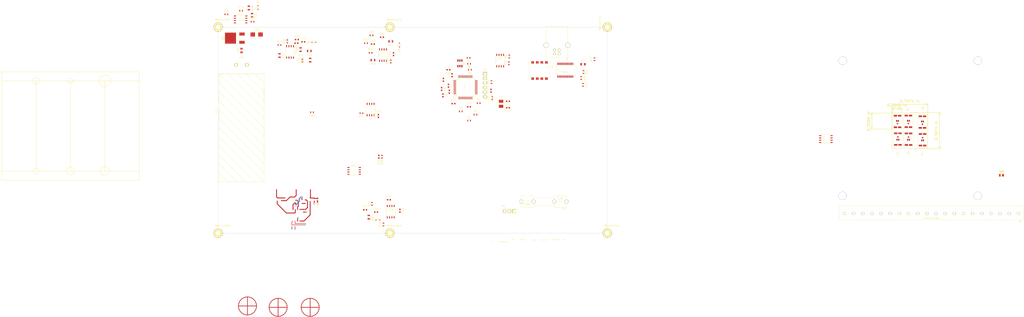
<source format=kicad_pcb>
(kicad_pcb (version 4) (host pcbnew 4.0.2-stable)

  (general
    (links 280)
    (no_connects 278)
    (area -359.321001 16.680571 209.510001 200.3029)
    (thickness 1.6)
    (drawings 40)
    (tracks 73)
    (zones 0)
    (modules 113)
    (nets 136)
  )

  (page A4)
  (layers
    (0 F.Cu signal)
    (1 Inner2.Cu signal)
    (2 Inner1.Cu signal)
    (31 B.Cu signal)
    (32 B.Adhes user)
    (33 F.Adhes user)
    (34 B.Paste user)
    (35 F.Paste user)
    (36 B.SilkS user)
    (37 F.SilkS user)
    (38 B.Mask user)
    (39 F.Mask user)
    (40 Dwgs.User user)
    (41 Cmts.User user)
    (42 Eco1.User user)
    (43 Eco2.User user)
    (44 Edge.Cuts user)
  )

  (setup
    (last_trace_width 0.254)
    (user_trace_width 0.508)
    (user_trace_width 0.635)
    (user_trace_width 1.27)
    (user_trace_width 2.032)
    (user_trace_width 2.54)
    (trace_clearance 0.1778)
    (zone_clearance 0.508)
    (zone_45_only no)
    (trace_min 0.254)
    (segment_width 0.2)
    (edge_width 0.1)
    (via_size 0.9144)
    (via_drill 0.635)
    (via_min_size 0.889)
    (via_min_drill 0.508)
    (uvia_size 0.508)
    (uvia_drill 0.127)
    (uvias_allowed no)
    (uvia_min_size 0.508)
    (uvia_min_drill 0.127)
    (pcb_text_width 0.3)
    (pcb_text_size 1.5 1.5)
    (mod_edge_width 0.15)
    (mod_text_size 1 1)
    (mod_text_width 0.15)
    (pad_size 5.08 5.08)
    (pad_drill 2.54)
    (pad_to_mask_clearance 0)
    (aux_axis_origin 0 0)
    (visible_elements 7FFEF7FF)
    (pcbplotparams
      (layerselection 0x00030_80000001)
      (usegerberextensions true)
      (excludeedgelayer true)
      (linewidth 0.150000)
      (plotframeref false)
      (viasonmask false)
      (mode 1)
      (useauxorigin false)
      (hpglpennumber 1)
      (hpglpenspeed 20)
      (hpglpendiameter 15)
      (hpglpenoverlay 2)
      (psnegative false)
      (psa4output false)
      (plotreference true)
      (plotvalue false)
      (plotinvisibletext false)
      (padsonsilk false)
      (subtractmaskfromsilk false)
      (outputformat 1)
      (mirror false)
      (drillshape 0)
      (scaleselection 1)
      (outputdirectory Gerbers/))
  )

  (net 0 "")
  (net 1 +12V)
  (net 2 /ACS_OUT1)
  (net 3 /ACS_OUT2)
  (net 4 /ACS_OUT3)
  (net 5 /ACS_OUT4)
  (net 6 /ADC1)
  (net 7 /ADC2)
  (net 8 /ADC3)
  (net 9 /ADC4)
  (net 10 /D+)
  (net 11 /D-)
  (net 12 /DIR)
  (net 13 /FANPW)
  (net 14 /FAN_Drain)
  (net 15 /GPIO1)
  (net 16 /GPIO10)
  (net 17 /GPIO11)
  (net 18 /GPIO12)
  (net 19 /GPIO13)
  (net 20 /GPIO14)
  (net 21 /GPIO15)
  (net 22 /GPIO2)
  (net 23 /GPIO3)
  (net 24 /GPIO4)
  (net 25 /GPIO5)
  (net 26 /GPIO6)
  (net 27 /GPIO7)
  (net 28 /GPIO8)
  (net 29 /GPIO9)
  (net 30 /HB1H)
  (net 31 /HB1L)
  (net 32 /HB1O)
  (net 33 /HB2H)
  (net 34 /HB2L)
  (net 35 /HB2O)
  (net 36 /HB3H)
  (net 37 /HB3L)
  (net 38 /HB3O)
  (net 39 /HB4O)
  (net 40 /LED_B)
  (net 41 /LED_G)
  (net 42 /LED_R)
  (net 43 /MCLR)
  (net 44 /M_thrm)
  (net 45 /OSC1)
  (net 46 /OSC2)
  (net 47 /PGC)
  (net 48 /PGD)
  (net 49 /PWM1H)
  (net 50 /PWM1L)
  (net 51 /PWM2H)
  (net 52 /PWM2L)
  (net 53 /PWM3H)
  (net 54 /PWM3L)
  (net 55 /PWM4H)
  (net 56 /PWM4L)
  (net 57 /QEA)
  (net 58 /QEB)
  (net 59 /QEI_HOME)
  (net 60 /QEI_INDEX)
  (net 61 /RX)
  (net 62 /RX_USB)
  (net 63 /SCK1)
  (net 64 /SCL1)
  (net 65 /SDA1)
  (net 66 /SDI1)
  (net 67 /SDO1)
  (net 68 /STEP)
  (net 69 /TCK)
  (net 70 /TDI)
  (net 71 /TDO)
  (net 72 /TMS)
  (net 73 /TX)
  (net 74 /TX_USB)
  (net 75 /USB_GND)
  (net 76 /USB_Vcc)
  (net 77 /Vbus)
  (net 78 3V3)
  (net 79 AGND)
  (net 80 DGND)
  (net 81 GNDPWR)
  (net 82 "Net-(C15-Pad1)")
  (net 83 "Net-(C15-Pad2)")
  (net 84 "Net-(C25-Pad1)")
  (net 85 "Net-(C27-Pad1)")
  (net 86 "Net-(C37-Pad1)")
  (net 87 +5V)
  (net 88 "Net-(D2-Pad1)")
  (net 89 "Net-(D6-Pad1)")
  (net 90 "Net-(D8-Pad1)")
  (net 91 "Net-(D16-Pad1)")
  (net 92 /QEI_V)
  (net 93 "Net-(R5-Pad2)")
  (net 94 "Net-(D1-Pad6)")
  (net 95 "Net-(D1-Pad5)")
  (net 96 "Net-(D1-Pad4)")
  (net 97 "Net-(R11-Pad2)")
  (net 98 "Net-(R12-Pad2)")
  (net 99 "Net-(Q3-PadG)")
  (net 100 "Net-(R28-Pad2)")
  (net 101 "Net-(R70-Pad2)")
  (net 102 "Net-(R71-Pad2)")
  (net 103 "Net-(R82-Pad2)")
  (net 104 "Net-(C42-Pad1)")
  (net 105 "Net-(C43-Pad1)")
  (net 106 "Net-(C45-Pad1)")
  (net 107 "Net-(C46-Pad1)")
  (net 108 "Net-(C47-Pad1)")
  (net 109 "Net-(C49-Pad1)")
  (net 110 /FuseV)
  (net 111 "Net-(J5-Pad6)")
  (net 112 "Net-(U3-Pad2)")
  (net 113 "Net-(U3-Pad3)")
  (net 114 "Net-(U3-Pad6)")
  (net 115 "Net-(U3-Pad9)")
  (net 116 "Net-(U3-Pad10)")
  (net 117 "Net-(U3-Pad11)")
  (net 118 "Net-(U3-Pad12)")
  (net 119 "Net-(U3-Pad13)")
  (net 120 "Net-(U3-Pad14)")
  (net 121 "Net-(U3-Pad17)")
  (net 122 "Net-(U3-Pad19)")
  (net 123 "Net-(U3-Pad22)")
  (net 124 "Net-(U3-Pad23)")
  (net 125 "Net-(U3-Pad27)")
  (net 126 "Net-(U3-Pad28)")
  (net 127 "Net-(U5-Pad7)")
  (net 128 "Net-(U5-Pad2)")
  (net 129 "Net-(R33-Pad1)")
  (net 130 "Net-(R37-Pad1)")
  (net 131 "Net-(R39-Pad1)")
  (net 132 "Net-(J3-Pad1)")
  (net 133 "Net-(J3-Pad2)")
  (net 134 "Net-(J3-Pad3)")
  (net 135 "Net-(J3-Pad4)")

  (net_class Default "This is the default net class."
    (clearance 0.1778)
    (trace_width 0.254)
    (via_dia 0.9144)
    (via_drill 0.635)
    (uvia_dia 0.508)
    (uvia_drill 0.127)
    (add_net +5V)
    (add_net /ADC1)
    (add_net /ADC2)
    (add_net /ADC3)
    (add_net /ADC4)
    (add_net /D+)
    (add_net /D-)
    (add_net /DIR)
    (add_net /FANPW)
    (add_net /FAN_Drain)
    (add_net /FuseV)
    (add_net /GPIO1)
    (add_net /GPIO10)
    (add_net /GPIO11)
    (add_net /GPIO12)
    (add_net /GPIO13)
    (add_net /GPIO14)
    (add_net /GPIO15)
    (add_net /GPIO2)
    (add_net /GPIO3)
    (add_net /GPIO4)
    (add_net /GPIO5)
    (add_net /GPIO6)
    (add_net /GPIO7)
    (add_net /GPIO8)
    (add_net /GPIO9)
    (add_net /HB1H)
    (add_net /HB1L)
    (add_net /HB2H)
    (add_net /HB2L)
    (add_net /HB3H)
    (add_net /HB3L)
    (add_net /LED_B)
    (add_net /LED_G)
    (add_net /LED_R)
    (add_net /MCLR)
    (add_net /M_thrm)
    (add_net /OSC1)
    (add_net /OSC2)
    (add_net /PGC)
    (add_net /PGD)
    (add_net /PWM1H)
    (add_net /PWM1L)
    (add_net /PWM2H)
    (add_net /PWM2L)
    (add_net /PWM3H)
    (add_net /PWM3L)
    (add_net /PWM4H)
    (add_net /PWM4L)
    (add_net /QEA)
    (add_net /QEB)
    (add_net /QEI_HOME)
    (add_net /QEI_INDEX)
    (add_net /QEI_V)
    (add_net /RX)
    (add_net /RX_USB)
    (add_net /SCK1)
    (add_net /SCL1)
    (add_net /SDA1)
    (add_net /SDI1)
    (add_net /SDO1)
    (add_net /STEP)
    (add_net /TCK)
    (add_net /TDI)
    (add_net /TDO)
    (add_net /TMS)
    (add_net /TX)
    (add_net /TX_USB)
    (add_net /USB_GND)
    (add_net /USB_Vcc)
    (add_net AGND)
    (add_net DGND)
    (add_net GNDPWR)
    (add_net "Net-(C15-Pad1)")
    (add_net "Net-(C15-Pad2)")
    (add_net "Net-(C25-Pad1)")
    (add_net "Net-(C27-Pad1)")
    (add_net "Net-(C37-Pad1)")
    (add_net "Net-(C42-Pad1)")
    (add_net "Net-(C43-Pad1)")
    (add_net "Net-(C45-Pad1)")
    (add_net "Net-(C46-Pad1)")
    (add_net "Net-(C47-Pad1)")
    (add_net "Net-(C49-Pad1)")
    (add_net "Net-(D1-Pad4)")
    (add_net "Net-(D1-Pad5)")
    (add_net "Net-(D1-Pad6)")
    (add_net "Net-(D16-Pad1)")
    (add_net "Net-(D2-Pad1)")
    (add_net "Net-(D6-Pad1)")
    (add_net "Net-(D8-Pad1)")
    (add_net "Net-(J3-Pad1)")
    (add_net "Net-(J3-Pad2)")
    (add_net "Net-(J3-Pad3)")
    (add_net "Net-(J3-Pad4)")
    (add_net "Net-(J5-Pad6)")
    (add_net "Net-(Q3-PadG)")
    (add_net "Net-(R11-Pad2)")
    (add_net "Net-(R12-Pad2)")
    (add_net "Net-(R28-Pad2)")
    (add_net "Net-(R33-Pad1)")
    (add_net "Net-(R37-Pad1)")
    (add_net "Net-(R39-Pad1)")
    (add_net "Net-(R5-Pad2)")
    (add_net "Net-(R70-Pad2)")
    (add_net "Net-(R71-Pad2)")
    (add_net "Net-(R82-Pad2)")
    (add_net "Net-(U3-Pad10)")
    (add_net "Net-(U3-Pad11)")
    (add_net "Net-(U3-Pad12)")
    (add_net "Net-(U3-Pad13)")
    (add_net "Net-(U3-Pad14)")
    (add_net "Net-(U3-Pad17)")
    (add_net "Net-(U3-Pad19)")
    (add_net "Net-(U3-Pad2)")
    (add_net "Net-(U3-Pad22)")
    (add_net "Net-(U3-Pad23)")
    (add_net "Net-(U3-Pad27)")
    (add_net "Net-(U3-Pad28)")
    (add_net "Net-(U3-Pad3)")
    (add_net "Net-(U3-Pad6)")
    (add_net "Net-(U3-Pad9)")
    (add_net "Net-(U5-Pad2)")
    (add_net "Net-(U5-Pad7)")
  )

  (net_class PWRTRACK ""
    (clearance 0.635)
    (trace_width 0.254)
    (via_dia 0.9144)
    (via_drill 0.635)
    (uvia_dia 0.508)
    (uvia_drill 0.127)
    (add_net /ACS_OUT1)
    (add_net /ACS_OUT2)
    (add_net /ACS_OUT3)
    (add_net /ACS_OUT4)
    (add_net /HB1O)
    (add_net /HB2O)
    (add_net /HB3O)
    (add_net /Vbus)
  )

  (net_class Vcc ""
    (clearance 0.1778)
    (trace_width 0.254)
    (via_dia 0.9144)
    (via_drill 0.635)
    (uvia_dia 0.508)
    (uvia_drill 0.127)
    (add_net +12V)
    (add_net 3V3)
  )

  (module Fiducials_RevC_04Aug2012:Fiducial_classic_big_CopperTop_Type1_RevC (layer F.Cu) (tedit 501D0456) (tstamp 55E1E487)
    (at -204.992 191.578)
    (descr "Fiducial, Classical, Big, Copper Top, Typ 1, Passermarke,")
    (tags "Fiducial, Classical, Big, Copper Top, Typ 1, Passermarke,")
    (path /55CCDCB2)
    (solder_mask_margin 2.99974)
    (fp_text reference FID1 (at 0.07874 -6.60908) (layer F.SilkS) hide
      (effects (font (thickness 0.3048)))
    )
    (fp_text value Fiducial (at 0.04064 6.8707) (layer F.SilkS) hide
      (effects (font (thickness 0.3048)))
    )
    (fp_line (start -5.00126 0) (end 5.00126 0) (layer F.Cu) (width 0.381))
    (fp_line (start 0 -5.00126) (end 0 5.00126) (layer F.Cu) (width 0.381))
    (fp_circle (center 0 0) (end 5.00126 0) (layer F.Cu) (width 0.381))
    (pad ~ smd circle (at 0 0) (size 11.00074 11.00074) (layers F.Mask)
      (solder_mask_margin 2.99974))
  )

  (module Fiducials_RevC_04Aug2012:Fiducial_classic_big_CopperTop_Type1_RevC (layer F.Cu) (tedit 501D0456) (tstamp 55E1E48C)
    (at -222.01 190.816)
    (descr "Fiducial, Classical, Big, Copper Top, Typ 1, Passermarke,")
    (tags "Fiducial, Classical, Big, Copper Top, Typ 1, Passermarke,")
    (path /55CCDDD8)
    (solder_mask_margin 2.99974)
    (fp_text reference FID2 (at 0.07874 -6.60908) (layer F.SilkS) hide
      (effects (font (thickness 0.3048)))
    )
    (fp_text value Fiducial (at 0.04064 6.8707) (layer F.SilkS) hide
      (effects (font (thickness 0.3048)))
    )
    (fp_line (start -5.00126 0) (end 5.00126 0) (layer F.Cu) (width 0.381))
    (fp_line (start 0 -5.00126) (end 0 5.00126) (layer F.Cu) (width 0.381))
    (fp_circle (center 0 0) (end 5.00126 0) (layer F.Cu) (width 0.381))
    (pad ~ smd circle (at 0 0) (size 11.00074 11.00074) (layers F.Mask)
      (solder_mask_margin 2.99974))
  )

  (module Fiducials_RevC_04Aug2012:Fiducial_classic_big_CopperTop_Type1_RevC (layer F.Cu) (tedit 501D0456) (tstamp 55E1E491)
    (at -187.212 191.578)
    (descr "Fiducial, Classical, Big, Copper Top, Typ 1, Passermarke,")
    (tags "Fiducial, Classical, Big, Copper Top, Typ 1, Passermarke,")
    (path /55CCDECD)
    (solder_mask_margin 2.99974)
    (fp_text reference FID3 (at 0.07874 -6.60908) (layer F.SilkS) hide
      (effects (font (thickness 0.3048)))
    )
    (fp_text value Fiducial (at 0.04064 6.8707) (layer F.SilkS) hide
      (effects (font (thickness 0.3048)))
    )
    (fp_line (start -5.00126 0) (end 5.00126 0) (layer F.Cu) (width 0.381))
    (fp_line (start 0 -5.00126) (end 0 5.00126) (layer F.Cu) (width 0.381))
    (fp_circle (center 0 0) (end 5.00126 0) (layer F.Cu) (width 0.381))
    (pad ~ smd circle (at 0 0) (size 11.00074 11.00074) (layers F.Mask)
      (solder_mask_margin 2.99974))
  )

  (module Pin_Headers:Pin_Header_Straight_1x03 (layer F.Cu) (tedit 55E387EB) (tstamp 55E1E4CE)
    (at -74.182 138.238 270)
    (descr "Through hole pin header")
    (tags "pin header")
    (path /55D8D6FC)
    (fp_text reference P1 (at -2.794 5.588 360) (layer F.SilkS)
      (effects (font (size 1 1) (thickness 0.15)))
    )
    (fp_text value DNP (at 0 -3.1 270) (layer F.Fab)
      (effects (font (size 1 1) (thickness 0.15)))
    )
    (fp_line (start -1.75 -1.75) (end -1.75 6.85) (layer F.CrtYd) (width 0.05))
    (fp_line (start 1.75 -1.75) (end 1.75 6.85) (layer F.CrtYd) (width 0.05))
    (fp_line (start -1.75 -1.75) (end 1.75 -1.75) (layer F.CrtYd) (width 0.05))
    (fp_line (start -1.75 6.85) (end 1.75 6.85) (layer F.CrtYd) (width 0.05))
    (fp_line (start -1.27 1.27) (end -1.27 6.35) (layer F.SilkS) (width 0.15))
    (fp_line (start -1.27 6.35) (end 1.27 6.35) (layer F.SilkS) (width 0.15))
    (fp_line (start 1.27 6.35) (end 1.27 1.27) (layer F.SilkS) (width 0.15))
    (fp_line (start 1.55 -1.55) (end 1.55 0) (layer F.SilkS) (width 0.15))
    (fp_line (start 1.27 1.27) (end -1.27 1.27) (layer F.SilkS) (width 0.15))
    (fp_line (start -1.55 0) (end -1.55 -1.55) (layer F.SilkS) (width 0.15))
    (fp_line (start -1.55 -1.55) (end 1.55 -1.55) (layer F.SilkS) (width 0.15))
    (pad 1 thru_hole rect (at 0 0 270) (size 2.032 1.7272) (drill 1.016) (layers *.Cu *.Mask F.SilkS)
      (net 78 3V3))
    (pad 2 thru_hole oval (at 0 2.54 270) (size 2.032 1.7272) (drill 1.016) (layers *.Cu *.Mask F.SilkS)
      (net 92 /QEI_V))
    (pad 3 thru_hole oval (at 0 5.08 270) (size 2.032 1.7272) (drill 1.016) (layers *.Cu *.Mask F.SilkS)
      (net 87 +5V))
    (model Pin_Headers.3dshapes/Pin_Header_Straight_1x03.wrl
      (at (xyz 0 -0.1 0))
      (scale (xyz 1 1 1))
      (rotate (xyz 0 0 90))
    )
  )

  (module Resistors_SMD:R_0603 (layer F.Cu) (tedit 56199852) (tstamp 55E1E4DA)
    (at -147.334 108.012 90)
    (descr "Resistor SMD 0603, reflow soldering, Vishay (see dcrcw.pdf)")
    (tags "resistor 0603")
    (path /55DABBF0)
    (attr smd)
    (fp_text reference R82 (at -3.048 0 90) (layer F.SilkS)
      (effects (font (size 1 1) (thickness 0.15)))
    )
    (fp_text value "0R, 0603 1%" (at 0 1.9 90) (layer F.Fab)
      (effects (font (size 1 1) (thickness 0.15)))
    )
    (fp_line (start -1.3 -0.8) (end 1.3 -0.8) (layer F.CrtYd) (width 0.05))
    (fp_line (start -1.3 0.8) (end 1.3 0.8) (layer F.CrtYd) (width 0.05))
    (fp_line (start -1.3 -0.8) (end -1.3 0.8) (layer F.CrtYd) (width 0.05))
    (fp_line (start 1.3 -0.8) (end 1.3 0.8) (layer F.CrtYd) (width 0.05))
    (fp_line (start 0.5 0.675) (end -0.5 0.675) (layer F.SilkS) (width 0.15))
    (fp_line (start -0.5 -0.675) (end 0.5 -0.675) (layer F.SilkS) (width 0.15))
    (pad 1 smd rect (at -0.75 0 90) (size 0.5 0.9) (layers F.Cu F.Paste F.Mask)
      (net 79 AGND))
    (pad 2 smd rect (at 0.75 0 90) (size 0.5 0.9) (layers F.Cu F.Paste F.Mask)
      (net 103 "Net-(R82-Pad2)"))
    (model Resistors_SMD.3dshapes/R_0603.wrl
      (at (xyz 0 0 0))
      (scale (xyz 1 1 1))
      (rotate (xyz 0 0 0))
    )
  )

  (module Capacitors_SMD:C_0603 (layer F.Cu) (tedit 5415D631) (tstamp 55E1EF24)
    (at -86.882 71.436 90)
    (descr "Capacitor SMD 0603, reflow soldering, AVX (see smccp.pdf)")
    (tags "capacitor 0603")
    (path /55D4A10D)
    (attr smd)
    (fp_text reference C1 (at 0 -1.9 90) (layer F.SilkS)
      (effects (font (size 1 1) (thickness 0.15)))
    )
    (fp_text value "100nF. 0805, X7R 25V" (at 0 1.9 90) (layer F.Fab)
      (effects (font (size 1 1) (thickness 0.15)))
    )
    (fp_line (start -1.45 -0.75) (end 1.45 -0.75) (layer F.CrtYd) (width 0.05))
    (fp_line (start -1.45 0.75) (end 1.45 0.75) (layer F.CrtYd) (width 0.05))
    (fp_line (start -1.45 -0.75) (end -1.45 0.75) (layer F.CrtYd) (width 0.05))
    (fp_line (start 1.45 -0.75) (end 1.45 0.75) (layer F.CrtYd) (width 0.05))
    (fp_line (start -0.35 -0.6) (end 0.35 -0.6) (layer F.SilkS) (width 0.15))
    (fp_line (start 0.35 0.6) (end -0.35 0.6) (layer F.SilkS) (width 0.15))
    (pad 1 smd rect (at -0.75 0 90) (size 0.8 0.75) (layers F.Cu F.Paste F.Mask)
      (net 43 /MCLR))
    (pad 2 smd rect (at 0.75 0 90) (size 0.8 0.75) (layers F.Cu F.Paste F.Mask)
      (net 80 DGND))
    (model Capacitors_SMD.3dshapes/C_0603.wrl
      (at (xyz 0 0 0))
      (scale (xyz 1 1 1))
      (rotate (xyz 0 0 0))
    )
  )

  (module Capacitors_SMD:C_0603 (layer F.Cu) (tedit 5415D631) (tstamp 55E1EF29)
    (at -86.12 75.5 90)
    (descr "Capacitor SMD 0603, reflow soldering, AVX (see smccp.pdf)")
    (tags "capacitor 0603")
    (path /55D5062C)
    (attr smd)
    (fp_text reference C2 (at 0 -1.9 90) (layer F.SilkS)
      (effects (font (size 1 1) (thickness 0.15)))
    )
    (fp_text value "100nF. 0805, X7R 25V" (at 0 1.9 90) (layer F.Fab)
      (effects (font (size 1 1) (thickness 0.15)))
    )
    (fp_line (start -1.45 -0.75) (end 1.45 -0.75) (layer F.CrtYd) (width 0.05))
    (fp_line (start -1.45 0.75) (end 1.45 0.75) (layer F.CrtYd) (width 0.05))
    (fp_line (start -1.45 -0.75) (end -1.45 0.75) (layer F.CrtYd) (width 0.05))
    (fp_line (start 1.45 -0.75) (end 1.45 0.75) (layer F.CrtYd) (width 0.05))
    (fp_line (start -0.35 -0.6) (end 0.35 -0.6) (layer F.SilkS) (width 0.15))
    (fp_line (start 0.35 0.6) (end -0.35 0.6) (layer F.SilkS) (width 0.15))
    (pad 1 smd rect (at -0.75 0 90) (size 0.8 0.75) (layers F.Cu F.Paste F.Mask)
      (net 80 DGND))
    (pad 2 smd rect (at 0.75 0 90) (size 0.8 0.75) (layers F.Cu F.Paste F.Mask)
      (net 78 3V3))
    (model Capacitors_SMD.3dshapes/C_0603.wrl
      (at (xyz 0 0 0))
      (scale (xyz 1 1 1))
      (rotate (xyz 0 0 0))
    )
  )

  (module Capacitors_SMD:C_0603 (layer F.Cu) (tedit 5415D631) (tstamp 55E1EF2E)
    (at -108.472 62.8 90)
    (descr "Capacitor SMD 0603, reflow soldering, AVX (see smccp.pdf)")
    (tags "capacitor 0603")
    (path /55D4B21A)
    (attr smd)
    (fp_text reference C3 (at 0 -1.9 90) (layer F.SilkS)
      (effects (font (size 1 1) (thickness 0.15)))
    )
    (fp_text value "100nF. 0805, X7R 25V" (at 0 1.9 90) (layer F.Fab)
      (effects (font (size 1 1) (thickness 0.15)))
    )
    (fp_line (start -1.45 -0.75) (end 1.45 -0.75) (layer F.CrtYd) (width 0.05))
    (fp_line (start -1.45 0.75) (end 1.45 0.75) (layer F.CrtYd) (width 0.05))
    (fp_line (start -1.45 -0.75) (end -1.45 0.75) (layer F.CrtYd) (width 0.05))
    (fp_line (start 1.45 -0.75) (end 1.45 0.75) (layer F.CrtYd) (width 0.05))
    (fp_line (start -0.35 -0.6) (end 0.35 -0.6) (layer F.SilkS) (width 0.15))
    (fp_line (start 0.35 0.6) (end -0.35 0.6) (layer F.SilkS) (width 0.15))
    (pad 1 smd rect (at -0.75 0 90) (size 0.8 0.75) (layers F.Cu F.Paste F.Mask)
      (net 78 3V3))
    (pad 2 smd rect (at 0.75 0 90) (size 0.8 0.75) (layers F.Cu F.Paste F.Mask)
      (net 79 AGND))
    (model Capacitors_SMD.3dshapes/C_0603.wrl
      (at (xyz 0 0 0))
      (scale (xyz 1 1 1))
      (rotate (xyz 0 0 0))
    )
  )

  (module Capacitors_SMD:C_0603 (layer F.Cu) (tedit 5415D631) (tstamp 55E1EF33)
    (at -113.298 65.34 90)
    (descr "Capacitor SMD 0603, reflow soldering, AVX (see smccp.pdf)")
    (tags "capacitor 0603")
    (path /55E68F8E)
    (attr smd)
    (fp_text reference C4 (at 0 -1.9 90) (layer F.SilkS)
      (effects (font (size 1 1) (thickness 0.15)))
    )
    (fp_text value "100nF. 0805, X7R 25V" (at 0 1.9 90) (layer F.Fab)
      (effects (font (size 1 1) (thickness 0.15)))
    )
    (fp_line (start -1.45 -0.75) (end 1.45 -0.75) (layer F.CrtYd) (width 0.05))
    (fp_line (start -1.45 0.75) (end 1.45 0.75) (layer F.CrtYd) (width 0.05))
    (fp_line (start -1.45 -0.75) (end -1.45 0.75) (layer F.CrtYd) (width 0.05))
    (fp_line (start 1.45 -0.75) (end 1.45 0.75) (layer F.CrtYd) (width 0.05))
    (fp_line (start -0.35 -0.6) (end 0.35 -0.6) (layer F.SilkS) (width 0.15))
    (fp_line (start 0.35 0.6) (end -0.35 0.6) (layer F.SilkS) (width 0.15))
    (pad 1 smd rect (at -0.75 0 90) (size 0.8 0.75) (layers F.Cu F.Paste F.Mask)
      (net 80 DGND))
    (pad 2 smd rect (at 0.75 0 90) (size 0.8 0.75) (layers F.Cu F.Paste F.Mask)
      (net 78 3V3))
    (model Capacitors_SMD.3dshapes/C_0603.wrl
      (at (xyz 0 0 0))
      (scale (xyz 1 1 1))
      (rotate (xyz 0 0 0))
    )
  )

  (module Capacitors_SMD:C_0603 (layer F.Cu) (tedit 5415D631) (tstamp 55E1EF38)
    (at -109.996 71.944 270)
    (descr "Capacitor SMD 0603, reflow soldering, AVX (see smccp.pdf)")
    (tags "capacitor 0603")
    (path /55D3D385)
    (attr smd)
    (fp_text reference C5 (at 0 -1.9 270) (layer F.SilkS)
      (effects (font (size 1 1) (thickness 0.15)))
    )
    (fp_text value DNP (at 0 1.9 270) (layer F.Fab)
      (effects (font (size 1 1) (thickness 0.15)))
    )
    (fp_line (start -1.45 -0.75) (end 1.45 -0.75) (layer F.CrtYd) (width 0.05))
    (fp_line (start -1.45 0.75) (end 1.45 0.75) (layer F.CrtYd) (width 0.05))
    (fp_line (start -1.45 -0.75) (end -1.45 0.75) (layer F.CrtYd) (width 0.05))
    (fp_line (start 1.45 -0.75) (end 1.45 0.75) (layer F.CrtYd) (width 0.05))
    (fp_line (start -0.35 -0.6) (end 0.35 -0.6) (layer F.SilkS) (width 0.15))
    (fp_line (start 0.35 0.6) (end -0.35 0.6) (layer F.SilkS) (width 0.15))
    (pad 1 smd rect (at -0.75 0 270) (size 0.8 0.75) (layers F.Cu F.Paste F.Mask)
      (net 8 /ADC3))
    (pad 2 smd rect (at 0.75 0 270) (size 0.8 0.75) (layers F.Cu F.Paste F.Mask)
      (net 80 DGND))
    (model Capacitors_SMD.3dshapes/C_0603.wrl
      (at (xyz 0 0 0))
      (scale (xyz 1 1 1))
      (rotate (xyz 0 0 0))
    )
  )

  (module Capacitors_SMD:C_0603 (layer F.Cu) (tedit 5415D631) (tstamp 55E1EF3D)
    (at -114.314 70.42 270)
    (descr "Capacitor SMD 0603, reflow soldering, AVX (see smccp.pdf)")
    (tags "capacitor 0603")
    (path /55D5C091)
    (attr smd)
    (fp_text reference C6 (at 0 -1.9 270) (layer F.SilkS)
      (effects (font (size 1 1) (thickness 0.15)))
    )
    (fp_text value DNP (at 0 1.9 270) (layer F.Fab)
      (effects (font (size 1 1) (thickness 0.15)))
    )
    (fp_line (start -1.45 -0.75) (end 1.45 -0.75) (layer F.CrtYd) (width 0.05))
    (fp_line (start -1.45 0.75) (end 1.45 0.75) (layer F.CrtYd) (width 0.05))
    (fp_line (start -1.45 -0.75) (end -1.45 0.75) (layer F.CrtYd) (width 0.05))
    (fp_line (start 1.45 -0.75) (end 1.45 0.75) (layer F.CrtYd) (width 0.05))
    (fp_line (start -0.35 -0.6) (end 0.35 -0.6) (layer F.SilkS) (width 0.15))
    (fp_line (start 0.35 0.6) (end -0.35 0.6) (layer F.SilkS) (width 0.15))
    (pad 1 smd rect (at -0.75 0 270) (size 0.8 0.75) (layers F.Cu F.Paste F.Mask)
      (net 9 /ADC4))
    (pad 2 smd rect (at 0.75 0 270) (size 0.8 0.75) (layers F.Cu F.Paste F.Mask)
      (net 80 DGND))
    (model Capacitors_SMD.3dshapes/C_0603.wrl
      (at (xyz 0 0 0))
      (scale (xyz 1 1 1))
      (rotate (xyz 0 0 0))
    )
  )

  (module Capacitors_SMD:C_0603 (layer F.Cu) (tedit 5415D631) (tstamp 55E1EF42)
    (at -110.504 68.642 270)
    (descr "Capacitor SMD 0603, reflow soldering, AVX (see smccp.pdf)")
    (tags "capacitor 0603")
    (path /55D5C22D)
    (attr smd)
    (fp_text reference C7 (at 0 -1.9 270) (layer F.SilkS)
      (effects (font (size 1 1) (thickness 0.15)))
    )
    (fp_text value DNP (at 0 1.9 270) (layer F.Fab)
      (effects (font (size 1 1) (thickness 0.15)))
    )
    (fp_line (start -1.45 -0.75) (end 1.45 -0.75) (layer F.CrtYd) (width 0.05))
    (fp_line (start -1.45 0.75) (end 1.45 0.75) (layer F.CrtYd) (width 0.05))
    (fp_line (start -1.45 -0.75) (end -1.45 0.75) (layer F.CrtYd) (width 0.05))
    (fp_line (start 1.45 -0.75) (end 1.45 0.75) (layer F.CrtYd) (width 0.05))
    (fp_line (start -0.35 -0.6) (end 0.35 -0.6) (layer F.SilkS) (width 0.15))
    (fp_line (start 0.35 0.6) (end -0.35 0.6) (layer F.SilkS) (width 0.15))
    (pad 1 smd rect (at -0.75 0 270) (size 0.8 0.75) (layers F.Cu F.Paste F.Mask)
      (net 6 /ADC1))
    (pad 2 smd rect (at 0.75 0 270) (size 0.8 0.75) (layers F.Cu F.Paste F.Mask)
      (net 80 DGND))
    (model Capacitors_SMD.3dshapes/C_0603.wrl
      (at (xyz 0 0 0))
      (scale (xyz 1 1 1))
      (rotate (xyz 0 0 0))
    )
  )

  (module Capacitors_SMD:C_0603 (layer F.Cu) (tedit 5415D631) (tstamp 55E1EF47)
    (at -113.552 73.976 270)
    (descr "Capacitor SMD 0603, reflow soldering, AVX (see smccp.pdf)")
    (tags "capacitor 0603")
    (path /55D5C3CB)
    (attr smd)
    (fp_text reference C8 (at 0 -1.9 270) (layer F.SilkS)
      (effects (font (size 1 1) (thickness 0.15)))
    )
    (fp_text value DNP (at 0 1.9 270) (layer F.Fab)
      (effects (font (size 1 1) (thickness 0.15)))
    )
    (fp_line (start -1.45 -0.75) (end 1.45 -0.75) (layer F.CrtYd) (width 0.05))
    (fp_line (start -1.45 0.75) (end 1.45 0.75) (layer F.CrtYd) (width 0.05))
    (fp_line (start -1.45 -0.75) (end -1.45 0.75) (layer F.CrtYd) (width 0.05))
    (fp_line (start 1.45 -0.75) (end 1.45 0.75) (layer F.CrtYd) (width 0.05))
    (fp_line (start -0.35 -0.6) (end 0.35 -0.6) (layer F.SilkS) (width 0.15))
    (fp_line (start 0.35 0.6) (end -0.35 0.6) (layer F.SilkS) (width 0.15))
    (pad 1 smd rect (at -0.75 0 270) (size 0.8 0.75) (layers F.Cu F.Paste F.Mask)
      (net 7 /ADC2))
    (pad 2 smd rect (at 0.75 0 270) (size 0.8 0.75) (layers F.Cu F.Paste F.Mask)
      (net 80 DGND))
    (model Capacitors_SMD.3dshapes/C_0603.wrl
      (at (xyz 0 0 0))
      (scale (xyz 1 1 1))
      (rotate (xyz 0 0 0))
    )
  )

  (module Capacitors_SMD:C_0805 (layer F.Cu) (tedit 5415D6EA) (tstamp 55E1EF4C)
    (at -35.828 56.704)
    (descr "Capacitor SMD 0805, reflow soldering, AVX (see smccp.pdf)")
    (tags "capacitor 0805")
    (path /55D087A9)
    (attr smd)
    (fp_text reference C9 (at 0 -2.1) (layer F.SilkS)
      (effects (font (size 1 1) (thickness 0.15)))
    )
    (fp_text value "10uF. 0805, X7R 25V" (at 0 2.1) (layer F.Fab)
      (effects (font (size 1 1) (thickness 0.15)))
    )
    (fp_line (start -1.8 -1) (end 1.8 -1) (layer F.CrtYd) (width 0.05))
    (fp_line (start -1.8 1) (end 1.8 1) (layer F.CrtYd) (width 0.05))
    (fp_line (start -1.8 -1) (end -1.8 1) (layer F.CrtYd) (width 0.05))
    (fp_line (start 1.8 -1) (end 1.8 1) (layer F.CrtYd) (width 0.05))
    (fp_line (start 0.5 -0.85) (end -0.5 -0.85) (layer F.SilkS) (width 0.15))
    (fp_line (start -0.5 0.85) (end 0.5 0.85) (layer F.SilkS) (width 0.15))
    (pad 1 smd rect (at -1 0) (size 1 1.25) (layers F.Cu F.Paste F.Mask)
      (net 75 /USB_GND))
    (pad 2 smd rect (at 1 0) (size 1 1.25) (layers F.Cu F.Paste F.Mask)
      (net 76 /USB_Vcc))
    (model Capacitors_SMD.3dshapes/C_0805.wrl
      (at (xyz 0 0 0))
      (scale (xyz 1 1 1))
      (rotate (xyz 0 0 0))
    )
  )

  (module Capacitors_SMD:C_0603 (layer F.Cu) (tedit 5415D631) (tstamp 55E1EF51)
    (at -77.484 77.278 180)
    (descr "Capacitor SMD 0603, reflow soldering, AVX (see smccp.pdf)")
    (tags "capacitor 0603")
    (path /55E4C08A)
    (attr smd)
    (fp_text reference C10 (at 0 -1.9 180) (layer F.SilkS)
      (effects (font (size 1 1) (thickness 0.15)))
    )
    (fp_text value "22pF. 0805, X7R 25V" (at 0 1.9 180) (layer F.Fab)
      (effects (font (size 1 1) (thickness 0.15)))
    )
    (fp_line (start -1.45 -0.75) (end 1.45 -0.75) (layer F.CrtYd) (width 0.05))
    (fp_line (start -1.45 0.75) (end 1.45 0.75) (layer F.CrtYd) (width 0.05))
    (fp_line (start -1.45 -0.75) (end -1.45 0.75) (layer F.CrtYd) (width 0.05))
    (fp_line (start 1.45 -0.75) (end 1.45 0.75) (layer F.CrtYd) (width 0.05))
    (fp_line (start -0.35 -0.6) (end 0.35 -0.6) (layer F.SilkS) (width 0.15))
    (fp_line (start 0.35 0.6) (end -0.35 0.6) (layer F.SilkS) (width 0.15))
    (pad 1 smd rect (at -0.75 0 180) (size 0.8 0.75) (layers F.Cu F.Paste F.Mask)
      (net 45 /OSC1))
    (pad 2 smd rect (at 0.75 0 180) (size 0.8 0.75) (layers F.Cu F.Paste F.Mask)
      (net 80 DGND))
    (model Capacitors_SMD.3dshapes/C_0603.wrl
      (at (xyz 0 0 0))
      (scale (xyz 1 1 1))
      (rotate (xyz 0 0 0))
    )
  )

  (module Capacitors_SMD:C_0603 (layer F.Cu) (tedit 5415D631) (tstamp 55E1EF56)
    (at -77.484 80.834 180)
    (descr "Capacitor SMD 0603, reflow soldering, AVX (see smccp.pdf)")
    (tags "capacitor 0603")
    (path /55CF1986)
    (attr smd)
    (fp_text reference C11 (at 0 -1.9 180) (layer F.SilkS)
      (effects (font (size 1 1) (thickness 0.15)))
    )
    (fp_text value "22pF. 0805, X7R 25V" (at 0 1.9 180) (layer F.Fab)
      (effects (font (size 1 1) (thickness 0.15)))
    )
    (fp_line (start -1.45 -0.75) (end 1.45 -0.75) (layer F.CrtYd) (width 0.05))
    (fp_line (start -1.45 0.75) (end 1.45 0.75) (layer F.CrtYd) (width 0.05))
    (fp_line (start -1.45 -0.75) (end -1.45 0.75) (layer F.CrtYd) (width 0.05))
    (fp_line (start 1.45 -0.75) (end 1.45 0.75) (layer F.CrtYd) (width 0.05))
    (fp_line (start -0.35 -0.6) (end 0.35 -0.6) (layer F.SilkS) (width 0.15))
    (fp_line (start 0.35 0.6) (end -0.35 0.6) (layer F.SilkS) (width 0.15))
    (pad 1 smd rect (at -0.75 0 180) (size 0.8 0.75) (layers F.Cu F.Paste F.Mask)
      (net 46 /OSC2))
    (pad 2 smd rect (at 0.75 0 180) (size 0.8 0.75) (layers F.Cu F.Paste F.Mask)
      (net 80 DGND))
    (model Capacitors_SMD.3dshapes/C_0603.wrl
      (at (xyz 0 0 0))
      (scale (xyz 1 1 1))
      (rotate (xyz 0 0 0))
    )
  )

  (module Capacitors_SMD:C_0603 (layer F.Cu) (tedit 5415D631) (tstamp 55E1EF5B)
    (at -99.074 80.326)
    (descr "Capacitor SMD 0603, reflow soldering, AVX (see smccp.pdf)")
    (tags "capacitor 0603")
    (path /55E62FF8)
    (attr smd)
    (fp_text reference C12 (at 0 -1.9) (layer F.SilkS)
      (effects (font (size 1 1) (thickness 0.15)))
    )
    (fp_text value "100nF. 0603, X7R 25V" (at 0 1.9) (layer F.Fab)
      (effects (font (size 1 1) (thickness 0.15)))
    )
    (fp_line (start -1.45 -0.75) (end 1.45 -0.75) (layer F.CrtYd) (width 0.05))
    (fp_line (start -1.45 0.75) (end 1.45 0.75) (layer F.CrtYd) (width 0.05))
    (fp_line (start -1.45 -0.75) (end -1.45 0.75) (layer F.CrtYd) (width 0.05))
    (fp_line (start 1.45 -0.75) (end 1.45 0.75) (layer F.CrtYd) (width 0.05))
    (fp_line (start -0.35 -0.6) (end 0.35 -0.6) (layer F.SilkS) (width 0.15))
    (fp_line (start 0.35 0.6) (end -0.35 0.6) (layer F.SilkS) (width 0.15))
    (pad 1 smd rect (at -0.75 0) (size 0.8 0.75) (layers F.Cu F.Paste F.Mask)
      (net 78 3V3))
    (pad 2 smd rect (at 0.75 0) (size 0.8 0.75) (layers F.Cu F.Paste F.Mask)
      (net 80 DGND))
    (model Capacitors_SMD.3dshapes/C_0603.wrl
      (at (xyz 0 0 0))
      (scale (xyz 1 1 1))
      (rotate (xyz 0 0 0))
    )
  )

  (module Capacitors_SMD:C_0603 (layer F.Cu) (tedit 5415D631) (tstamp 55E1EF60)
    (at -107.71 78.548)
    (descr "Capacitor SMD 0603, reflow soldering, AVX (see smccp.pdf)")
    (tags "capacitor 0603")
    (path /55D53136)
    (attr smd)
    (fp_text reference C13 (at 0 -1.9) (layer F.SilkS)
      (effects (font (size 1 1) (thickness 0.15)))
    )
    (fp_text value "100nF. 0603, X7R 25V" (at 0 1.9) (layer F.Fab)
      (effects (font (size 1 1) (thickness 0.15)))
    )
    (fp_line (start -1.45 -0.75) (end 1.45 -0.75) (layer F.CrtYd) (width 0.05))
    (fp_line (start -1.45 0.75) (end 1.45 0.75) (layer F.CrtYd) (width 0.05))
    (fp_line (start -1.45 -0.75) (end -1.45 0.75) (layer F.CrtYd) (width 0.05))
    (fp_line (start 1.45 -0.75) (end 1.45 0.75) (layer F.CrtYd) (width 0.05))
    (fp_line (start -0.35 -0.6) (end 0.35 -0.6) (layer F.SilkS) (width 0.15))
    (fp_line (start 0.35 0.6) (end -0.35 0.6) (layer F.SilkS) (width 0.15))
    (pad 1 smd rect (at -0.75 0) (size 0.8 0.75) (layers F.Cu F.Paste F.Mask)
      (net 80 DGND))
    (pad 2 smd rect (at 0.75 0) (size 0.8 0.75) (layers F.Cu F.Paste F.Mask)
      (net 78 3V3))
    (model Capacitors_SMD.3dshapes/C_0603.wrl
      (at (xyz 0 0 0))
      (scale (xyz 1 1 1))
      (rotate (xyz 0 0 0))
    )
  )

  (module Resistors_SMD:R_0603 (layer F.Cu) (tedit 5415CC62) (tstamp 55E1EF65)
    (at -233.694 29.018)
    (descr "Resistor SMD 0603, reflow soldering, Vishay (see dcrcw.pdf)")
    (tags "resistor 0603")
    (path /55DC6FA4)
    (attr smd)
    (fp_text reference C14 (at 0 -1.9) (layer F.SilkS)
      (effects (font (size 1 1) (thickness 0.15)))
    )
    (fp_text value "100nF. 0603, X7R 25V" (at 0 1.9) (layer F.Fab)
      (effects (font (size 1 1) (thickness 0.15)))
    )
    (fp_line (start -1.3 -0.8) (end 1.3 -0.8) (layer F.CrtYd) (width 0.05))
    (fp_line (start -1.3 0.8) (end 1.3 0.8) (layer F.CrtYd) (width 0.05))
    (fp_line (start -1.3 -0.8) (end -1.3 0.8) (layer F.CrtYd) (width 0.05))
    (fp_line (start 1.3 -0.8) (end 1.3 0.8) (layer F.CrtYd) (width 0.05))
    (fp_line (start 0.5 0.675) (end -0.5 0.675) (layer F.SilkS) (width 0.15))
    (fp_line (start -0.5 -0.675) (end 0.5 -0.675) (layer F.SilkS) (width 0.15))
    (pad 1 smd rect (at -0.75 0) (size 0.5 0.9) (layers F.Cu F.Paste F.Mask)
      (net 1 +12V))
    (pad 2 smd rect (at 0.75 0) (size 0.5 0.9) (layers F.Cu F.Paste F.Mask)
      (net 81 GNDPWR))
    (model Resistors_SMD.3dshapes/R_0603.wrl
      (at (xyz 0 0 0))
      (scale (xyz 1 1 1))
      (rotate (xyz 0 0 0))
    )
  )

  (module Resistors_SMD:R_0603 (layer F.Cu) (tedit 5415CC62) (tstamp 55E1EF70)
    (at -225.566 26.986)
    (descr "Resistor SMD 0603, reflow soldering, Vishay (see dcrcw.pdf)")
    (tags "resistor 0603")
    (path /55DC6F90)
    (attr smd)
    (fp_text reference C15 (at 0 -1.9) (layer F.SilkS)
      (effects (font (size 1 1) (thickness 0.15)))
    )
    (fp_text value DNP (at 0 1.9) (layer F.Fab)
      (effects (font (size 1 1) (thickness 0.15)))
    )
    (fp_line (start -1.3 -0.8) (end 1.3 -0.8) (layer F.CrtYd) (width 0.05))
    (fp_line (start -1.3 0.8) (end 1.3 0.8) (layer F.CrtYd) (width 0.05))
    (fp_line (start -1.3 -0.8) (end -1.3 0.8) (layer F.CrtYd) (width 0.05))
    (fp_line (start 1.3 -0.8) (end 1.3 0.8) (layer F.CrtYd) (width 0.05))
    (fp_line (start 0.5 0.675) (end -0.5 0.675) (layer F.SilkS) (width 0.15))
    (fp_line (start -0.5 -0.675) (end 0.5 -0.675) (layer F.SilkS) (width 0.15))
    (pad 1 smd rect (at -0.75 0) (size 0.5 0.9) (layers F.Cu F.Paste F.Mask)
      (net 82 "Net-(C15-Pad1)"))
    (pad 2 smd rect (at 0.75 0) (size 0.5 0.9) (layers F.Cu F.Paste F.Mask)
      (net 83 "Net-(C15-Pad2)"))
    (model Resistors_SMD.3dshapes/R_0603.wrl
      (at (xyz 0 0 0))
      (scale (xyz 1 1 1))
      (rotate (xyz 0 0 0))
    )
  )

  (module Capacitors_SMD:C_0805 (layer F.Cu) (tedit 5415D6EA) (tstamp 55E1EF7B)
    (at -225.312 49.084 90)
    (descr "Capacitor SMD 0805, reflow soldering, AVX (see smccp.pdf)")
    (tags "capacitor 0805")
    (path /55E78988)
    (attr smd)
    (fp_text reference C16 (at 0 -2.1 90) (layer F.SilkS)
      (effects (font (size 1 1) (thickness 0.15)))
    )
    (fp_text value "10uF. 0805, X7R 25V" (at 0 2.1 90) (layer F.Fab)
      (effects (font (size 1 1) (thickness 0.15)))
    )
    (fp_line (start -1.8 -1) (end 1.8 -1) (layer F.CrtYd) (width 0.05))
    (fp_line (start -1.8 1) (end 1.8 1) (layer F.CrtYd) (width 0.05))
    (fp_line (start -1.8 -1) (end -1.8 1) (layer F.CrtYd) (width 0.05))
    (fp_line (start 1.8 -1) (end 1.8 1) (layer F.CrtYd) (width 0.05))
    (fp_line (start 0.5 -0.85) (end -0.5 -0.85) (layer F.SilkS) (width 0.15))
    (fp_line (start -0.5 0.85) (end 0.5 0.85) (layer F.SilkS) (width 0.15))
    (pad 1 smd rect (at -1 0 90) (size 1 1.25) (layers F.Cu F.Paste F.Mask)
      (net 1 +12V))
    (pad 2 smd rect (at 1 0 90) (size 1 1.25) (layers F.Cu F.Paste F.Mask)
      (net 14 /FAN_Drain))
    (model Capacitors_SMD.3dshapes/C_0805.wrl
      (at (xyz 0 0 0))
      (scale (xyz 1 1 1))
      (rotate (xyz 0 0 0))
    )
  )

  (module Capacitors_SMD:C_0603 (layer F.Cu) (tedit 5415D631) (tstamp 55E1EF9F)
    (at -147.334 41.718)
    (descr "Capacitor SMD 0603, reflow soldering, AVX (see smccp.pdf)")
    (tags "capacitor 0603")
    (path /55E5C243)
    (attr smd)
    (fp_text reference C23 (at 0 -1.9) (layer F.SilkS)
      (effects (font (size 1 1) (thickness 0.15)))
    )
    (fp_text value "100nF. 0805, X7R 25V" (at 0 1.9) (layer F.Fab)
      (effects (font (size 1 1) (thickness 0.15)))
    )
    (fp_line (start -1.45 -0.75) (end 1.45 -0.75) (layer F.CrtYd) (width 0.05))
    (fp_line (start -1.45 0.75) (end 1.45 0.75) (layer F.CrtYd) (width 0.05))
    (fp_line (start -1.45 -0.75) (end -1.45 0.75) (layer F.CrtYd) (width 0.05))
    (fp_line (start 1.45 -0.75) (end 1.45 0.75) (layer F.CrtYd) (width 0.05))
    (fp_line (start -0.35 -0.6) (end 0.35 -0.6) (layer F.SilkS) (width 0.15))
    (fp_line (start 0.35 0.6) (end -0.35 0.6) (layer F.SilkS) (width 0.15))
    (pad 1 smd rect (at -0.75 0) (size 0.8 0.75) (layers F.Cu F.Paste F.Mask)
      (net 1 +12V))
    (pad 2 smd rect (at 0.75 0) (size 0.8 0.75) (layers F.Cu F.Paste F.Mask)
      (net 81 GNDPWR))
    (model Capacitors_SMD.3dshapes/C_0603.wrl
      (at (xyz 0 0 0))
      (scale (xyz 1 1 1))
      (rotate (xyz 0 0 0))
    )
  )

  (module Capacitors_SMD:C_0603 (layer F.Cu) (tedit 5415D631) (tstamp 55E1EFA4)
    (at -194.832 45.02 180)
    (descr "Capacitor SMD 0603, reflow soldering, AVX (see smccp.pdf)")
    (tags "capacitor 0603")
    (path /55E5EF71)
    (attr smd)
    (fp_text reference C24 (at 0 -1.9 180) (layer F.SilkS)
      (effects (font (size 1 1) (thickness 0.15)))
    )
    (fp_text value "100nF. 0805, X7R 25V" (at 0 1.9 180) (layer F.Fab)
      (effects (font (size 1 1) (thickness 0.15)))
    )
    (fp_line (start -1.45 -0.75) (end 1.45 -0.75) (layer F.CrtYd) (width 0.05))
    (fp_line (start -1.45 0.75) (end 1.45 0.75) (layer F.CrtYd) (width 0.05))
    (fp_line (start -1.45 -0.75) (end -1.45 0.75) (layer F.CrtYd) (width 0.05))
    (fp_line (start 1.45 -0.75) (end 1.45 0.75) (layer F.CrtYd) (width 0.05))
    (fp_line (start -0.35 -0.6) (end 0.35 -0.6) (layer F.SilkS) (width 0.15))
    (fp_line (start 0.35 0.6) (end -0.35 0.6) (layer F.SilkS) (width 0.15))
    (pad 1 smd rect (at -0.75 0 180) (size 0.8 0.75) (layers F.Cu F.Paste F.Mask)
      (net 1 +12V))
    (pad 2 smd rect (at 0.75 0 180) (size 0.8 0.75) (layers F.Cu F.Paste F.Mask)
      (net 81 GNDPWR))
    (model Capacitors_SMD.3dshapes/C_0603.wrl
      (at (xyz 0 0 0))
      (scale (xyz 1 1 1))
      (rotate (xyz 0 0 0))
    )
  )

  (module Capacitors_SMD:C_0603 (layer F.Cu) (tedit 5415D631) (tstamp 55E1EFA9)
    (at -140.984 51.116 90)
    (descr "Capacitor SMD 0603, reflow soldering, AVX (see smccp.pdf)")
    (tags "capacitor 0603")
    (path /55E5D242)
    (attr smd)
    (fp_text reference C25 (at 0 -1.9 90) (layer F.SilkS)
      (effects (font (size 1 1) (thickness 0.15)))
    )
    (fp_text value "100nF. 0805, X7R 25V" (at 0 1.9 90) (layer F.Fab)
      (effects (font (size 1 1) (thickness 0.15)))
    )
    (fp_line (start -1.45 -0.75) (end 1.45 -0.75) (layer F.CrtYd) (width 0.05))
    (fp_line (start -1.45 0.75) (end 1.45 0.75) (layer F.CrtYd) (width 0.05))
    (fp_line (start -1.45 -0.75) (end -1.45 0.75) (layer F.CrtYd) (width 0.05))
    (fp_line (start 1.45 -0.75) (end 1.45 0.75) (layer F.CrtYd) (width 0.05))
    (fp_line (start -0.35 -0.6) (end 0.35 -0.6) (layer F.SilkS) (width 0.15))
    (fp_line (start 0.35 0.6) (end -0.35 0.6) (layer F.SilkS) (width 0.15))
    (pad 1 smd rect (at -0.75 0 90) (size 0.8 0.75) (layers F.Cu F.Paste F.Mask)
      (net 84 "Net-(C25-Pad1)"))
    (pad 2 smd rect (at 0.75 0 90) (size 0.8 0.75) (layers F.Cu F.Paste F.Mask)
      (net 35 /HB2O))
    (model Capacitors_SMD.3dshapes/C_0603.wrl
      (at (xyz 0 0 0))
      (scale (xyz 1 1 1))
      (rotate (xyz 0 0 0))
    )
  )

  (module Capacitors_SMD:C_0603 (layer F.Cu) (tedit 5415D631) (tstamp 55E1EFB3)
    (at -191.53 54.672 90)
    (descr "Capacitor SMD 0603, reflow soldering, AVX (see smccp.pdf)")
    (tags "capacitor 0603")
    (path /55E5F907)
    (attr smd)
    (fp_text reference C27 (at 0 -1.9 90) (layer F.SilkS)
      (effects (font (size 1 1) (thickness 0.15)))
    )
    (fp_text value "100nF. 0805, X7R 25V" (at 0 1.9 90) (layer F.Fab)
      (effects (font (size 1 1) (thickness 0.15)))
    )
    (fp_line (start -1.45 -0.75) (end 1.45 -0.75) (layer F.CrtYd) (width 0.05))
    (fp_line (start -1.45 0.75) (end 1.45 0.75) (layer F.CrtYd) (width 0.05))
    (fp_line (start -1.45 -0.75) (end -1.45 0.75) (layer F.CrtYd) (width 0.05))
    (fp_line (start 1.45 -0.75) (end 1.45 0.75) (layer F.CrtYd) (width 0.05))
    (fp_line (start -0.35 -0.6) (end 0.35 -0.6) (layer F.SilkS) (width 0.15))
    (fp_line (start 0.35 0.6) (end -0.35 0.6) (layer F.SilkS) (width 0.15))
    (pad 1 smd rect (at -0.75 0 90) (size 0.8 0.75) (layers F.Cu F.Paste F.Mask)
      (net 85 "Net-(C27-Pad1)"))
    (pad 2 smd rect (at 0.75 0 90) (size 0.8 0.75) (layers F.Cu F.Paste F.Mask)
      (net 32 /HB1O))
    (model Capacitors_SMD.3dshapes/C_0603.wrl
      (at (xyz 0 0 0))
      (scale (xyz 1 1 1))
      (rotate (xyz 0 0 0))
    )
  )

  (module Capacitors_SMD:C_0603 (layer F.Cu) (tedit 5415D631) (tstamp 55E1EFB8)
    (at -110.504 59.752 180)
    (descr "Capacitor SMD 0603, reflow soldering, AVX (see smccp.pdf)")
    (tags "capacitor 0603")
    (path /547119B4)
    (attr smd)
    (fp_text reference C28 (at 0 -1.9 180) (layer F.SilkS)
      (effects (font (size 1 1) (thickness 0.15)))
    )
    (fp_text value "100nF. 0805, X7R 25V" (at 0 1.9 180) (layer F.Fab)
      (effects (font (size 1 1) (thickness 0.15)))
    )
    (fp_line (start -1.45 -0.75) (end 1.45 -0.75) (layer F.CrtYd) (width 0.05))
    (fp_line (start -1.45 0.75) (end 1.45 0.75) (layer F.CrtYd) (width 0.05))
    (fp_line (start -1.45 -0.75) (end -1.45 0.75) (layer F.CrtYd) (width 0.05))
    (fp_line (start 1.45 -0.75) (end 1.45 0.75) (layer F.CrtYd) (width 0.05))
    (fp_line (start -0.35 -0.6) (end 0.35 -0.6) (layer F.SilkS) (width 0.15))
    (fp_line (start 0.35 0.6) (end -0.35 0.6) (layer F.SilkS) (width 0.15))
    (pad 1 smd rect (at -0.75 0 180) (size 0.8 0.75) (layers F.Cu F.Paste F.Mask)
      (net 78 3V3))
    (pad 2 smd rect (at 0.75 0 180) (size 0.8 0.75) (layers F.Cu F.Paste F.Mask)
      (net 79 AGND))
    (model Capacitors_SMD.3dshapes/C_0603.wrl
      (at (xyz 0 0 0))
      (scale (xyz 1 1 1))
      (rotate (xyz 0 0 0))
    )
  )

  (module Capacitors_SMD:C_0603 (layer F.Cu) (tedit 5415D631) (tstamp 55E1EFBD)
    (at -149.366 85.406 90)
    (descr "Capacitor SMD 0603, reflow soldering, AVX (see smccp.pdf)")
    (tags "capacitor 0603")
    (path /55E5AF83)
    (attr smd)
    (fp_text reference C29 (at 0 -1.9 90) (layer F.SilkS)
      (effects (font (size 1 1) (thickness 0.15)))
    )
    (fp_text value "100nF. 0805, X7R 25V" (at 0 1.9 90) (layer F.Fab)
      (effects (font (size 1 1) (thickness 0.15)))
    )
    (fp_line (start -1.45 -0.75) (end 1.45 -0.75) (layer F.CrtYd) (width 0.05))
    (fp_line (start -1.45 0.75) (end 1.45 0.75) (layer F.CrtYd) (width 0.05))
    (fp_line (start -1.45 -0.75) (end -1.45 0.75) (layer F.CrtYd) (width 0.05))
    (fp_line (start 1.45 -0.75) (end 1.45 0.75) (layer F.CrtYd) (width 0.05))
    (fp_line (start -0.35 -0.6) (end 0.35 -0.6) (layer F.SilkS) (width 0.15))
    (fp_line (start 0.35 0.6) (end -0.35 0.6) (layer F.SilkS) (width 0.15))
    (pad 1 smd rect (at -0.75 0 90) (size 0.8 0.75) (layers F.Cu F.Paste F.Mask)
      (net 78 3V3))
    (pad 2 smd rect (at 0.75 0 90) (size 0.8 0.75) (layers F.Cu F.Paste F.Mask)
      (net 79 AGND))
    (model Capacitors_SMD.3dshapes/C_0603.wrl
      (at (xyz 0 0 0))
      (scale (xyz 1 1 1))
      (rotate (xyz 0 0 0))
    )
  )

  (module Capacitors_SMD:C_0603 (layer F.Cu) (tedit 5415D631) (tstamp 55E1EFE1)
    (at -137.428 137.984 270)
    (descr "Capacitor SMD 0603, reflow soldering, AVX (see smccp.pdf)")
    (tags "capacitor 0603")
    (path /55E5DC72)
    (attr smd)
    (fp_text reference C35 (at 0 -1.9 270) (layer F.SilkS)
      (effects (font (size 1 1) (thickness 0.15)))
    )
    (fp_text value "100nF. 0805, X7R 25V" (at 0 1.9 270) (layer F.Fab)
      (effects (font (size 1 1) (thickness 0.15)))
    )
    (fp_line (start -1.45 -0.75) (end 1.45 -0.75) (layer F.CrtYd) (width 0.05))
    (fp_line (start -1.45 0.75) (end 1.45 0.75) (layer F.CrtYd) (width 0.05))
    (fp_line (start -1.45 -0.75) (end -1.45 0.75) (layer F.CrtYd) (width 0.05))
    (fp_line (start 1.45 -0.75) (end 1.45 0.75) (layer F.CrtYd) (width 0.05))
    (fp_line (start -0.35 -0.6) (end 0.35 -0.6) (layer F.SilkS) (width 0.15))
    (fp_line (start 0.35 0.6) (end -0.35 0.6) (layer F.SilkS) (width 0.15))
    (pad 1 smd rect (at -0.75 0 270) (size 0.8 0.75) (layers F.Cu F.Paste F.Mask)
      (net 1 +12V))
    (pad 2 smd rect (at 0.75 0 270) (size 0.8 0.75) (layers F.Cu F.Paste F.Mask)
      (net 81 GNDPWR))
    (model Capacitors_SMD.3dshapes/C_0603.wrl
      (at (xyz 0 0 0))
      (scale (xyz 1 1 1))
      (rotate (xyz 0 0 0))
    )
  )

  (module Capacitors_SMD:C_0603 (layer F.Cu) (tedit 5415D631) (tstamp 55E1EFEB)
    (at -143.524 131.888)
    (descr "Capacitor SMD 0603, reflow soldering, AVX (see smccp.pdf)")
    (tags "capacitor 0603")
    (path /55E5D9FC)
    (attr smd)
    (fp_text reference C37 (at 0 -1.9) (layer F.SilkS)
      (effects (font (size 1 1) (thickness 0.15)))
    )
    (fp_text value "100nF. 0805, X7R 25V" (at 0 1.9) (layer F.Fab)
      (effects (font (size 1 1) (thickness 0.15)))
    )
    (fp_line (start -1.45 -0.75) (end 1.45 -0.75) (layer F.CrtYd) (width 0.05))
    (fp_line (start -1.45 0.75) (end 1.45 0.75) (layer F.CrtYd) (width 0.05))
    (fp_line (start -1.45 -0.75) (end -1.45 0.75) (layer F.CrtYd) (width 0.05))
    (fp_line (start 1.45 -0.75) (end 1.45 0.75) (layer F.CrtYd) (width 0.05))
    (fp_line (start -0.35 -0.6) (end 0.35 -0.6) (layer F.SilkS) (width 0.15))
    (fp_line (start 0.35 0.6) (end -0.35 0.6) (layer F.SilkS) (width 0.15))
    (pad 1 smd rect (at -0.75 0) (size 0.8 0.75) (layers F.Cu F.Paste F.Mask)
      (net 86 "Net-(C37-Pad1)"))
    (pad 2 smd rect (at 0.75 0) (size 0.8 0.75) (layers F.Cu F.Paste F.Mask)
      (net 38 /HB3O))
    (model Capacitors_SMD.3dshapes/C_0603.wrl
      (at (xyz 0 0 0))
      (scale (xyz 1 1 1))
      (rotate (xyz 0 0 0))
    )
  )

  (module Capacitors_SMD:C_0603 (layer F.Cu) (tedit 5619984E) (tstamp 55E1EFF0)
    (at -149.112 108.012 90)
    (descr "Capacitor SMD 0603, reflow soldering, AVX (see smccp.pdf)")
    (tags "capacitor 0603")
    (path /55E5B917)
    (attr smd)
    (fp_text reference C38 (at -3.048 0 90) (layer F.SilkS)
      (effects (font (size 1 1) (thickness 0.15)))
    )
    (fp_text value "100nF. 0805, X7R 25V" (at 0 1.9 90) (layer F.Fab)
      (effects (font (size 1 1) (thickness 0.15)))
    )
    (fp_line (start -1.45 -0.75) (end 1.45 -0.75) (layer F.CrtYd) (width 0.05))
    (fp_line (start -1.45 0.75) (end 1.45 0.75) (layer F.CrtYd) (width 0.05))
    (fp_line (start -1.45 -0.75) (end -1.45 0.75) (layer F.CrtYd) (width 0.05))
    (fp_line (start 1.45 -0.75) (end 1.45 0.75) (layer F.CrtYd) (width 0.05))
    (fp_line (start -0.35 -0.6) (end 0.35 -0.6) (layer F.SilkS) (width 0.15))
    (fp_line (start 0.35 0.6) (end -0.35 0.6) (layer F.SilkS) (width 0.15))
    (pad 1 smd rect (at -0.75 0 90) (size 0.8 0.75) (layers F.Cu F.Paste F.Mask)
      (net 78 3V3))
    (pad 2 smd rect (at 0.75 0 90) (size 0.8 0.75) (layers F.Cu F.Paste F.Mask)
      (net 79 AGND))
    (model Capacitors_SMD.3dshapes/C_0603.wrl
      (at (xyz 0 0 0))
      (scale (xyz 1 1 1))
      (rotate (xyz 0 0 0))
    )
  )

  (module LEDs:LED_RGB_PLLC-6 (layer F.Cu) (tedit 555EF111) (tstamp 55E1F010)
    (at -104.154 56.196 270)
    (descr "RGB LED PLLC-6")
    (tags "RGB LED PLLC-6")
    (path /55DA1FA6)
    (attr smd)
    (fp_text reference D1 (at 0 -2.55 450) (layer F.SilkS)
      (effects (font (size 1 1) (thickness 0.15)))
    )
    (fp_text value RGB_LED_6PLCC (at 0 2.8 270) (layer F.Fab)
      (effects (font (size 1 1) (thickness 0.15)))
    )
    (fp_line (start -2.55 -1.8) (end -2.55 -0.9) (layer F.SilkS) (width 0.15))
    (fp_line (start 2.65 -2) (end 2.65 2) (layer F.CrtYd) (width 0.05))
    (fp_line (start -2.75 -2) (end -2.75 2) (layer F.CrtYd) (width 0.05))
    (fp_line (start -2.75 2) (end 2.65 2) (layer F.CrtYd) (width 0.05))
    (fp_line (start -2.75 -2) (end 2.65 -2) (layer F.CrtYd) (width 0.05))
    (fp_line (start -2.55 1.8) (end 2.35 1.8) (layer F.SilkS) (width 0.15))
    (fp_line (start 2.35 -1.8) (end -2.55 -1.8) (layer F.SilkS) (width 0.15))
    (pad 1 smd rect (at -1.55 -1.1) (size 0.7 1.3) (layers F.Cu F.Paste F.Mask)
      (net 80 DGND))
    (pad 2 smd rect (at -1.55 0) (size 0.7 1.3) (layers F.Cu F.Paste F.Mask)
      (net 80 DGND))
    (pad 3 smd rect (at -1.55 1.1) (size 0.7 1.3) (layers F.Cu F.Paste F.Mask)
      (net 80 DGND))
    (pad 4 smd rect (at 1.55 1.1) (size 0.7 1.3) (layers F.Cu F.Paste F.Mask)
      (net 96 "Net-(D1-Pad4)"))
    (pad 5 smd rect (at 1.55 0) (size 0.7 1.3) (layers F.Cu F.Paste F.Mask)
      (net 95 "Net-(D1-Pad5)"))
    (pad 6 smd rect (at 1.55 -1.1) (size 0.7 1.3) (layers F.Cu F.Paste F.Mask)
      (net 94 "Net-(D1-Pad6)"))
  )

  (module Pin_Headers:Pin_Header_Straight_1x06 (layer F.Cu) (tedit 55E387C8) (tstamp 55E1F0AF)
    (at -90.184 62.038)
    (descr "Through hole pin header")
    (tags "pin header")
    (path /55CDEB91)
    (fp_text reference J5 (at -0.254 -2.54) (layer F.SilkS)
      (effects (font (size 1 1) (thickness 0.15)))
    )
    (fp_text value CONN_01X06 (at 0 -3.1) (layer F.Fab)
      (effects (font (size 1 1) (thickness 0.15)))
    )
    (fp_line (start -1.75 -1.75) (end -1.75 14.45) (layer F.CrtYd) (width 0.05))
    (fp_line (start 1.75 -1.75) (end 1.75 14.45) (layer F.CrtYd) (width 0.05))
    (fp_line (start -1.75 -1.75) (end 1.75 -1.75) (layer F.CrtYd) (width 0.05))
    (fp_line (start -1.75 14.45) (end 1.75 14.45) (layer F.CrtYd) (width 0.05))
    (fp_line (start 1.27 1.27) (end 1.27 13.97) (layer F.SilkS) (width 0.15))
    (fp_line (start 1.27 13.97) (end -1.27 13.97) (layer F.SilkS) (width 0.15))
    (fp_line (start -1.27 13.97) (end -1.27 1.27) (layer F.SilkS) (width 0.15))
    (fp_line (start 1.55 -1.55) (end 1.55 0) (layer F.SilkS) (width 0.15))
    (fp_line (start 1.27 1.27) (end -1.27 1.27) (layer F.SilkS) (width 0.15))
    (fp_line (start -1.55 0) (end -1.55 -1.55) (layer F.SilkS) (width 0.15))
    (fp_line (start -1.55 -1.55) (end 1.55 -1.55) (layer F.SilkS) (width 0.15))
    (pad 1 thru_hole rect (at 0 0) (size 2.032 1.7272) (drill 1.016) (layers *.Cu *.Mask F.SilkS)
      (net 43 /MCLR))
    (pad 2 thru_hole oval (at 0 2.54) (size 2.032 1.7272) (drill 1.016) (layers *.Cu *.Mask F.SilkS)
      (net 78 3V3))
    (pad 3 thru_hole oval (at 0 5.08) (size 2.032 1.7272) (drill 1.016) (layers *.Cu *.Mask F.SilkS)
      (net 80 DGND))
    (pad 4 thru_hole oval (at 0 7.62) (size 2.032 1.7272) (drill 1.016) (layers *.Cu *.Mask F.SilkS)
      (net 48 /PGD))
    (pad 5 thru_hole oval (at 0 10.16) (size 2.032 1.7272) (drill 1.016) (layers *.Cu *.Mask F.SilkS)
      (net 47 /PGC))
    (pad 6 thru_hole oval (at 0 12.7) (size 2.032 1.7272) (drill 1.016) (layers *.Cu *.Mask F.SilkS)
      (net 111 "Net-(J5-Pad6)"))
    (model Pin_Headers.3dshapes/Pin_Header_Straight_1x06.wrl
      (at (xyz 0 -0.25 0))
      (scale (xyz 1 1 1))
      (rotate (xyz 0 0 90))
    )
  )

  (module Connect:USB_B (layer F.Cu) (tedit 55D9EBD1) (tstamp 55E1F0ED)
    (at -51.576 50.862 90)
    (descr "USB B connector")
    (tags "USB_B USB_DEV")
    (path /55086871)
    (fp_text reference J9 (at -3.07 6.696 180) (layer F.SilkS)
      (effects (font (size 1 1) (thickness 0.15)))
    )
    (fp_text value USB (at 4.699 1.27 180) (layer F.Fab)
      (effects (font (size 1 1) (thickness 0.15)))
    )
    (fp_line (start 15.25 8.9) (end -2.3 8.9) (layer F.CrtYd) (width 0.05))
    (fp_line (start -2.3 8.9) (end -2.3 -6.35) (layer F.CrtYd) (width 0.05))
    (fp_line (start -2.3 -6.35) (end 15.25 -6.35) (layer F.CrtYd) (width 0.05))
    (fp_line (start 15.25 -6.35) (end 15.25 8.9) (layer F.CrtYd) (width 0.05))
    (fp_line (start 6.35 7.366) (end 14.986 7.366) (layer F.SilkS) (width 0.15))
    (fp_line (start -2.032 7.366) (end 3.048 7.366) (layer F.SilkS) (width 0.15))
    (fp_line (start 6.35 -4.826) (end 14.986 -4.826) (layer F.SilkS) (width 0.15))
    (fp_line (start -2.032 -4.826) (end 3.048 -4.826) (layer F.SilkS) (width 0.15))
    (fp_line (start 14.986 -4.826) (end 14.986 7.366) (layer F.SilkS) (width 0.15))
    (fp_line (start -2.032 7.366) (end -2.032 -4.826) (layer F.SilkS) (width 0.15))
    (pad 2 thru_hole circle (at 0 2.54) (size 1.524 1.524) (drill 0.8128) (layers *.Cu *.Mask F.SilkS)
      (net 11 /D-))
    (pad 1 thru_hole circle (at 0 0) (size 1.524 1.524) (drill 0.8128) (layers *.Cu *.Mask F.SilkS)
      (net 76 /USB_Vcc))
    (pad 4 thru_hole circle (at 1.99898 0) (size 1.524 1.524) (drill 0.8128) (layers *.Cu *.Mask F.SilkS)
      (net 75 /USB_GND))
    (pad 3 thru_hole circle (at 1.99898 2.54) (size 1.524 1.524) (drill 0.8128) (layers *.Cu *.Mask F.SilkS)
      (net 10 /D+))
    (pad 5 thru_hole circle (at 4.699 7.26948) (size 2.70002 2.70002) (drill 2.30124) (layers *.Cu *.Mask F.SilkS)
      (net 75 /USB_GND))
    (pad 5 thru_hole circle (at 4.699 -4.72948) (size 2.70002 2.70002) (drill 2.30124) (layers *.Cu *.Mask F.SilkS)
      (net 75 /USB_GND))
    (model Connect.3dshapes/USB_B.wrl
      (at (xyz 0.05 -0.185 0.001))
      (scale (xyz 0.3937 0.3937 0.3937))
      (rotate (xyz 0 0 0))
    )
  )

  (module LJD_Footprints:DPAKGDS (layer F.Cu) (tedit 55D795D0) (tstamp 55E1F122)
    (at -225.058 42.226 90)
    (descr "MOS boitier DPACK G-D-S")
    (tags "CMD DPACK")
    (path /55DD02DB)
    (attr smd)
    (fp_text reference Q3 (at 0 -10.414 90) (layer F.SilkS)
      (effects (font (size 1.27 1.016) (thickness 0.2032)))
    )
    (fp_text value FET (at 0 -2.413 90) (layer F.SilkS) hide
      (effects (font (size 1.016 1.016) (thickness 0.2032)))
    )
    (fp_line (start 1.397 -1.524) (end 1.397 1.651) (layer F.SilkS) (width 0.127))
    (fp_line (start 1.397 1.651) (end 3.175 1.651) (layer F.SilkS) (width 0.127))
    (fp_line (start 3.175 1.651) (end 3.175 -1.524) (layer F.SilkS) (width 0.127))
    (fp_line (start -3.175 -1.524) (end -3.175 1.651) (layer F.SilkS) (width 0.127))
    (fp_line (start -3.175 1.651) (end -1.397 1.651) (layer F.SilkS) (width 0.127))
    (fp_line (start -1.397 1.651) (end -1.397 -1.524) (layer F.SilkS) (width 0.127))
    (fp_line (start 3.429 -7.62) (end 3.429 -1.524) (layer F.SilkS) (width 0.127))
    (fp_line (start 3.429 -1.524) (end -3.429 -1.524) (layer F.SilkS) (width 0.127))
    (fp_line (start -3.429 -1.524) (end -3.429 -9.398) (layer F.SilkS) (width 0.127))
    (fp_line (start -3.429 -9.525) (end 3.429 -9.525) (layer F.SilkS) (width 0.127))
    (fp_line (start 3.429 -9.398) (end 3.429 -7.62) (layer F.SilkS) (width 0.127))
    (pad G smd rect (at -2.286 0 90) (size 1.651 3.048) (layers F.Cu F.Paste F.Mask)
      (net 99 "Net-(Q3-PadG)"))
    (pad D smd rect (at 0 -6.35 90) (size 6.096 6.096) (layers F.Cu F.Paste F.Mask)
      (net 14 /FAN_Drain))
    (pad S smd rect (at 2.286 0 90) (size 1.651 3.048) (layers F.Cu F.Paste F.Mask)
      (net 81 GNDPWR))
    (model smd/dpack_2.wrl
      (at (xyz 0 0 0))
      (scale (xyz 1 1 1))
      (rotate (xyz 0 0 0))
    )
  )

  (module Resistors_SMD:R_0603 (layer F.Cu) (tedit 5415CC62) (tstamp 55E1F1AA)
    (at -99.074 87.946)
    (descr "Resistor SMD 0603, reflow soldering, Vishay (see dcrcw.pdf)")
    (tags "resistor 0603")
    (path /55D4422F)
    (attr smd)
    (fp_text reference R1 (at 0 -1.9) (layer F.SilkS)
      (effects (font (size 1 1) (thickness 0.15)))
    )
    (fp_text value "10k, 0603 1%" (at 0 1.9) (layer F.Fab)
      (effects (font (size 1 1) (thickness 0.15)))
    )
    (fp_line (start -1.3 -0.8) (end 1.3 -0.8) (layer F.CrtYd) (width 0.05))
    (fp_line (start -1.3 0.8) (end 1.3 0.8) (layer F.CrtYd) (width 0.05))
    (fp_line (start -1.3 -0.8) (end -1.3 0.8) (layer F.CrtYd) (width 0.05))
    (fp_line (start 1.3 -0.8) (end 1.3 0.8) (layer F.CrtYd) (width 0.05))
    (fp_line (start 0.5 0.675) (end -0.5 0.675) (layer F.SilkS) (width 0.15))
    (fp_line (start -0.5 -0.675) (end 0.5 -0.675) (layer F.SilkS) (width 0.15))
    (pad 1 smd rect (at -0.75 0) (size 0.5 0.9) (layers F.Cu F.Paste F.Mask)
      (net 78 3V3))
    (pad 2 smd rect (at 0.75 0) (size 0.5 0.9) (layers F.Cu F.Paste F.Mask)
      (net 44 /M_thrm))
    (model Resistors_SMD.3dshapes/R_0603.wrl
      (at (xyz 0 0 0))
      (scale (xyz 1 1 1))
      (rotate (xyz 0 0 0))
    )
  )

  (module Resistors_SMD:R_0603 (layer F.Cu) (tedit 5415CC62) (tstamp 55E1F1B5)
    (at -95.518 84.644)
    (descr "Resistor SMD 0603, reflow soldering, Vishay (see dcrcw.pdf)")
    (tags "resistor 0603")
    (path /55D453C3)
    (attr smd)
    (fp_text reference R2 (at 0 -1.9) (layer F.SilkS)
      (effects (font (size 1 1) (thickness 0.15)))
    )
    (fp_text value N/A (at 0 1.9) (layer F.Fab)
      (effects (font (size 1 1) (thickness 0.15)))
    )
    (fp_line (start -1.3 -0.8) (end 1.3 -0.8) (layer F.CrtYd) (width 0.05))
    (fp_line (start -1.3 0.8) (end 1.3 0.8) (layer F.CrtYd) (width 0.05))
    (fp_line (start -1.3 -0.8) (end -1.3 0.8) (layer F.CrtYd) (width 0.05))
    (fp_line (start 1.3 -0.8) (end 1.3 0.8) (layer F.CrtYd) (width 0.05))
    (fp_line (start 0.5 0.675) (end -0.5 0.675) (layer F.SilkS) (width 0.15))
    (fp_line (start -0.5 -0.675) (end 0.5 -0.675) (layer F.SilkS) (width 0.15))
    (pad 1 smd rect (at -0.75 0) (size 0.5 0.9) (layers F.Cu F.Paste F.Mask)
      (net 44 /M_thrm))
    (pad 2 smd rect (at 0.75 0) (size 0.5 0.9) (layers F.Cu F.Paste F.Mask)
      (net 79 AGND))
    (model Resistors_SMD.3dshapes/R_0603.wrl
      (at (xyz 0 0 0))
      (scale (xyz 1 1 1))
      (rotate (xyz 0 0 0))
    )
  )

  (module Resistors_SMD:R_0603 (layer F.Cu) (tedit 5415CC62) (tstamp 55E1F1C0)
    (at -103.646 82.866)
    (descr "Resistor SMD 0603, reflow soldering, Vishay (see dcrcw.pdf)")
    (tags "resistor 0603")
    (path /55D5807C)
    (attr smd)
    (fp_text reference R3 (at 0 -1.9) (layer F.SilkS)
      (effects (font (size 1 1) (thickness 0.15)))
    )
    (fp_text value "10k, 0603 1%" (at 0 1.9) (layer F.Fab)
      (effects (font (size 1 1) (thickness 0.15)))
    )
    (fp_line (start -1.3 -0.8) (end 1.3 -0.8) (layer F.CrtYd) (width 0.05))
    (fp_line (start -1.3 0.8) (end 1.3 0.8) (layer F.CrtYd) (width 0.05))
    (fp_line (start -1.3 -0.8) (end -1.3 0.8) (layer F.CrtYd) (width 0.05))
    (fp_line (start 1.3 -0.8) (end 1.3 0.8) (layer F.CrtYd) (width 0.05))
    (fp_line (start 0.5 0.675) (end -0.5 0.675) (layer F.SilkS) (width 0.15))
    (fp_line (start -0.5 -0.675) (end 0.5 -0.675) (layer F.SilkS) (width 0.15))
    (pad 1 smd rect (at -0.75 0) (size 0.5 0.9) (layers F.Cu F.Paste F.Mask)
      (net 43 /MCLR))
    (pad 2 smd rect (at 0.75 0) (size 0.5 0.9) (layers F.Cu F.Paste F.Mask)
      (net 78 3V3))
    (model Resistors_SMD.3dshapes/R_0603.wrl
      (at (xyz 0 0 0))
      (scale (xyz 1 1 1))
      (rotate (xyz 0 0 0))
    )
  )

  (module Resistors_SMD:R_0603 (layer F.Cu) (tedit 5415CC62) (tstamp 55E1F1CB)
    (at -93.74 78.294)
    (descr "Resistor SMD 0603, reflow soldering, Vishay (see dcrcw.pdf)")
    (tags "resistor 0603")
    (path /55D4D3E3)
    (attr smd)
    (fp_text reference R4 (at 0 -1.9) (layer F.SilkS)
      (effects (font (size 1 1) (thickness 0.15)))
    )
    (fp_text value "0R, 0603 1%" (at 0 1.9) (layer F.Fab)
      (effects (font (size 1 1) (thickness 0.15)))
    )
    (fp_line (start -1.3 -0.8) (end 1.3 -0.8) (layer F.CrtYd) (width 0.05))
    (fp_line (start -1.3 0.8) (end 1.3 0.8) (layer F.CrtYd) (width 0.05))
    (fp_line (start -1.3 -0.8) (end -1.3 0.8) (layer F.CrtYd) (width 0.05))
    (fp_line (start 1.3 -0.8) (end 1.3 0.8) (layer F.CrtYd) (width 0.05))
    (fp_line (start 0.5 0.675) (end -0.5 0.675) (layer F.SilkS) (width 0.15))
    (fp_line (start -0.5 -0.675) (end 0.5 -0.675) (layer F.SilkS) (width 0.15))
    (pad 1 smd rect (at -0.75 0) (size 0.5 0.9) (layers F.Cu F.Paste F.Mask)
      (net 79 AGND))
    (pad 2 smd rect (at 0.75 0) (size 0.5 0.9) (layers F.Cu F.Paste F.Mask)
      (net 80 DGND))
    (model Resistors_SMD.3dshapes/R_0603.wrl
      (at (xyz 0 0 0))
      (scale (xyz 1 1 1))
      (rotate (xyz 0 0 0))
    )
  )

  (module Resistors_SMD:R_0603 (layer F.Cu) (tedit 5415CC62) (tstamp 55E1F1D6)
    (at -86.628 66.61 90)
    (descr "Resistor SMD 0603, reflow soldering, Vishay (see dcrcw.pdf)")
    (tags "resistor 0603")
    (path /55D60165)
    (attr smd)
    (fp_text reference R5 (at 0 -1.9 90) (layer F.SilkS)
      (effects (font (size 1 1) (thickness 0.15)))
    )
    (fp_text value "10k, 0603 1%" (at 0 1.9 90) (layer F.Fab)
      (effects (font (size 1 1) (thickness 0.15)))
    )
    (fp_line (start -1.3 -0.8) (end 1.3 -0.8) (layer F.CrtYd) (width 0.05))
    (fp_line (start -1.3 0.8) (end 1.3 0.8) (layer F.CrtYd) (width 0.05))
    (fp_line (start -1.3 -0.8) (end -1.3 0.8) (layer F.CrtYd) (width 0.05))
    (fp_line (start 1.3 -0.8) (end 1.3 0.8) (layer F.CrtYd) (width 0.05))
    (fp_line (start 0.5 0.675) (end -0.5 0.675) (layer F.SilkS) (width 0.15))
    (fp_line (start -0.5 -0.675) (end 0.5 -0.675) (layer F.SilkS) (width 0.15))
    (pad 1 smd rect (at -0.75 0 90) (size 0.5 0.9) (layers F.Cu F.Paste F.Mask)
      (net 43 /MCLR))
    (pad 2 smd rect (at 0.75 0 90) (size 0.5 0.9) (layers F.Cu F.Paste F.Mask)
      (net 93 "Net-(R5-Pad2)"))
    (model Resistors_SMD.3dshapes/R_0603.wrl
      (at (xyz 0 0 0))
      (scale (xyz 1 1 1))
      (rotate (xyz 0 0 0))
    )
  )

  (module Resistors_SMD:R_0603 (layer F.Cu) (tedit 5415CC62) (tstamp 55E1F1E1)
    (at -98.566 59.752 180)
    (descr "Resistor SMD 0603, reflow soldering, Vishay (see dcrcw.pdf)")
    (tags "resistor 0603")
    (path /55CE994F)
    (attr smd)
    (fp_text reference R6 (at 0 -1.9 180) (layer F.SilkS)
      (effects (font (size 1 1) (thickness 0.15)))
    )
    (fp_text value "1k, 0603 1%" (at 0 1.9 180) (layer F.Fab)
      (effects (font (size 1 1) (thickness 0.15)))
    )
    (fp_line (start -1.3 -0.8) (end 1.3 -0.8) (layer F.CrtYd) (width 0.05))
    (fp_line (start -1.3 0.8) (end 1.3 0.8) (layer F.CrtYd) (width 0.05))
    (fp_line (start -1.3 -0.8) (end -1.3 0.8) (layer F.CrtYd) (width 0.05))
    (fp_line (start 1.3 -0.8) (end 1.3 0.8) (layer F.CrtYd) (width 0.05))
    (fp_line (start 0.5 0.675) (end -0.5 0.675) (layer F.SilkS) (width 0.15))
    (fp_line (start -0.5 -0.675) (end 0.5 -0.675) (layer F.SilkS) (width 0.15))
    (pad 1 smd rect (at -0.75 0 180) (size 0.5 0.9) (layers F.Cu F.Paste F.Mask)
      (net 94 "Net-(D1-Pad6)"))
    (pad 2 smd rect (at 0.75 0 180) (size 0.5 0.9) (layers F.Cu F.Paste F.Mask)
      (net 40 /LED_B))
    (model Resistors_SMD.3dshapes/R_0603.wrl
      (at (xyz 0 0 0))
      (scale (xyz 1 1 1))
      (rotate (xyz 0 0 0))
    )
  )

  (module Resistors_SMD:R_0603 (layer F.Cu) (tedit 5415CC62) (tstamp 55E1F1EC)
    (at -99.328 53.148 180)
    (descr "Resistor SMD 0603, reflow soldering, Vishay (see dcrcw.pdf)")
    (tags "resistor 0603")
    (path /55DA37AE)
    (attr smd)
    (fp_text reference R7 (at 0 -1.9 180) (layer F.SilkS)
      (effects (font (size 1 1) (thickness 0.15)))
    )
    (fp_text value "1k, 0603 1%" (at 0 1.9 180) (layer F.Fab)
      (effects (font (size 1 1) (thickness 0.15)))
    )
    (fp_line (start -1.3 -0.8) (end 1.3 -0.8) (layer F.CrtYd) (width 0.05))
    (fp_line (start -1.3 0.8) (end 1.3 0.8) (layer F.CrtYd) (width 0.05))
    (fp_line (start -1.3 -0.8) (end -1.3 0.8) (layer F.CrtYd) (width 0.05))
    (fp_line (start 1.3 -0.8) (end 1.3 0.8) (layer F.CrtYd) (width 0.05))
    (fp_line (start 0.5 0.675) (end -0.5 0.675) (layer F.SilkS) (width 0.15))
    (fp_line (start -0.5 -0.675) (end 0.5 -0.675) (layer F.SilkS) (width 0.15))
    (pad 1 smd rect (at -0.75 0 180) (size 0.5 0.9) (layers F.Cu F.Paste F.Mask)
      (net 95 "Net-(D1-Pad5)"))
    (pad 2 smd rect (at 0.75 0 180) (size 0.5 0.9) (layers F.Cu F.Paste F.Mask)
      (net 42 /LED_R))
    (model Resistors_SMD.3dshapes/R_0603.wrl
      (at (xyz 0 0 0))
      (scale (xyz 1 1 1))
      (rotate (xyz 0 0 0))
    )
  )

  (module Resistors_SMD:R_0603 (layer F.Cu) (tedit 5415CC62) (tstamp 55E1F1F7)
    (at -99.074 56.45 180)
    (descr "Resistor SMD 0603, reflow soldering, Vishay (see dcrcw.pdf)")
    (tags "resistor 0603")
    (path /55CE9002)
    (attr smd)
    (fp_text reference R8 (at 0 -1.9 180) (layer F.SilkS)
      (effects (font (size 1 1) (thickness 0.15)))
    )
    (fp_text value "1k, 0603 1%" (at 0 1.9 180) (layer F.Fab)
      (effects (font (size 1 1) (thickness 0.15)))
    )
    (fp_line (start -1.3 -0.8) (end 1.3 -0.8) (layer F.CrtYd) (width 0.05))
    (fp_line (start -1.3 0.8) (end 1.3 0.8) (layer F.CrtYd) (width 0.05))
    (fp_line (start -1.3 -0.8) (end -1.3 0.8) (layer F.CrtYd) (width 0.05))
    (fp_line (start 1.3 -0.8) (end 1.3 0.8) (layer F.CrtYd) (width 0.05))
    (fp_line (start 0.5 0.675) (end -0.5 0.675) (layer F.SilkS) (width 0.15))
    (fp_line (start -0.5 -0.675) (end 0.5 -0.675) (layer F.SilkS) (width 0.15))
    (pad 1 smd rect (at -0.75 0 180) (size 0.5 0.9) (layers F.Cu F.Paste F.Mask)
      (net 96 "Net-(D1-Pad4)"))
    (pad 2 smd rect (at 0.75 0 180) (size 0.5 0.9) (layers F.Cu F.Paste F.Mask)
      (net 41 /LED_G))
    (model Resistors_SMD.3dshapes/R_0603.wrl
      (at (xyz 0 0 0))
      (scale (xyz 1 1 1))
      (rotate (xyz 0 0 0))
    )
  )

  (module Resistors_SMD:R_0603 (layer F.Cu) (tedit 5415CC62) (tstamp 55E1F202)
    (at -76.722 52.386 90)
    (descr "Resistor SMD 0603, reflow soldering, Vishay (see dcrcw.pdf)")
    (tags "resistor 0603")
    (path /55CE3105)
    (attr smd)
    (fp_text reference R9 (at 0 -1.9 90) (layer F.SilkS)
      (effects (font (size 1 1) (thickness 0.15)))
    )
    (fp_text value DNP (at 0 1.9 90) (layer F.Fab)
      (effects (font (size 1 1) (thickness 0.15)))
    )
    (fp_line (start -1.3 -0.8) (end 1.3 -0.8) (layer F.CrtYd) (width 0.05))
    (fp_line (start -1.3 0.8) (end 1.3 0.8) (layer F.CrtYd) (width 0.05))
    (fp_line (start -1.3 -0.8) (end -1.3 0.8) (layer F.CrtYd) (width 0.05))
    (fp_line (start 1.3 -0.8) (end 1.3 0.8) (layer F.CrtYd) (width 0.05))
    (fp_line (start 0.5 0.675) (end -0.5 0.675) (layer F.SilkS) (width 0.15))
    (fp_line (start -0.5 -0.675) (end 0.5 -0.675) (layer F.SilkS) (width 0.15))
    (pad 1 smd rect (at -0.75 0 90) (size 0.5 0.9) (layers F.Cu F.Paste F.Mask)
      (net 64 /SCL1))
    (pad 2 smd rect (at 0.75 0 90) (size 0.5 0.9) (layers F.Cu F.Paste F.Mask)
      (net 78 3V3))
    (model Resistors_SMD.3dshapes/R_0603.wrl
      (at (xyz 0 0 0))
      (scale (xyz 1 1 1))
      (rotate (xyz 0 0 0))
    )
  )

  (module Resistors_SMD:R_0603 (layer F.Cu) (tedit 5415CC62) (tstamp 55E1F20D)
    (at -76.976 56.196 90)
    (descr "Resistor SMD 0603, reflow soldering, Vishay (see dcrcw.pdf)")
    (tags "resistor 0603")
    (path /55D57257)
    (attr smd)
    (fp_text reference R10 (at 0 -1.9 90) (layer F.SilkS)
      (effects (font (size 1 1) (thickness 0.15)))
    )
    (fp_text value DNP (at 0 1.9 90) (layer F.Fab)
      (effects (font (size 1 1) (thickness 0.15)))
    )
    (fp_line (start -1.3 -0.8) (end 1.3 -0.8) (layer F.CrtYd) (width 0.05))
    (fp_line (start -1.3 0.8) (end 1.3 0.8) (layer F.CrtYd) (width 0.05))
    (fp_line (start -1.3 -0.8) (end -1.3 0.8) (layer F.CrtYd) (width 0.05))
    (fp_line (start 1.3 -0.8) (end 1.3 0.8) (layer F.CrtYd) (width 0.05))
    (fp_line (start 0.5 0.675) (end -0.5 0.675) (layer F.SilkS) (width 0.15))
    (fp_line (start -0.5 -0.675) (end 0.5 -0.675) (layer F.SilkS) (width 0.15))
    (pad 1 smd rect (at -0.75 0 90) (size 0.5 0.9) (layers F.Cu F.Paste F.Mask)
      (net 65 /SDA1))
    (pad 2 smd rect (at 0.75 0 90) (size 0.5 0.9) (layers F.Cu F.Paste F.Mask)
      (net 78 3V3))
    (model Resistors_SMD.3dshapes/R_0603.wrl
      (at (xyz 0 0 0))
      (scale (xyz 1 1 1))
      (rotate (xyz 0 0 0))
    )
  )

  (module Resistors_SMD:R_0603 (layer F.Cu) (tedit 5415CC62) (tstamp 55E1F218)
    (at -35.574 61.022 270)
    (descr "Resistor SMD 0603, reflow soldering, Vishay (see dcrcw.pdf)")
    (tags "resistor 0603")
    (path /55CF7515)
    (attr smd)
    (fp_text reference R11 (at 0 -1.9 270) (layer F.SilkS)
      (effects (font (size 1 1) (thickness 0.15)))
    )
    (fp_text value "10k, 0603 1%" (at 0 1.9 270) (layer F.Fab)
      (effects (font (size 1 1) (thickness 0.15)))
    )
    (fp_line (start -1.3 -0.8) (end 1.3 -0.8) (layer F.CrtYd) (width 0.05))
    (fp_line (start -1.3 0.8) (end 1.3 0.8) (layer F.CrtYd) (width 0.05))
    (fp_line (start -1.3 -0.8) (end -1.3 0.8) (layer F.CrtYd) (width 0.05))
    (fp_line (start 1.3 -0.8) (end 1.3 0.8) (layer F.CrtYd) (width 0.05))
    (fp_line (start 0.5 0.675) (end -0.5 0.675) (layer F.SilkS) (width 0.15))
    (fp_line (start -0.5 -0.675) (end 0.5 -0.675) (layer F.SilkS) (width 0.15))
    (pad 1 smd rect (at -0.75 0 270) (size 0.5 0.9) (layers F.Cu F.Paste F.Mask)
      (net 78 3V3))
    (pad 2 smd rect (at 0.75 0 270) (size 0.5 0.9) (layers F.Cu F.Paste F.Mask)
      (net 97 "Net-(R11-Pad2)"))
    (model Resistors_SMD.3dshapes/R_0603.wrl
      (at (xyz 0 0 0))
      (scale (xyz 1 1 1))
      (rotate (xyz 0 0 0))
    )
  )

  (module Resistors_SMD:R_0603 (layer F.Cu) (tedit 5415CC62) (tstamp 55E1F223)
    (at -35.828 68.134 270)
    (descr "Resistor SMD 0603, reflow soldering, Vishay (see dcrcw.pdf)")
    (tags "resistor 0603")
    (path /55CF9486)
    (attr smd)
    (fp_text reference R12 (at 0 -1.9 270) (layer F.SilkS)
      (effects (font (size 1 1) (thickness 0.15)))
    )
    (fp_text value "10k, 0603 1%" (at 0 1.9 270) (layer F.Fab)
      (effects (font (size 1 1) (thickness 0.15)))
    )
    (fp_line (start -1.3 -0.8) (end 1.3 -0.8) (layer F.CrtYd) (width 0.05))
    (fp_line (start -1.3 0.8) (end 1.3 0.8) (layer F.CrtYd) (width 0.05))
    (fp_line (start -1.3 -0.8) (end -1.3 0.8) (layer F.CrtYd) (width 0.05))
    (fp_line (start 1.3 -0.8) (end 1.3 0.8) (layer F.CrtYd) (width 0.05))
    (fp_line (start 0.5 0.675) (end -0.5 0.675) (layer F.SilkS) (width 0.15))
    (fp_line (start -0.5 -0.675) (end 0.5 -0.675) (layer F.SilkS) (width 0.15))
    (pad 1 smd rect (at -0.75 0 270) (size 0.5 0.9) (layers F.Cu F.Paste F.Mask)
      (net 76 /USB_Vcc))
    (pad 2 smd rect (at 0.75 0 270) (size 0.5 0.9) (layers F.Cu F.Paste F.Mask)
      (net 98 "Net-(R12-Pad2)"))
    (model Resistors_SMD.3dshapes/R_0603.wrl
      (at (xyz 0 0 0))
      (scale (xyz 1 1 1))
      (rotate (xyz 0 0 0))
    )
  )

  (module Resistors_SMD:R_0603 (layer F.Cu) (tedit 5415CC62) (tstamp 55E1F22E)
    (at -156.224 45.02)
    (descr "Resistor SMD 0603, reflow soldering, Vishay (see dcrcw.pdf)")
    (tags "resistor 0603")
    (path /55E0FD3E)
    (attr smd)
    (fp_text reference R13 (at 0 -1.9) (layer F.SilkS)
      (effects (font (size 1 1) (thickness 0.15)))
    )
    (fp_text value "10k, 0603 1%" (at 0 1.9) (layer F.Fab)
      (effects (font (size 1 1) (thickness 0.15)))
    )
    (fp_line (start -1.3 -0.8) (end 1.3 -0.8) (layer F.CrtYd) (width 0.05))
    (fp_line (start -1.3 0.8) (end 1.3 0.8) (layer F.CrtYd) (width 0.05))
    (fp_line (start -1.3 -0.8) (end -1.3 0.8) (layer F.CrtYd) (width 0.05))
    (fp_line (start 1.3 -0.8) (end 1.3 0.8) (layer F.CrtYd) (width 0.05))
    (fp_line (start 0.5 0.675) (end -0.5 0.675) (layer F.SilkS) (width 0.15))
    (fp_line (start -0.5 -0.675) (end 0.5 -0.675) (layer F.SilkS) (width 0.15))
    (pad 1 smd rect (at -0.75 0) (size 0.5 0.9) (layers F.Cu F.Paste F.Mask)
      (net 51 /PWM2H))
    (pad 2 smd rect (at 0.75 0) (size 0.5 0.9) (layers F.Cu F.Paste F.Mask)
      (net 81 GNDPWR))
    (model Resistors_SMD.3dshapes/R_0603.wrl
      (at (xyz 0 0 0))
      (scale (xyz 1 1 1))
      (rotate (xyz 0 0 0))
    )
  )

  (module Resistors_SMD:R_0603 (layer F.Cu) (tedit 5415CC62) (tstamp 55E1F239)
    (at -142.508 55.18 90)
    (descr "Resistor SMD 0603, reflow soldering, Vishay (see dcrcw.pdf)")
    (tags "resistor 0603")
    (path /55E0FD34)
    (attr smd)
    (fp_text reference R14 (at 0 -1.9 90) (layer F.SilkS)
      (effects (font (size 1 1) (thickness 0.15)))
    )
    (fp_text value "10k, 0603 1%" (at 0 1.9 90) (layer F.Fab)
      (effects (font (size 1 1) (thickness 0.15)))
    )
    (fp_line (start -1.3 -0.8) (end 1.3 -0.8) (layer F.CrtYd) (width 0.05))
    (fp_line (start -1.3 0.8) (end 1.3 0.8) (layer F.CrtYd) (width 0.05))
    (fp_line (start -1.3 -0.8) (end -1.3 0.8) (layer F.CrtYd) (width 0.05))
    (fp_line (start 1.3 -0.8) (end 1.3 0.8) (layer F.CrtYd) (width 0.05))
    (fp_line (start 0.5 0.675) (end -0.5 0.675) (layer F.SilkS) (width 0.15))
    (fp_line (start -0.5 -0.675) (end 0.5 -0.675) (layer F.SilkS) (width 0.15))
    (pad 1 smd rect (at -0.75 0 90) (size 0.5 0.9) (layers F.Cu F.Paste F.Mask)
      (net 52 /PWM2L))
    (pad 2 smd rect (at 0.75 0 90) (size 0.5 0.9) (layers F.Cu F.Paste F.Mask)
      (net 81 GNDPWR))
    (model Resistors_SMD.3dshapes/R_0603.wrl
      (at (xyz 0 0 0))
      (scale (xyz 1 1 1))
      (rotate (xyz 0 0 0))
    )
  )

  (module Resistors_SMD:R_0603 (layer F.Cu) (tedit 5415CC62) (tstamp 55E1F24F)
    (at -146.572 145.604 90)
    (descr "Resistor SMD 0603, reflow soldering, Vishay (see dcrcw.pdf)")
    (tags "resistor 0603")
    (path /55E10205)
    (attr smd)
    (fp_text reference R16 (at 0 -1.9 90) (layer F.SilkS)
      (effects (font (size 1 1) (thickness 0.15)))
    )
    (fp_text value "10k, 0603 1%" (at 0 1.9 90) (layer F.Fab)
      (effects (font (size 1 1) (thickness 0.15)))
    )
    (fp_line (start -1.3 -0.8) (end 1.3 -0.8) (layer F.CrtYd) (width 0.05))
    (fp_line (start -1.3 0.8) (end 1.3 0.8) (layer F.CrtYd) (width 0.05))
    (fp_line (start -1.3 -0.8) (end -1.3 0.8) (layer F.CrtYd) (width 0.05))
    (fp_line (start 1.3 -0.8) (end 1.3 0.8) (layer F.CrtYd) (width 0.05))
    (fp_line (start 0.5 0.675) (end -0.5 0.675) (layer F.SilkS) (width 0.15))
    (fp_line (start -0.5 -0.675) (end 0.5 -0.675) (layer F.SilkS) (width 0.15))
    (pad 1 smd rect (at -0.75 0 90) (size 0.5 0.9) (layers F.Cu F.Paste F.Mask)
      (net 53 /PWM3H))
    (pad 2 smd rect (at 0.75 0 90) (size 0.5 0.9) (layers F.Cu F.Paste F.Mask)
      (net 81 GNDPWR))
    (model Resistors_SMD.3dshapes/R_0603.wrl
      (at (xyz 0 0 0))
      (scale (xyz 1 1 1))
      (rotate (xyz 0 0 0))
    )
  )

  (module Resistors_SMD:R_0805 (layer F.Cu) (tedit 5415CDEB) (tstamp 55E1F25A)
    (at -204.23 51.878 270)
    (descr "Resistor SMD 0805, reflow soldering, Vishay (see dcrcw.pdf)")
    (tags "resistor 0805")
    (path /55E17B1C)
    (attr smd)
    (fp_text reference R17 (at 0 -2.1 270) (layer F.SilkS)
      (effects (font (size 1 1) (thickness 0.15)))
    )
    (fp_text value "2R2, 0805 1%, 1/8W" (at 0 2.1 270) (layer F.Fab)
      (effects (font (size 1 1) (thickness 0.15)))
    )
    (fp_line (start -1.6 -1) (end 1.6 -1) (layer F.CrtYd) (width 0.05))
    (fp_line (start -1.6 1) (end 1.6 1) (layer F.CrtYd) (width 0.05))
    (fp_line (start -1.6 -1) (end -1.6 1) (layer F.CrtYd) (width 0.05))
    (fp_line (start 1.6 -1) (end 1.6 1) (layer F.CrtYd) (width 0.05))
    (fp_line (start 0.6 0.875) (end -0.6 0.875) (layer F.SilkS) (width 0.15))
    (fp_line (start -0.6 -0.875) (end 0.6 -0.875) (layer F.SilkS) (width 0.15))
    (pad 1 smd rect (at -0.95 0 270) (size 0.7 1.3) (layers F.Cu F.Paste F.Mask)
      (net 104 "Net-(C42-Pad1)"))
    (pad 2 smd rect (at 0.95 0 270) (size 0.7 1.3) (layers F.Cu F.Paste F.Mask)
      (net 30 /HB1H))
    (model Resistors_SMD.3dshapes/R_0805.wrl
      (at (xyz 0 0 0))
      (scale (xyz 1 1 1))
      (rotate (xyz 0 0 0))
    )
  )

  (module Resistors_SMD:R_0805 (layer F.Cu) (tedit 55E3B0FB) (tstamp 55E1F265)
    (at -187.212 54.418 90)
    (descr "Resistor SMD 0805, reflow soldering, Vishay (see dcrcw.pdf)")
    (tags "resistor 0805")
    (path /55DB7FFF)
    (attr smd)
    (fp_text reference R18 (at -0.262 -3.763 90) (layer F.SilkS)
      (effects (font (size 1 1) (thickness 0.15)))
    )
    (fp_text value "2R2, 0805 1%, 1/8W" (at 0 2.1 90) (layer F.Fab)
      (effects (font (size 1 1) (thickness 0.15)))
    )
    (fp_line (start -1.6 -1) (end 1.6 -1) (layer F.CrtYd) (width 0.05))
    (fp_line (start -1.6 1) (end 1.6 1) (layer F.CrtYd) (width 0.05))
    (fp_line (start -1.6 -1) (end -1.6 1) (layer F.CrtYd) (width 0.05))
    (fp_line (start 1.6 -1) (end 1.6 1) (layer F.CrtYd) (width 0.05))
    (fp_line (start 0.6 0.875) (end -0.6 0.875) (layer F.SilkS) (width 0.15))
    (fp_line (start -0.6 -0.875) (end 0.6 -0.875) (layer F.SilkS) (width 0.15))
    (pad 1 smd rect (at -0.95 0 90) (size 0.7 1.3) (layers F.Cu F.Paste F.Mask)
      (net 105 "Net-(C43-Pad1)"))
    (pad 2 smd rect (at 0.95 0 90) (size 0.7 1.3) (layers F.Cu F.Paste F.Mask)
      (net 31 /HB1L))
    (model Resistors_SMD.3dshapes/R_0805.wrl
      (at (xyz 0 0 0))
      (scale (xyz 1 1 1))
      (rotate (xyz 0 0 0))
    )
  )

  (module Resistors_SMD:R_0603 (layer F.Cu) (tedit 55E3B15B) (tstamp 55E1F27B)
    (at -152.922 134.174 90)
    (descr "Resistor SMD 0603, reflow soldering, Vishay (see dcrcw.pdf)")
    (tags "resistor 0603")
    (path /55E101FB)
    (attr smd)
    (fp_text reference R20 (at 0 -1.524 90) (layer F.SilkS)
      (effects (font (size 1 1) (thickness 0.15)))
    )
    (fp_text value "10k, 0603 1%" (at 0 1.9 90) (layer F.Fab)
      (effects (font (size 1 1) (thickness 0.15)))
    )
    (fp_line (start -1.3 -0.8) (end 1.3 -0.8) (layer F.CrtYd) (width 0.05))
    (fp_line (start -1.3 0.8) (end 1.3 0.8) (layer F.CrtYd) (width 0.05))
    (fp_line (start -1.3 -0.8) (end -1.3 0.8) (layer F.CrtYd) (width 0.05))
    (fp_line (start 1.3 -0.8) (end 1.3 0.8) (layer F.CrtYd) (width 0.05))
    (fp_line (start 0.5 0.675) (end -0.5 0.675) (layer F.SilkS) (width 0.15))
    (fp_line (start -0.5 -0.675) (end 0.5 -0.675) (layer F.SilkS) (width 0.15))
    (pad 1 smd rect (at -0.75 0 90) (size 0.5 0.9) (layers F.Cu F.Paste F.Mask)
      (net 54 /PWM3L))
    (pad 2 smd rect (at 0.75 0 90) (size 0.5 0.9) (layers F.Cu F.Paste F.Mask)
      (net 81 GNDPWR))
    (model Resistors_SMD.3dshapes/R_0603.wrl
      (at (xyz 0 0 0))
      (scale (xyz 1 1 1))
      (rotate (xyz 0 0 0))
    )
  )

  (module Resistors_SMD:R_0805 (layer F.Cu) (tedit 55E38749) (tstamp 55E1F2B2)
    (at -219.47 29.526 90)
    (descr "Resistor SMD 0805, reflow soldering, Vishay (see dcrcw.pdf)")
    (tags "resistor 0805")
    (path /55DC6FC0)
    (attr smd)
    (fp_text reference R25 (at -0.167 2.111 90) (layer F.SilkS)
      (effects (font (size 1 1) (thickness 0.15)))
    )
    (fp_text value DNP (at 0 2.1 90) (layer F.Fab)
      (effects (font (size 1 1) (thickness 0.15)))
    )
    (fp_line (start -1.6 -1) (end 1.6 -1) (layer F.CrtYd) (width 0.05))
    (fp_line (start -1.6 1) (end 1.6 1) (layer F.CrtYd) (width 0.05))
    (fp_line (start -1.6 -1) (end -1.6 1) (layer F.CrtYd) (width 0.05))
    (fp_line (start 1.6 -1) (end 1.6 1) (layer F.CrtYd) (width 0.05))
    (fp_line (start 0.6 0.875) (end -0.6 0.875) (layer F.SilkS) (width 0.15))
    (fp_line (start -0.6 -0.875) (end 0.6 -0.875) (layer F.SilkS) (width 0.15))
    (pad 1 smd rect (at -0.95 0 90) (size 0.7 1.3) (layers F.Cu F.Paste F.Mask)
      (net 88 "Net-(D2-Pad1)"))
    (pad 2 smd rect (at 0.95 0 90) (size 0.7 1.3) (layers F.Cu F.Paste F.Mask)
      (net 1 +12V))
    (model Resistors_SMD.3dshapes/R_0805.wrl
      (at (xyz 0 0 0))
      (scale (xyz 1 1 1))
      (rotate (xyz 0 0 0))
    )
  )

  (module Resistors_SMD:R_0603 (layer F.Cu) (tedit 5415CC62) (tstamp 55E1F2BD)
    (at -36.844 64.324 270)
    (descr "Resistor SMD 0603, reflow soldering, Vishay (see dcrcw.pdf)")
    (tags "resistor 0603")
    (path /55CFA1A4)
    (attr smd)
    (fp_text reference R26 (at 0 -1.9 270) (layer F.SilkS)
      (effects (font (size 1 1) (thickness 0.15)))
    )
    (fp_text value "10k, 0603 1%" (at 0 1.9 270) (layer F.Fab)
      (effects (font (size 1 1) (thickness 0.15)))
    )
    (fp_line (start -1.3 -0.8) (end 1.3 -0.8) (layer F.CrtYd) (width 0.05))
    (fp_line (start -1.3 0.8) (end 1.3 0.8) (layer F.CrtYd) (width 0.05))
    (fp_line (start -1.3 -0.8) (end -1.3 0.8) (layer F.CrtYd) (width 0.05))
    (fp_line (start 1.3 -0.8) (end 1.3 0.8) (layer F.CrtYd) (width 0.05))
    (fp_line (start 0.5 0.675) (end -0.5 0.675) (layer F.SilkS) (width 0.15))
    (fp_line (start -0.5 -0.675) (end 0.5 -0.675) (layer F.SilkS) (width 0.15))
    (pad 1 smd rect (at -0.75 0 270) (size 0.5 0.9) (layers F.Cu F.Paste F.Mask)
      (net 78 3V3))
    (pad 2 smd rect (at 0.75 0 270) (size 0.5 0.9) (layers F.Cu F.Paste F.Mask)
      (net 61 /RX))
    (model Resistors_SMD.3dshapes/R_0603.wrl
      (at (xyz 0 0 0))
      (scale (xyz 1 1 1))
      (rotate (xyz 0 0 0))
    )
  )

  (module Resistors_SMD:R_0603 (layer F.Cu) (tedit 5415CC62) (tstamp 55E1F2C8)
    (at -29.478 53.91 90)
    (descr "Resistor SMD 0603, reflow soldering, Vishay (see dcrcw.pdf)")
    (tags "resistor 0603")
    (path /55CFA44A)
    (attr smd)
    (fp_text reference R27 (at 0 -1.9 90) (layer F.SilkS)
      (effects (font (size 1 1) (thickness 0.15)))
    )
    (fp_text value "10k, 0603 1%" (at 0 1.9 90) (layer F.Fab)
      (effects (font (size 1 1) (thickness 0.15)))
    )
    (fp_line (start -1.3 -0.8) (end 1.3 -0.8) (layer F.CrtYd) (width 0.05))
    (fp_line (start -1.3 0.8) (end 1.3 0.8) (layer F.CrtYd) (width 0.05))
    (fp_line (start -1.3 -0.8) (end -1.3 0.8) (layer F.CrtYd) (width 0.05))
    (fp_line (start 1.3 -0.8) (end 1.3 0.8) (layer F.CrtYd) (width 0.05))
    (fp_line (start 0.5 0.675) (end -0.5 0.675) (layer F.SilkS) (width 0.15))
    (fp_line (start -0.5 -0.675) (end 0.5 -0.675) (layer F.SilkS) (width 0.15))
    (pad 1 smd rect (at -0.75 0 90) (size 0.5 0.9) (layers F.Cu F.Paste F.Mask)
      (net 62 /RX_USB))
    (pad 2 smd rect (at 0.75 0 90) (size 0.5 0.9) (layers F.Cu F.Paste F.Mask)
      (net 76 /USB_Vcc))
    (model Resistors_SMD.3dshapes/R_0603.wrl
      (at (xyz 0 0 0))
      (scale (xyz 1 1 1))
      (rotate (xyz 0 0 0))
    )
  )

  (module Resistors_SMD:R_0805 (layer F.Cu) (tedit 5415CDEB) (tstamp 55E1F2D3)
    (at -221.248 25.462 270)
    (descr "Resistor SMD 0805, reflow soldering, Vishay (see dcrcw.pdf)")
    (tags "resistor 0805")
    (path /55DB4C2D)
    (attr smd)
    (fp_text reference R28 (at 0 -2.1 270) (layer F.SilkS)
      (effects (font (size 1 1) (thickness 0.15)))
    )
    (fp_text value "2R2, 0805 1%, 1/8W" (at 0 2.1 270) (layer F.Fab)
      (effects (font (size 1 1) (thickness 0.15)))
    )
    (fp_line (start -1.6 -1) (end 1.6 -1) (layer F.CrtYd) (width 0.05))
    (fp_line (start -1.6 1) (end 1.6 1) (layer F.CrtYd) (width 0.05))
    (fp_line (start -1.6 -1) (end -1.6 1) (layer F.CrtYd) (width 0.05))
    (fp_line (start 1.6 -1) (end 1.6 1) (layer F.CrtYd) (width 0.05))
    (fp_line (start 0.6 0.875) (end -0.6 0.875) (layer F.SilkS) (width 0.15))
    (fp_line (start -0.6 -0.875) (end 0.6 -0.875) (layer F.SilkS) (width 0.15))
    (pad 1 smd rect (at -0.95 0 270) (size 0.7 1.3) (layers F.Cu F.Paste F.Mask)
      (net 99 "Net-(Q3-PadG)"))
    (pad 2 smd rect (at 0.95 0 270) (size 0.7 1.3) (layers F.Cu F.Paste F.Mask)
      (net 100 "Net-(R28-Pad2)"))
    (model Resistors_SMD.3dshapes/R_0805.wrl
      (at (xyz 0 0 0))
      (scale (xyz 1 1 1))
      (rotate (xyz 0 0 0))
    )
  )

  (module Resistors_SMD:R_0805 (layer F.Cu) (tedit 5415CDEB) (tstamp 55E1F2DE)
    (at -152.414 54.418 180)
    (descr "Resistor SMD 0805, reflow soldering, Vishay (see dcrcw.pdf)")
    (tags "resistor 0805")
    (path /563415F7)
    (attr smd)
    (fp_text reference R29 (at 0 -2.1 180) (layer F.SilkS)
      (effects (font (size 1 1) (thickness 0.15)))
    )
    (fp_text value "2R2, 0805 1%, 1/8W" (at 0 2.1 180) (layer F.Fab)
      (effects (font (size 1 1) (thickness 0.15)))
    )
    (fp_line (start -1.6 -1) (end 1.6 -1) (layer F.CrtYd) (width 0.05))
    (fp_line (start -1.6 1) (end 1.6 1) (layer F.CrtYd) (width 0.05))
    (fp_line (start -1.6 -1) (end -1.6 1) (layer F.CrtYd) (width 0.05))
    (fp_line (start 1.6 -1) (end 1.6 1) (layer F.CrtYd) (width 0.05))
    (fp_line (start 0.6 0.875) (end -0.6 0.875) (layer F.SilkS) (width 0.15))
    (fp_line (start -0.6 -0.875) (end 0.6 -0.875) (layer F.SilkS) (width 0.15))
    (pad 1 smd rect (at -0.95 0 180) (size 0.7 1.3) (layers F.Cu F.Paste F.Mask)
      (net 109 "Net-(C49-Pad1)"))
    (pad 2 smd rect (at 0.95 0 180) (size 0.7 1.3) (layers F.Cu F.Paste F.Mask)
      (net 37 /HB3L))
    (model Resistors_SMD.3dshapes/R_0805.wrl
      (at (xyz 0 0 0))
      (scale (xyz 1 1 1))
      (rotate (xyz 0 0 0))
    )
  )

  (module Resistors_SMD:R_0603 (layer F.Cu) (tedit 5415CC62) (tstamp 55E1F2F4)
    (at -219.216 33.082)
    (descr "Resistor SMD 0603, reflow soldering, Vishay (see dcrcw.pdf)")
    (tags "resistor 0603")
    (path /55E0180E)
    (attr smd)
    (fp_text reference R31 (at 0 -1.9) (layer F.SilkS)
      (effects (font (size 1 1) (thickness 0.15)))
    )
    (fp_text value "10k, 0603 1%" (at 0 1.9) (layer F.Fab)
      (effects (font (size 1 1) (thickness 0.15)))
    )
    (fp_line (start -1.3 -0.8) (end 1.3 -0.8) (layer F.CrtYd) (width 0.05))
    (fp_line (start -1.3 0.8) (end 1.3 0.8) (layer F.CrtYd) (width 0.05))
    (fp_line (start -1.3 -0.8) (end -1.3 0.8) (layer F.CrtYd) (width 0.05))
    (fp_line (start 1.3 -0.8) (end 1.3 0.8) (layer F.CrtYd) (width 0.05))
    (fp_line (start 0.5 0.675) (end -0.5 0.675) (layer F.SilkS) (width 0.15))
    (fp_line (start -0.5 -0.675) (end 0.5 -0.675) (layer F.SilkS) (width 0.15))
    (pad 1 smd rect (at -0.75 0) (size 0.5 0.9) (layers F.Cu F.Paste F.Mask)
      (net 99 "Net-(Q3-PadG)"))
    (pad 2 smd rect (at 0.75 0) (size 0.5 0.9) (layers F.Cu F.Paste F.Mask)
      (net 81 GNDPWR))
    (model Resistors_SMD.3dshapes/R_0603.wrl
      (at (xyz 0 0 0))
      (scale (xyz 1 1 1))
      (rotate (xyz 0 0 0))
    )
  )

  (module Resistors_SMD:R_0603 (layer F.Cu) (tedit 5415CC62) (tstamp 55E1F2FF)
    (at -153.684 50.354)
    (descr "Resistor SMD 0603, reflow soldering, Vishay (see dcrcw.pdf)")
    (tags "resistor 0603")
    (path /55E17B12)
    (attr smd)
    (fp_text reference R32 (at 0 -1.9) (layer F.SilkS)
      (effects (font (size 1 1) (thickness 0.15)))
    )
    (fp_text value "10k, 0603 1%" (at 0 1.9) (layer F.Fab)
      (effects (font (size 1 1) (thickness 0.15)))
    )
    (fp_line (start -1.3 -0.8) (end 1.3 -0.8) (layer F.CrtYd) (width 0.05))
    (fp_line (start -1.3 0.8) (end 1.3 0.8) (layer F.CrtYd) (width 0.05))
    (fp_line (start -1.3 -0.8) (end -1.3 0.8) (layer F.CrtYd) (width 0.05))
    (fp_line (start 1.3 -0.8) (end 1.3 0.8) (layer F.CrtYd) (width 0.05))
    (fp_line (start 0.5 0.675) (end -0.5 0.675) (layer F.SilkS) (width 0.15))
    (fp_line (start -0.5 -0.675) (end 0.5 -0.675) (layer F.SilkS) (width 0.15))
    (pad 1 smd rect (at -0.75 0) (size 0.5 0.9) (layers F.Cu F.Paste F.Mask)
      (net 104 "Net-(C42-Pad1)"))
    (pad 2 smd rect (at 0.75 0) (size 0.5 0.9) (layers F.Cu F.Paste F.Mask)
      (net 32 /HB1O))
    (model Resistors_SMD.3dshapes/R_0603.wrl
      (at (xyz 0 0 0))
      (scale (xyz 1 1 1))
      (rotate (xyz 0 0 0))
    )
  )

  (module Resistors_SMD:R_0603 (layer F.Cu) (tedit 5415CC62) (tstamp 55E1F30A)
    (at -153.176 40.702)
    (descr "Resistor SMD 0603, reflow soldering, Vishay (see dcrcw.pdf)")
    (tags "resistor 0603")
    (path /55D9055F)
    (attr smd)
    (fp_text reference R33 (at 0 -1.9) (layer F.SilkS)
      (effects (font (size 1 1) (thickness 0.15)))
    )
    (fp_text value "10k, 0603 1%" (at 0 1.9) (layer F.Fab)
      (effects (font (size 1 1) (thickness 0.15)))
    )
    (fp_line (start -1.3 -0.8) (end 1.3 -0.8) (layer F.CrtYd) (width 0.05))
    (fp_line (start -1.3 0.8) (end 1.3 0.8) (layer F.CrtYd) (width 0.05))
    (fp_line (start -1.3 -0.8) (end -1.3 0.8) (layer F.CrtYd) (width 0.05))
    (fp_line (start 1.3 -0.8) (end 1.3 0.8) (layer F.CrtYd) (width 0.05))
    (fp_line (start 0.5 0.675) (end -0.5 0.675) (layer F.SilkS) (width 0.15))
    (fp_line (start -0.5 -0.675) (end 0.5 -0.675) (layer F.SilkS) (width 0.15))
    (pad 1 smd rect (at -0.75 0) (size 0.5 0.9) (layers F.Cu F.Paste F.Mask)
      (net 129 "Net-(R33-Pad1)"))
    (pad 2 smd rect (at 0.75 0) (size 0.5 0.9) (layers F.Cu F.Paste F.Mask)
      (net 81 GNDPWR))
    (model Resistors_SMD.3dshapes/R_0603.wrl
      (at (xyz 0 0 0))
      (scale (xyz 1 1 1))
      (rotate (xyz 0 0 0))
    )
  )

  (module Resistors_SMD:R_0603 (layer F.Cu) (tedit 5415CC62) (tstamp 55E1F315)
    (at -204.23 46.036)
    (descr "Resistor SMD 0603, reflow soldering, Vishay (see dcrcw.pdf)")
    (tags "resistor 0603")
    (path /55CFE06F)
    (attr smd)
    (fp_text reference R34 (at 0 -1.9) (layer F.SilkS)
      (effects (font (size 1 1) (thickness 0.15)))
    )
    (fp_text value "10k, 0603 1%" (at 0 1.9) (layer F.Fab)
      (effects (font (size 1 1) (thickness 0.15)))
    )
    (fp_line (start -1.3 -0.8) (end 1.3 -0.8) (layer F.CrtYd) (width 0.05))
    (fp_line (start -1.3 0.8) (end 1.3 0.8) (layer F.CrtYd) (width 0.05))
    (fp_line (start -1.3 -0.8) (end -1.3 0.8) (layer F.CrtYd) (width 0.05))
    (fp_line (start 1.3 -0.8) (end 1.3 0.8) (layer F.CrtYd) (width 0.05))
    (fp_line (start 0.5 0.675) (end -0.5 0.675) (layer F.SilkS) (width 0.15))
    (fp_line (start -0.5 -0.675) (end 0.5 -0.675) (layer F.SilkS) (width 0.15))
    (pad 1 smd rect (at -0.75 0) (size 0.5 0.9) (layers F.Cu F.Paste F.Mask)
      (net 50 /PWM1L))
    (pad 2 smd rect (at 0.75 0) (size 0.5 0.9) (layers F.Cu F.Paste F.Mask)
      (net 81 GNDPWR))
    (model Resistors_SMD.3dshapes/R_0603.wrl
      (at (xyz 0 0 0))
      (scale (xyz 1 1 1))
      (rotate (xyz 0 0 0))
    )
  )

  (module Resistors_SMD:R_0603 (layer F.Cu) (tedit 5415CC62) (tstamp 55E1F320)
    (at -199.912 44.004 90)
    (descr "Resistor SMD 0603, reflow soldering, Vishay (see dcrcw.pdf)")
    (tags "resistor 0603")
    (path /55CFE25B)
    (attr smd)
    (fp_text reference R35 (at 0 -1.9 90) (layer F.SilkS)
      (effects (font (size 1 1) (thickness 0.15)))
    )
    (fp_text value "10k, 0603 1%" (at 0 1.9 90) (layer F.Fab)
      (effects (font (size 1 1) (thickness 0.15)))
    )
    (fp_line (start -1.3 -0.8) (end 1.3 -0.8) (layer F.CrtYd) (width 0.05))
    (fp_line (start -1.3 0.8) (end 1.3 0.8) (layer F.CrtYd) (width 0.05))
    (fp_line (start -1.3 -0.8) (end -1.3 0.8) (layer F.CrtYd) (width 0.05))
    (fp_line (start 1.3 -0.8) (end 1.3 0.8) (layer F.CrtYd) (width 0.05))
    (fp_line (start 0.5 0.675) (end -0.5 0.675) (layer F.SilkS) (width 0.15))
    (fp_line (start -0.5 -0.675) (end 0.5 -0.675) (layer F.SilkS) (width 0.15))
    (pad 1 smd rect (at -0.75 0 90) (size 0.5 0.9) (layers F.Cu F.Paste F.Mask)
      (net 49 /PWM1H))
    (pad 2 smd rect (at 0.75 0 90) (size 0.5 0.9) (layers F.Cu F.Paste F.Mask)
      (net 81 GNDPWR))
    (model Resistors_SMD.3dshapes/R_0603.wrl
      (at (xyz 0 0 0))
      (scale (xyz 1 1 1))
      (rotate (xyz 0 0 0))
    )
  )

  (module Resistors_SMD:R_0805 (layer F.Cu) (tedit 5415CDEB) (tstamp 55E1F480)
    (at -142.508 44.004 180)
    (descr "Resistor SMD 0805, reflow soldering, Vishay (see dcrcw.pdf)")
    (tags "resistor 0805")
    (path /55DBAFA5)
    (attr smd)
    (fp_text reference R67 (at 0 -2.1 180) (layer F.SilkS)
      (effects (font (size 1 1) (thickness 0.15)))
    )
    (fp_text value "2R2, 0805 1%, 1/8W" (at 0 2.1 180) (layer F.Fab)
      (effects (font (size 1 1) (thickness 0.15)))
    )
    (fp_line (start -1.6 -1) (end 1.6 -1) (layer F.CrtYd) (width 0.05))
    (fp_line (start -1.6 1) (end 1.6 1) (layer F.CrtYd) (width 0.05))
    (fp_line (start -1.6 -1) (end -1.6 1) (layer F.CrtYd) (width 0.05))
    (fp_line (start 1.6 -1) (end 1.6 1) (layer F.CrtYd) (width 0.05))
    (fp_line (start 0.6 0.875) (end -0.6 0.875) (layer F.SilkS) (width 0.15))
    (fp_line (start -0.6 -0.875) (end 0.6 -0.875) (layer F.SilkS) (width 0.15))
    (pad 1 smd rect (at -0.95 0 180) (size 0.7 1.3) (layers F.Cu F.Paste F.Mask)
      (net 89 "Net-(D6-Pad1)"))
    (pad 2 smd rect (at 0.95 0 180) (size 0.7 1.3) (layers F.Cu F.Paste F.Mask)
      (net 1 +12V))
    (model Resistors_SMD.3dshapes/R_0805.wrl
      (at (xyz 0 0 0))
      (scale (xyz 1 1 1))
      (rotate (xyz 0 0 0))
    )
  )

  (module Resistors_SMD:R_0805 (layer F.Cu) (tedit 5415CDEB) (tstamp 55E1F48B)
    (at -192.546 48.576 90)
    (descr "Resistor SMD 0805, reflow soldering, Vishay (see dcrcw.pdf)")
    (tags "resistor 0805")
    (path /55DBC3F0)
    (attr smd)
    (fp_text reference R68 (at 0 -2.1 90) (layer F.SilkS)
      (effects (font (size 1 1) (thickness 0.15)))
    )
    (fp_text value "2R2, 0805 1%, 1/8W" (at 0 2.1 90) (layer F.Fab)
      (effects (font (size 1 1) (thickness 0.15)))
    )
    (fp_line (start -1.6 -1) (end 1.6 -1) (layer F.CrtYd) (width 0.05))
    (fp_line (start -1.6 1) (end 1.6 1) (layer F.CrtYd) (width 0.05))
    (fp_line (start -1.6 -1) (end -1.6 1) (layer F.CrtYd) (width 0.05))
    (fp_line (start 1.6 -1) (end 1.6 1) (layer F.CrtYd) (width 0.05))
    (fp_line (start 0.6 0.875) (end -0.6 0.875) (layer F.SilkS) (width 0.15))
    (fp_line (start -0.6 -0.875) (end 0.6 -0.875) (layer F.SilkS) (width 0.15))
    (pad 1 smd rect (at -0.95 0 90) (size 0.7 1.3) (layers F.Cu F.Paste F.Mask)
      (net 90 "Net-(D8-Pad1)"))
    (pad 2 smd rect (at 0.95 0 90) (size 0.7 1.3) (layers F.Cu F.Paste F.Mask)
      (net 1 +12V))
    (model Resistors_SMD.3dshapes/R_0805.wrl
      (at (xyz 0 0 0))
      (scale (xyz 1 1 1))
      (rotate (xyz 0 0 0))
    )
  )

  (module Resistors_SMD:R_0603 (layer F.Cu) (tedit 5415CC62) (tstamp 55E1F4A1)
    (at -186.196 83.374 180)
    (descr "Resistor SMD 0603, reflow soldering, Vishay (see dcrcw.pdf)")
    (tags "resistor 0603")
    (path /55DA6EA0)
    (attr smd)
    (fp_text reference R70 (at 0 -1.9 180) (layer F.SilkS)
      (effects (font (size 1 1) (thickness 0.15)))
    )
    (fp_text value "0R, 0603 1%" (at 0 1.9 180) (layer F.Fab)
      (effects (font (size 1 1) (thickness 0.15)))
    )
    (fp_line (start -1.3 -0.8) (end 1.3 -0.8) (layer F.CrtYd) (width 0.05))
    (fp_line (start -1.3 0.8) (end 1.3 0.8) (layer F.CrtYd) (width 0.05))
    (fp_line (start -1.3 -0.8) (end -1.3 0.8) (layer F.CrtYd) (width 0.05))
    (fp_line (start 1.3 -0.8) (end 1.3 0.8) (layer F.CrtYd) (width 0.05))
    (fp_line (start 0.5 0.675) (end -0.5 0.675) (layer F.SilkS) (width 0.15))
    (fp_line (start -0.5 -0.675) (end 0.5 -0.675) (layer F.SilkS) (width 0.15))
    (pad 1 smd rect (at -0.75 0 180) (size 0.5 0.9) (layers F.Cu F.Paste F.Mask)
      (net 79 AGND))
    (pad 2 smd rect (at 0.75 0 180) (size 0.5 0.9) (layers F.Cu F.Paste F.Mask)
      (net 101 "Net-(R70-Pad2)"))
    (model Resistors_SMD.3dshapes/R_0603.wrl
      (at (xyz 0 0 0))
      (scale (xyz 1 1 1))
      (rotate (xyz 0 0 0))
    )
  )

  (module Resistors_SMD:R_0603 (layer F.Cu) (tedit 5415CC62) (tstamp 55E1F4AC)
    (at -158.764 83.882 180)
    (descr "Resistor SMD 0603, reflow soldering, Vishay (see dcrcw.pdf)")
    (tags "resistor 0603")
    (path /55DAB4F5)
    (attr smd)
    (fp_text reference R71 (at 0 -1.9 180) (layer F.SilkS)
      (effects (font (size 1 1) (thickness 0.15)))
    )
    (fp_text value "0R, 0603 1%" (at 0 1.9 180) (layer F.Fab)
      (effects (font (size 1 1) (thickness 0.15)))
    )
    (fp_line (start -1.3 -0.8) (end 1.3 -0.8) (layer F.CrtYd) (width 0.05))
    (fp_line (start -1.3 0.8) (end 1.3 0.8) (layer F.CrtYd) (width 0.05))
    (fp_line (start -1.3 -0.8) (end -1.3 0.8) (layer F.CrtYd) (width 0.05))
    (fp_line (start 1.3 -0.8) (end 1.3 0.8) (layer F.CrtYd) (width 0.05))
    (fp_line (start 0.5 0.675) (end -0.5 0.675) (layer F.SilkS) (width 0.15))
    (fp_line (start -0.5 -0.675) (end 0.5 -0.675) (layer F.SilkS) (width 0.15))
    (pad 1 smd rect (at -0.75 0 180) (size 0.5 0.9) (layers F.Cu F.Paste F.Mask)
      (net 79 AGND))
    (pad 2 smd rect (at 0.75 0 180) (size 0.5 0.9) (layers F.Cu F.Paste F.Mask)
      (net 102 "Net-(R71-Pad2)"))
    (model Resistors_SMD.3dshapes/R_0603.wrl
      (at (xyz 0 0 0))
      (scale (xyz 1 1 1))
      (rotate (xyz 0 0 0))
    )
  )

  (module Resistors_SMD:R_0805 (layer F.Cu) (tedit 5415CDEB) (tstamp 55E1F51A)
    (at -154.7 141.54 270)
    (descr "Resistor SMD 0805, reflow soldering, Vishay (see dcrcw.pdf)")
    (tags "resistor 0805")
    (path /55DBC804)
    (attr smd)
    (fp_text reference R81 (at 0 -2.1 270) (layer F.SilkS)
      (effects (font (size 1 1) (thickness 0.15)))
    )
    (fp_text value "2R2, 0805 1%, 1/8W" (at 0 2.1 270) (layer F.Fab)
      (effects (font (size 1 1) (thickness 0.15)))
    )
    (fp_line (start -1.6 -1) (end 1.6 -1) (layer F.CrtYd) (width 0.05))
    (fp_line (start -1.6 1) (end 1.6 1) (layer F.CrtYd) (width 0.05))
    (fp_line (start -1.6 -1) (end -1.6 1) (layer F.CrtYd) (width 0.05))
    (fp_line (start 1.6 -1) (end 1.6 1) (layer F.CrtYd) (width 0.05))
    (fp_line (start 0.6 0.875) (end -0.6 0.875) (layer F.SilkS) (width 0.15))
    (fp_line (start -0.6 -0.875) (end 0.6 -0.875) (layer F.SilkS) (width 0.15))
    (pad 1 smd rect (at -0.95 0 270) (size 0.7 1.3) (layers F.Cu F.Paste F.Mask)
      (net 91 "Net-(D16-Pad1)"))
    (pad 2 smd rect (at 0.95 0 270) (size 0.7 1.3) (layers F.Cu F.Paste F.Mask)
      (net 1 +12V))
    (model Resistors_SMD.3dshapes/R_0805.wrl
      (at (xyz 0 0 0))
      (scale (xyz 1 1 1))
      (rotate (xyz 0 0 0))
    )
  )

  (module SMD_Packages:SOIC-8-N (layer F.Cu) (tedit 0) (tstamp 55E1F539)
    (at -81.802 54.672)
    (descr "Module Narrow CMS SOJ 8 pins large")
    (tags "CMS SOJ")
    (path /5521E173)
    (attr smd)
    (fp_text reference U1 (at 0 -1.27) (layer F.SilkS)
      (effects (font (size 1 1) (thickness 0.15)))
    )
    (fp_text value DNP (at 0 1.27) (layer F.Fab)
      (effects (font (size 1 1) (thickness 0.15)))
    )
    (fp_line (start -2.54 -2.286) (end 2.54 -2.286) (layer F.SilkS) (width 0.15))
    (fp_line (start 2.54 -2.286) (end 2.54 2.286) (layer F.SilkS) (width 0.15))
    (fp_line (start 2.54 2.286) (end -2.54 2.286) (layer F.SilkS) (width 0.15))
    (fp_line (start -2.54 2.286) (end -2.54 -2.286) (layer F.SilkS) (width 0.15))
    (fp_line (start -2.54 -0.762) (end -2.032 -0.762) (layer F.SilkS) (width 0.15))
    (fp_line (start -2.032 -0.762) (end -2.032 0.508) (layer F.SilkS) (width 0.15))
    (fp_line (start -2.032 0.508) (end -2.54 0.508) (layer F.SilkS) (width 0.15))
    (pad 8 smd rect (at -1.905 -3.175) (size 0.508 1.143) (layers F.Cu F.Paste F.Mask)
      (net 78 3V3))
    (pad 7 smd rect (at -0.635 -3.175) (size 0.508 1.143) (layers F.Cu F.Paste F.Mask)
      (net 80 DGND))
    (pad 6 smd rect (at 0.635 -3.175) (size 0.508 1.143) (layers F.Cu F.Paste F.Mask)
      (net 64 /SCL1))
    (pad 5 smd rect (at 1.905 -3.175) (size 0.508 1.143) (layers F.Cu F.Paste F.Mask)
      (net 65 /SDA1))
    (pad 4 smd rect (at 1.905 3.175) (size 0.508 1.143) (layers F.Cu F.Paste F.Mask)
      (net 80 DGND))
    (pad 3 smd rect (at 0.635 3.175) (size 0.508 1.143) (layers F.Cu F.Paste F.Mask)
      (net 80 DGND))
    (pad 2 smd rect (at -0.635 3.175) (size 0.508 1.143) (layers F.Cu F.Paste F.Mask)
      (net 80 DGND))
    (pad 1 smd rect (at -1.905 3.175) (size 0.508 1.143) (layers F.Cu F.Paste F.Mask)
      (net 80 DGND))
    (model SMD_Packages.3dshapes/SOIC-8-N.wrl
      (at (xyz 0 0 0))
      (scale (xyz 0.5 0.38 0.5))
      (rotate (xyz 0 0 0))
    )
  )

  (module LJD_Footprints:TQFP_64 (layer F.Cu) (tedit 55D7AF69) (tstamp 55E1F544)
    (at -101.106 69.404 270)
    (tags "TQFP64 TQFP SMD IC")
    (path /5513FE45)
    (fp_text reference U2 (at 5.469 6.2046 270) (layer F.SilkS)
      (effects (font (size 1.09982 1.09982) (thickness 0.127)))
    )
    (fp_text value mcu (at 0 1.651 270) (layer F.SilkS) hide
      (effects (font (size 1.00076 1.00076) (thickness 0.1524)))
    )
    (fp_circle (center -3.98272 3.98272) (end -3.98272 3.60172) (layer F.SilkS) (width 0.2032))
    (fp_line (start 5.16128 -5.16128) (end -4.99872 -5.16128) (layer F.SilkS) (width 0.2032))
    (fp_line (start -4.99872 -5.16128) (end -4.99872 4.36372) (layer F.SilkS) (width 0.2032))
    (fp_line (start -4.99872 4.36372) (end -4.36372 4.99872) (layer F.SilkS) (width 0.2032))
    (fp_line (start -4.36372 4.99872) (end 5.16128 4.99872) (layer F.SilkS) (width 0.2032))
    (fp_line (start 5.16128 4.99872) (end 5.16128 -5.16128) (layer F.SilkS) (width 0.2032))
    (pad 1 smd rect (at -3.74904 5.86994 270) (size 0.24892 1.524) (layers F.Cu F.Paste F.Mask)
      (net 70 /TDI))
    (pad 2 smd oval (at -3.24866 5.86994 270) (size 0.24892 1.524) (layers F.Cu F.Paste F.Mask)
      (net 49 /PWM1H))
    (pad 3 smd oval (at -2.74828 5.86994 270) (size 0.24892 1.524) (layers F.Cu F.Paste F.Mask)
      (net 50 /PWM1L))
    (pad 4 smd oval (at -2.2479 5.86994 270) (size 0.24892 1.524) (layers F.Cu F.Paste F.Mask)
      (net 24 /GPIO4))
    (pad 5 smd oval (at -1.74752 5.86994 270) (size 0.24892 1.524) (layers F.Cu F.Paste F.Mask)
      (net 19 /GPIO13))
    (pad 6 smd oval (at -1.24968 5.86994 270) (size 0.24892 1.524) (layers F.Cu F.Paste F.Mask)
      (net 15 /GPIO1))
    (pad 7 smd oval (at -0.7493 5.86994 270) (size 0.24892 1.524) (layers F.Cu F.Paste F.Mask)
      (net 93 "Net-(R5-Pad2)"))
    (pad 8 smd oval (at -0.24892 5.86994 270) (size 0.24892 1.524) (layers F.Cu F.Paste F.Mask)
      (net 26 /GPIO6))
    (pad 9 smd oval (at 0.25146 5.86994 270) (size 0.24892 1.524) (layers F.Cu F.Paste F.Mask)
      (net 80 DGND))
    (pad 10 smd oval (at 0.75184 5.86994 270) (size 0.24892 1.524) (layers F.Cu F.Paste F.Mask)
      (net 78 3V3))
    (pad 11 smd oval (at 1.25222 5.86994 270) (size 0.24892 1.524) (layers F.Cu F.Paste F.Mask)
      (net 20 /GPIO14))
    (pad 12 smd oval (at 1.75006 5.86994 270) (size 0.24892 1.524) (layers F.Cu F.Paste F.Mask)
      (net 61 /RX))
    (pad 13 smd oval (at 2.25044 5.86994 270) (size 0.24892 1.524) (layers F.Cu F.Paste F.Mask)
      (net 8 /ADC3))
    (pad 14 smd oval (at 2.75082 5.86994 270) (size 0.24892 1.524) (layers F.Cu F.Paste F.Mask)
      (net 9 /ADC4))
    (pad 15 smd oval (at 3.2512 5.86994 270) (size 0.24892 1.524) (layers F.Cu F.Paste F.Mask)
      (net 6 /ADC1))
    (pad 16 smd oval (at 3.75158 5.86994 270) (size 0.24892 1.524) (layers F.Cu F.Paste F.Mask)
      (net 7 /ADC2))
    (pad 17 smd oval (at 6.0325 3.74904 270) (size 1.524 0.24892) (layers F.Cu F.Paste F.Mask)
      (net 44 /M_thrm))
    (pad 18 smd oval (at 6.0325 3.24866 270) (size 1.524 0.24892) (layers F.Cu F.Paste F.Mask)
      (net 73 /TX))
    (pad 19 smd oval (at 6.0325 2.74828 270) (size 1.524 0.24892) (layers F.Cu F.Paste F.Mask)
      (net 78 3V3))
    (pad 20 smd oval (at 6.0325 2.2479 270) (size 1.524 0.24892) (layers F.Cu F.Paste F.Mask)
      (net 79 AGND))
    (pad 21 smd oval (at 6.0325 1.74752 270) (size 1.524 0.24892) (layers F.Cu F.Paste F.Mask)
      (net 29 /GPIO9))
    (pad 22 smd oval (at 6.0325 1.24968 270) (size 1.524 0.24892) (layers F.Cu F.Paste F.Mask)
      (net 16 /GPIO10))
    (pad 23 smd oval (at 6.0325 0.7493 270) (size 1.524 0.24892) (layers F.Cu F.Paste F.Mask)
      (net 17 /GPIO11))
    (pad 24 smd oval (at 6.0325 0.24892 270) (size 1.524 0.24892) (layers F.Cu F.Paste F.Mask)
      (net 18 /GPIO12))
    (pad 25 smd oval (at 6.0325 -0.25146 270) (size 1.524 0.24892) (layers F.Cu F.Paste F.Mask)
      (net 80 DGND))
    (pad 26 smd oval (at 6.0325 -0.75184 270) (size 1.524 0.24892) (layers F.Cu F.Paste F.Mask)
      (net 78 3V3))
    (pad 27 smd oval (at 6.0325 -1.25222 270) (size 1.524 0.24892) (layers F.Cu F.Paste F.Mask)
      (net 68 /STEP))
    (pad 28 smd oval (at 6.0325 -1.75006 270) (size 1.524 0.24892) (layers F.Cu F.Paste F.Mask)
      (net 12 /DIR))
    (pad 29 smd oval (at 6.0325 -2.25044 270) (size 1.524 0.24892) (layers F.Cu F.Paste F.Mask)
      (net 57 /QEA))
    (pad 30 smd oval (at 6.0325 -2.75082 270) (size 1.524 0.24892) (layers F.Cu F.Paste F.Mask)
      (net 58 /QEB))
    (pad 31 smd oval (at 6.0325 -3.2512 270) (size 1.524 0.24892) (layers F.Cu F.Paste F.Mask)
      (net 60 /QEI_INDEX))
    (pad 32 smd oval (at 6.0325 -3.75158 270) (size 1.524 0.24892) (layers F.Cu F.Paste F.Mask)
      (net 59 /QEI_HOME))
    (pad 33 smd oval (at 3.75158 -6.0325 270) (size 0.24892 1.524) (layers F.Cu F.Paste F.Mask)
      (net 67 /SDO1))
    (pad 34 smd oval (at 3.2512 -6.0325 270) (size 0.24892 1.524) (layers F.Cu F.Paste F.Mask)
      (net 66 /SDI1))
    (pad 35 smd oval (at 2.75082 -6.0325 270) (size 0.24892 1.524) (layers F.Cu F.Paste F.Mask)
      (net 63 /SCK1))
    (pad 36 smd oval (at 2.25044 -6.0325 270) (size 0.24892 1.524) (layers F.Cu F.Paste F.Mask)
      (net 65 /SDA1))
    (pad 37 smd oval (at 1.75006 -6.0325 270) (size 0.24892 1.524) (layers F.Cu F.Paste F.Mask)
      (net 64 /SCL1))
    (pad 38 smd oval (at 1.25222 -6.0325 270) (size 0.24892 1.524) (layers F.Cu F.Paste F.Mask)
      (net 78 3V3))
    (pad 39 smd oval (at 0.75184 -6.0325 270) (size 0.24892 1.524) (layers F.Cu F.Paste F.Mask)
      (net 45 /OSC1))
    (pad 40 smd oval (at 0.25146 -6.0325 270) (size 0.24892 1.524) (layers F.Cu F.Paste F.Mask)
      (net 46 /OSC2))
    (pad 41 smd oval (at -0.24892 -6.0325 270) (size 0.24892 1.524) (layers F.Cu F.Paste F.Mask)
      (net 80 DGND))
    (pad 42 smd oval (at -0.7493 -6.0325 270) (size 0.24892 1.524) (layers F.Cu F.Paste F.Mask)
      (net 42 /LED_R))
    (pad 43 smd oval (at -1.24968 -6.0325 270) (size 0.24892 1.524) (layers F.Cu F.Paste F.Mask)
      (net 48 /PGD))
    (pad 44 smd oval (at -1.74752 -6.0325 270) (size 0.24892 1.524) (layers F.Cu F.Paste F.Mask)
      (net 47 /PGC))
    (pad 45 smd oval (at -2.2479 -6.0325 270) (size 0.24892 1.524) (layers F.Cu F.Paste F.Mask)
      (net 21 /GPIO15))
    (pad 46 smd oval (at -2.74828 -6.0325 270) (size 0.24892 1.524) (layers F.Cu F.Paste F.Mask)
      (net 23 /GPIO3))
    (pad 47 smd oval (at -3.24866 -6.0325 270) (size 0.24892 1.524) (layers F.Cu F.Paste F.Mask)
      (net 40 /LED_B))
    (pad 48 smd oval (at -3.74904 -6.0325 270) (size 0.24892 1.524) (layers F.Cu F.Paste F.Mask)
      (net 69 /TCK))
    (pad 49 smd oval (at -5.86994 -3.75158 270) (size 1.524 0.24892) (layers F.Cu F.Paste F.Mask)
      (net 72 /TMS))
    (pad 50 smd oval (at -5.86994 -3.2512 270) (size 1.524 0.24892) (layers F.Cu F.Paste F.Mask)
      (net 28 /GPIO8))
    (pad 52 smd oval (at -5.86994 -2.25044 270) (size 1.524 0.24892) (layers F.Cu F.Paste F.Mask)
      (net 25 /GPIO5))
    (pad 51 smd oval (at -5.88772 -2.75082 270) (size 1.524 0.24892) (layers F.Cu F.Paste F.Mask)
      (net 27 /GPIO7))
    (pad 53 smd oval (at -5.86994 -1.75006 270) (size 1.524 0.24892) (layers F.Cu F.Paste F.Mask)
      (net 22 /GPIO2))
    (pad 54 smd oval (at -5.86994 -1.25222 270) (size 1.524 0.24892) (layers F.Cu F.Paste F.Mask)
      (net 41 /LED_G))
    (pad 55 smd oval (at -5.86994 -0.75184 270) (size 1.524 0.24892) (layers F.Cu F.Paste F.Mask)
      (net 13 /FANPW))
    (pad 56 smd oval (at -5.86994 -0.25146 270) (size 1.524 0.24892) (layers F.Cu F.Paste F.Mask)
      (net 80 DGND))
    (pad 57 smd oval (at -5.86994 0.24892 270) (size 1.524 0.24892) (layers F.Cu F.Paste F.Mask)
      (net 78 3V3))
    (pad 58 smd oval (at -5.86994 0.7493 270) (size 1.524 0.24892) (layers F.Cu F.Paste F.Mask)
      (net 55 /PWM4H))
    (pad 59 smd oval (at -5.86994 1.24206 270) (size 1.524 0.24892) (layers F.Cu F.Paste F.Mask)
      (net 56 /PWM4L))
    (pad 60 smd oval (at -5.86994 1.74244 270) (size 1.524 0.24892) (layers F.Cu F.Paste F.Mask)
      (net 53 /PWM3H))
    (pad 61 smd oval (at -5.86994 2.24282 270) (size 1.524 0.24892) (layers F.Cu F.Paste F.Mask)
      (net 54 /PWM3L))
    (pad 62 smd oval (at -5.86994 2.7432 270) (size 1.524 0.24892) (layers F.Cu F.Paste F.Mask)
      (net 51 /PWM2H))
    (pad 63 smd oval (at -5.86994 3.24104 270) (size 1.524 0.24892) (layers F.Cu F.Paste F.Mask)
      (net 52 /PWM2L))
    (pad 64 smd oval (at -5.86994 3.74142 270) (size 1.524 0.24892) (layers F.Cu F.Paste F.Mask)
      (net 71 /TDO))
    (model smd/TQFP_64.wrl
      (at (xyz 0 0 0.001))
      (scale (xyz 0.3937 0.3937 0.3937))
      (rotate (xyz 0 0 0))
    )
  )

  (module LJD_Footprints:SSOP28 (layer F.Cu) (tedit 552278C8) (tstamp 55E1F58D)
    (at -45.734 60.006)
    (descr "SSOP 28 pins")
    (tags "CMS SSOP SMD")
    (path /550873E1)
    (attr smd)
    (fp_text reference U3 (at 6.3246 -1.3208 90) (layer F.SilkS)
      (effects (font (size 0.762 0.762) (thickness 0.127)))
    )
    (fp_text value FT232RL (at 0 1.143) (layer F.SilkS)
      (effects (font (size 0.762 0.762) (thickness 0.127)))
    )
    (fp_circle (center -4.572 2.159) (end -4.826 1.905) (layer F.SilkS) (width 0.127))
    (fp_line (start -5.08 -0.635) (end -4.318 -0.635) (layer F.SilkS) (width 0.127))
    (fp_line (start -4.318 -0.635) (end -4.318 0.635) (layer F.SilkS) (width 0.127))
    (fp_line (start -4.318 0.635) (end -5.08 0.635) (layer F.SilkS) (width 0.127))
    (fp_line (start 5.207 2.667) (end -5.08 2.667) (layer F.SilkS) (width 0.127))
    (fp_line (start -5.08 -2.667) (end 5.207 -2.667) (layer F.SilkS) (width 0.127))
    (fp_line (start -5.08 -2.667) (end -5.08 2.667) (layer F.SilkS) (width 0.127))
    (fp_line (start 5.207 -2.667) (end 5.207 2.667) (layer F.SilkS) (width 0.127))
    (pad 1 smd rect (at -4.191 3.556) (size 0.4064 1.27) (layers F.Cu F.Paste F.Mask)
      (net 74 /TX_USB))
    (pad 2 smd rect (at -3.556 3.556) (size 0.4064 1.27) (layers F.Cu F.Paste F.Mask)
      (net 112 "Net-(U3-Pad2)"))
    (pad 3 smd rect (at -2.8956 3.556) (size 0.4064 1.27) (layers F.Cu F.Paste F.Mask)
      (net 113 "Net-(U3-Pad3)"))
    (pad 4 smd rect (at -2.2352 3.556) (size 0.4064 1.27) (layers F.Cu F.Paste F.Mask)
      (net 76 /USB_Vcc))
    (pad 5 smd rect (at -1.6002 3.556) (size 0.4064 1.27) (layers F.Cu F.Paste F.Mask)
      (net 62 /RX_USB))
    (pad 6 smd rect (at -0.9398 3.556) (size 0.4064 1.27) (layers F.Cu F.Paste F.Mask)
      (net 114 "Net-(U3-Pad6)"))
    (pad 7 smd rect (at -0.2794 3.556) (size 0.4064 1.27) (layers F.Cu F.Paste F.Mask)
      (net 75 /USB_GND))
    (pad 8 smd rect (at 0.3556 3.556) (size 0.4064 1.27) (layers F.Cu F.Paste F.Mask))
    (pad 9 smd rect (at 1.016 3.556) (size 0.4064 1.27) (layers F.Cu F.Paste F.Mask)
      (net 115 "Net-(U3-Pad9)"))
    (pad 10 smd rect (at 1.651 3.556) (size 0.4064 1.27) (layers F.Cu F.Paste F.Mask)
      (net 116 "Net-(U3-Pad10)"))
    (pad 11 smd rect (at 2.3114 3.556) (size 0.4064 1.27) (layers F.Cu F.Paste F.Mask)
      (net 117 "Net-(U3-Pad11)"))
    (pad 12 smd rect (at 2.9718 3.556) (size 0.4064 1.27) (layers F.Cu F.Paste F.Mask)
      (net 118 "Net-(U3-Pad12)"))
    (pad 13 smd rect (at 3.6068 3.556) (size 0.4064 1.27) (layers F.Cu F.Paste F.Mask)
      (net 119 "Net-(U3-Pad13)"))
    (pad 14 smd rect (at 4.2672 3.556) (size 0.4064 1.27) (layers F.Cu F.Paste F.Mask)
      (net 120 "Net-(U3-Pad14)"))
    (pad 15 smd rect (at 4.2672 -3.556) (size 0.4064 1.27) (layers F.Cu F.Paste F.Mask)
      (net 10 /D+))
    (pad 16 smd rect (at 3.6068 -3.556) (size 0.4064 1.27) (layers F.Cu F.Paste F.Mask)
      (net 11 /D-))
    (pad 17 smd rect (at 2.9972 -3.556) (size 0.4064 1.27) (layers F.Cu F.Paste F.Mask)
      (net 121 "Net-(U3-Pad17)"))
    (pad 18 smd rect (at 2.3114 -3.556) (size 0.4064 1.27) (layers F.Cu F.Paste F.Mask)
      (net 75 /USB_GND))
    (pad 19 smd rect (at 1.651 -3.556) (size 0.4064 1.27) (layers F.Cu F.Paste F.Mask)
      (net 122 "Net-(U3-Pad19)"))
    (pad 20 smd rect (at 1.016 -3.556) (size 0.4064 1.27) (layers F.Cu F.Paste F.Mask)
      (net 76 /USB_Vcc))
    (pad 21 smd rect (at 0.3556 -3.556) (size 0.4064 1.27) (layers F.Cu F.Paste F.Mask)
      (net 75 /USB_GND))
    (pad 22 smd rect (at -0.2794 -3.556) (size 0.4064 1.27) (layers F.Cu F.Paste F.Mask)
      (net 123 "Net-(U3-Pad22)"))
    (pad 23 smd rect (at -0.9398 -3.556) (size 0.4064 1.27) (layers F.Cu F.Paste F.Mask)
      (net 124 "Net-(U3-Pad23)"))
    (pad 24 smd rect (at -1.6002 -3.556) (size 0.4064 1.27) (layers F.Cu F.Paste F.Mask))
    (pad 25 smd rect (at -2.2352 -3.556) (size 0.4064 1.27) (layers F.Cu F.Paste F.Mask)
      (net 75 /USB_GND))
    (pad 26 smd rect (at -2.8956 -3.556) (size 0.4064 1.27) (layers F.Cu F.Paste F.Mask)
      (net 75 /USB_GND))
    (pad 27 smd rect (at -3.556 -3.556) (size 0.4064 1.27) (layers F.Cu F.Paste F.Mask)
      (net 125 "Net-(U3-Pad27)"))
    (pad 28 smd rect (at -4.191 -3.556) (size 0.4064 1.27) (layers F.Cu F.Paste F.Mask)
      (net 126 "Net-(U3-Pad28)"))
    (model smd/cms_soj28.wrl
      (at (xyz 0 0 0))
      (scale (xyz 0.256 0.5 0.25))
      (rotate (xyz 0 0 0))
    )
  )

  (module LJD_Footprints:SMD8-2ChannelOpto (layer F.Cu) (tedit 55D7CB5B) (tstamp 55E1F5B4)
    (at -56.148 55.688 180)
    (descr SMD8)
    (tags "Opto SMD8")
    (path /55DE5D38)
    (autoplace_cost90 10)
    (attr smd)
    (fp_text reference U4 (at -3.175 -2.54 270) (layer F.SilkS)
      (effects (font (size 0.7493 0.7493) (thickness 0.14986)))
    )
    (fp_text value Opto-2Channel (at 0 1.016 180) (layer F.SilkS) hide
      (effects (font (size 0.7493 0.7493) (thickness 0.14986)))
    )
    (fp_circle (center -0.635 -2.54) (end 0 -2.54) (layer F.SilkS) (width 0.15))
    (fp_line (start -1.905 -8.255) (end -1.905 -0.635) (layer F.SilkS) (width 0.15))
    (fp_line (start -1.905 -0.635) (end 9.525 -0.635) (layer F.SilkS) (width 0.15))
    (fp_line (start 9.525 -0.635) (end 9.525 -8.255) (layer F.SilkS) (width 0.15))
    (fp_line (start 9.525 -8.255) (end -1.905 -8.255) (layer F.SilkS) (width 0.15))
    (fp_line (start -1.905 -8.255) (end -1.905 -7.62) (layer F.SilkS) (width 0.15))
    (pad 8 smd rect (at 0 -9 180) (size 1.5 1.3) (layers F.Cu F.Paste F.Mask)
      (net 61 /RX))
    (pad 1 smd rect (at 0 0 180) (size 1.5 1.3) (layers F.Cu F.Paste F.Mask)
      (net 98 "Net-(R12-Pad2)"))
    (pad 2 smd rect (at 2.54 0 180) (size 1.5 1.3) (layers F.Cu F.Paste F.Mask)
      (net 74 /TX_USB))
    (pad 3 smd rect (at 5.08 0 180) (size 1.5 1.3) (layers F.Cu F.Paste F.Mask)
      (net 73 /TX))
    (pad 4 smd rect (at 7.62 0 180) (size 1.5 1.3) (layers F.Cu F.Paste F.Mask)
      (net 97 "Net-(R11-Pad2)"))
    (pad 5 smd rect (at 7.62 -9 180) (size 1.5 1.3) (layers F.Cu F.Paste F.Mask)
      (net 62 /RX_USB))
    (pad 6 smd rect (at 5.08 -9 180) (size 1.5 1.3) (layers F.Cu F.Paste F.Mask)
      (net 75 /USB_GND))
    (pad 7 smd rect (at 2.54 -9 180) (size 1.5 1.3) (layers F.Cu F.Paste F.Mask)
      (net 80 DGND))
    (model smd/smd_dil/so-8.wrl
      (at (xyz 0 0 0))
      (scale (xyz 1 1 1))
      (rotate (xyz 0 0 0))
    )
  )

  (module SMD_Packages:SOIC-8-N (layer F.Cu) (tedit 0) (tstamp 55E1F5C5)
    (at -225.82 31.812 270)
    (descr "Module Narrow CMS SOJ 8 pins large")
    (tags "CMS SOJ")
    (path /55DC6F9A)
    (attr smd)
    (fp_text reference U5 (at 0 -1.27 270) (layer F.SilkS)
      (effects (font (size 1 1) (thickness 0.15)))
    )
    (fp_text value FAN7190_F085 (at 0 1.27 270) (layer F.Fab)
      (effects (font (size 1 1) (thickness 0.15)))
    )
    (fp_line (start -2.54 -2.286) (end 2.54 -2.286) (layer F.SilkS) (width 0.15))
    (fp_line (start 2.54 -2.286) (end 2.54 2.286) (layer F.SilkS) (width 0.15))
    (fp_line (start 2.54 2.286) (end -2.54 2.286) (layer F.SilkS) (width 0.15))
    (fp_line (start -2.54 2.286) (end -2.54 -2.286) (layer F.SilkS) (width 0.15))
    (fp_line (start -2.54 -0.762) (end -2.032 -0.762) (layer F.SilkS) (width 0.15))
    (fp_line (start -2.032 -0.762) (end -2.032 0.508) (layer F.SilkS) (width 0.15))
    (fp_line (start -2.032 0.508) (end -2.54 0.508) (layer F.SilkS) (width 0.15))
    (pad 8 smd rect (at -1.905 -3.175 270) (size 0.508 1.143) (layers F.Cu F.Paste F.Mask)
      (net 82 "Net-(C15-Pad1)"))
    (pad 7 smd rect (at -0.635 -3.175 270) (size 0.508 1.143) (layers F.Cu F.Paste F.Mask)
      (net 127 "Net-(U5-Pad7)"))
    (pad 6 smd rect (at 0.635 -3.175 270) (size 0.508 1.143) (layers F.Cu F.Paste F.Mask)
      (net 83 "Net-(C15-Pad2)"))
    (pad 5 smd rect (at 1.905 -3.175 270) (size 0.508 1.143) (layers F.Cu F.Paste F.Mask)
      (net 100 "Net-(R28-Pad2)"))
    (pad 4 smd rect (at 1.905 3.175 270) (size 0.508 1.143) (layers F.Cu F.Paste F.Mask)
      (net 81 GNDPWR))
    (pad 3 smd rect (at 0.635 3.175 270) (size 0.508 1.143) (layers F.Cu F.Paste F.Mask)
      (net 1 +12V))
    (pad 2 smd rect (at -0.635 3.175 270) (size 0.508 1.143) (layers F.Cu F.Paste F.Mask)
      (net 128 "Net-(U5-Pad2)"))
    (pad 1 smd rect (at -1.905 3.175 270) (size 0.508 1.143) (layers F.Cu F.Paste F.Mask)
      (net 13 /FANPW))
    (model SMD_Packages.3dshapes/SOIC-8-N.wrl
      (at (xyz 0 0 0))
      (scale (xyz 0.5 0.38 0.5))
      (rotate (xyz 0 0 0))
    )
  )

  (module SMD_Packages:SOIC-8-N (layer F.Cu) (tedit 0) (tstamp 55E1F61F)
    (at -146.826 51.624)
    (descr "Module Narrow CMS SOJ 8 pins large")
    (tags "CMS SOJ")
    (path /55D7FDCB)
    (attr smd)
    (fp_text reference U11 (at 0 -1.27) (layer F.SilkS)
      (effects (font (size 1 1) (thickness 0.15)))
    )
    (fp_text value FAN7190_F085 (at 0 1.27) (layer F.Fab)
      (effects (font (size 1 1) (thickness 0.15)))
    )
    (fp_line (start -2.54 -2.286) (end 2.54 -2.286) (layer F.SilkS) (width 0.15))
    (fp_line (start 2.54 -2.286) (end 2.54 2.286) (layer F.SilkS) (width 0.15))
    (fp_line (start 2.54 2.286) (end -2.54 2.286) (layer F.SilkS) (width 0.15))
    (fp_line (start -2.54 2.286) (end -2.54 -2.286) (layer F.SilkS) (width 0.15))
    (fp_line (start -2.54 -0.762) (end -2.032 -0.762) (layer F.SilkS) (width 0.15))
    (fp_line (start -2.032 -0.762) (end -2.032 0.508) (layer F.SilkS) (width 0.15))
    (fp_line (start -2.032 0.508) (end -2.54 0.508) (layer F.SilkS) (width 0.15))
    (pad 8 smd rect (at -1.905 -3.175) (size 0.508 1.143) (layers F.Cu F.Paste F.Mask)
      (net 84 "Net-(C25-Pad1)"))
    (pad 7 smd rect (at -0.635 -3.175) (size 0.508 1.143) (layers F.Cu F.Paste F.Mask)
      (net 33 /HB2H))
    (pad 6 smd rect (at 0.635 -3.175) (size 0.508 1.143) (layers F.Cu F.Paste F.Mask)
      (net 35 /HB2O))
    (pad 5 smd rect (at 1.905 -3.175) (size 0.508 1.143) (layers F.Cu F.Paste F.Mask)
      (net 1 +12V))
    (pad 4 smd rect (at 1.905 3.175) (size 0.508 1.143) (layers F.Cu F.Paste F.Mask)
      (net 34 /HB2L))
    (pad 3 smd rect (at 0.635 3.175) (size 0.508 1.143) (layers F.Cu F.Paste F.Mask)
      (net 81 GNDPWR))
    (pad 2 smd rect (at -0.635 3.175) (size 0.508 1.143) (layers F.Cu F.Paste F.Mask)
      (net 52 /PWM2L))
    (pad 1 smd rect (at -1.905 3.175) (size 0.508 1.143) (layers F.Cu F.Paste F.Mask)
      (net 51 /PWM2H))
    (model SMD_Packages.3dshapes/SOIC-8-N.wrl
      (at (xyz 0 0 0))
      (scale (xyz 0.5 0.38 0.5))
      (rotate (xyz 0 0 0))
    )
  )

  (module SMD_Packages:SOIC-8-N (layer F.Cu) (tedit 55D9DD32) (tstamp 55E1F62A)
    (at -198.388 49.846 180)
    (descr "Module Narrow CMS SOJ 8 pins large")
    (tags "CMS SOJ")
    (path /55CDF2E3)
    (attr smd)
    (fp_text reference U12 (at -6.125 -1.775 180) (layer F.SilkS)
      (effects (font (size 1 1) (thickness 0.15)))
    )
    (fp_text value FAN7190_F085 (at 0 1.27 180) (layer F.Fab)
      (effects (font (size 1 1) (thickness 0.15)))
    )
    (fp_line (start -2.54 -2.286) (end 2.54 -2.286) (layer F.SilkS) (width 0.15))
    (fp_line (start 2.54 -2.286) (end 2.54 2.286) (layer F.SilkS) (width 0.15))
    (fp_line (start 2.54 2.286) (end -2.54 2.286) (layer F.SilkS) (width 0.15))
    (fp_line (start -2.54 2.286) (end -2.54 -2.286) (layer F.SilkS) (width 0.15))
    (fp_line (start -2.54 -0.762) (end -2.032 -0.762) (layer F.SilkS) (width 0.15))
    (fp_line (start -2.032 -0.762) (end -2.032 0.508) (layer F.SilkS) (width 0.15))
    (fp_line (start -2.032 0.508) (end -2.54 0.508) (layer F.SilkS) (width 0.15))
    (pad 8 smd rect (at -1.905 -3.175 180) (size 0.508 1.143) (layers F.Cu F.Paste F.Mask)
      (net 85 "Net-(C27-Pad1)"))
    (pad 7 smd rect (at -0.635 -3.175 180) (size 0.508 1.143) (layers F.Cu F.Paste F.Mask)
      (net 30 /HB1H))
    (pad 6 smd rect (at 0.635 -3.175 180) (size 0.508 1.143) (layers F.Cu F.Paste F.Mask)
      (net 32 /HB1O))
    (pad 5 smd rect (at 1.905 -3.175 180) (size 0.508 1.143) (layers F.Cu F.Paste F.Mask)
      (net 1 +12V))
    (pad 4 smd rect (at 1.905 3.175 180) (size 0.508 1.143) (layers F.Cu F.Paste F.Mask)
      (net 31 /HB1L))
    (pad 3 smd rect (at 0.635 3.175 180) (size 0.508 1.143) (layers F.Cu F.Paste F.Mask)
      (net 81 GNDPWR))
    (pad 2 smd rect (at -0.635 3.175 180) (size 0.508 1.143) (layers F.Cu F.Paste F.Mask)
      (net 50 /PWM1L))
    (pad 1 smd rect (at -1.905 3.175 180) (size 0.508 1.143) (layers F.Cu F.Paste F.Mask)
      (net 49 /PWM1H))
    (model SMD_Packages.3dshapes/SOIC-8-N.wrl
      (at (xyz 0 0 0))
      (scale (xyz 0.5 0.38 0.5))
      (rotate (xyz 0 0 0))
    )
  )

  (module SMD_Packages:SOIC-8-N (layer F.Cu) (tedit 0) (tstamp 55E1F635)
    (at 98.933 98.2345 90)
    (descr "Module Narrow CMS SOJ 8 pins large")
    (tags "CMS SOJ")
    (path /547118E4)
    (attr smd)
    (fp_text reference U13 (at 0 -1.27 90) (layer F.SilkS)
      (effects (font (size 1 1) (thickness 0.15)))
    )
    (fp_text value "Hall effect" (at 0 1.27 90) (layer F.Fab)
      (effects (font (size 1 1) (thickness 0.15)))
    )
    (fp_line (start -2.54 -2.286) (end 2.54 -2.286) (layer F.SilkS) (width 0.15))
    (fp_line (start 2.54 -2.286) (end 2.54 2.286) (layer F.SilkS) (width 0.15))
    (fp_line (start 2.54 2.286) (end -2.54 2.286) (layer F.SilkS) (width 0.15))
    (fp_line (start -2.54 2.286) (end -2.54 -2.286) (layer F.SilkS) (width 0.15))
    (fp_line (start -2.54 -0.762) (end -2.032 -0.762) (layer F.SilkS) (width 0.15))
    (fp_line (start -2.032 -0.762) (end -2.032 0.508) (layer F.SilkS) (width 0.15))
    (fp_line (start -2.032 0.508) (end -2.54 0.508) (layer F.SilkS) (width 0.15))
    (pad 8 smd rect (at -1.905 -3.175 90) (size 0.508 1.143) (layers F.Cu F.Paste F.Mask)
      (net 78 3V3))
    (pad 7 smd rect (at -0.635 -3.175 90) (size 0.508 1.143) (layers F.Cu F.Paste F.Mask)
      (net 6 /ADC1))
    (pad 6 smd rect (at 0.635 -3.175 90) (size 0.508 1.143) (layers F.Cu F.Paste F.Mask)
      (net 101 "Net-(R70-Pad2)"))
    (pad 5 smd rect (at 1.905 -3.175 90) (size 0.508 1.143) (layers F.Cu F.Paste F.Mask)
      (net 79 AGND))
    (pad 4 smd rect (at 1.905 3.175 90) (size 0.508 1.143) (layers F.Cu F.Paste F.Mask)
      (net 2 /ACS_OUT1))
    (pad 3 smd rect (at 0.635 3.175 90) (size 0.508 1.143) (layers F.Cu F.Paste F.Mask)
      (net 2 /ACS_OUT1))
    (pad 2 smd rect (at -0.635 3.175 90) (size 0.508 1.143) (layers F.Cu F.Paste F.Mask)
      (net 32 /HB1O))
    (pad 1 smd rect (at -1.905 3.175 90) (size 0.508 1.143) (layers F.Cu F.Paste F.Mask)
      (net 32 /HB1O))
    (model SMD_Packages.3dshapes/SOIC-8-N.wrl
      (at (xyz 0 0 0))
      (scale (xyz 0.5 0.38 0.5))
      (rotate (xyz 0 0 0))
    )
  )

  (module SMD_Packages:SOIC-8-N (layer F.Cu) (tedit 55E3861D) (tstamp 55E1F640)
    (at -153.684 81.85 180)
    (descr "Module Narrow CMS SOJ 8 pins large")
    (tags "CMS SOJ")
    (path /55DA1D93)
    (attr smd)
    (fp_text reference U14 (at -4.572 -1.016 180) (layer F.SilkS)
      (effects (font (size 1 1) (thickness 0.15)))
    )
    (fp_text value "Hall effect" (at 0 1.27 180) (layer F.Fab)
      (effects (font (size 1 1) (thickness 0.15)))
    )
    (fp_line (start -2.54 -2.286) (end 2.54 -2.286) (layer F.SilkS) (width 0.15))
    (fp_line (start 2.54 -2.286) (end 2.54 2.286) (layer F.SilkS) (width 0.15))
    (fp_line (start 2.54 2.286) (end -2.54 2.286) (layer F.SilkS) (width 0.15))
    (fp_line (start -2.54 2.286) (end -2.54 -2.286) (layer F.SilkS) (width 0.15))
    (fp_line (start -2.54 -0.762) (end -2.032 -0.762) (layer F.SilkS) (width 0.15))
    (fp_line (start -2.032 -0.762) (end -2.032 0.508) (layer F.SilkS) (width 0.15))
    (fp_line (start -2.032 0.508) (end -2.54 0.508) (layer F.SilkS) (width 0.15))
    (pad 8 smd rect (at -1.905 -3.175 180) (size 0.508 1.143) (layers F.Cu F.Paste F.Mask)
      (net 78 3V3))
    (pad 7 smd rect (at -0.635 -3.175 180) (size 0.508 1.143) (layers F.Cu F.Paste F.Mask)
      (net 7 /ADC2))
    (pad 6 smd rect (at 0.635 -3.175 180) (size 0.508 1.143) (layers F.Cu F.Paste F.Mask)
      (net 102 "Net-(R71-Pad2)"))
    (pad 5 smd rect (at 1.905 -3.175 180) (size 0.508 1.143) (layers F.Cu F.Paste F.Mask)
      (net 79 AGND))
    (pad 4 smd rect (at 1.905 3.175 180) (size 0.508 1.143) (layers F.Cu F.Paste F.Mask)
      (net 35 /HB2O))
    (pad 3 smd rect (at 0.635 3.175 180) (size 0.508 1.143) (layers F.Cu F.Paste F.Mask)
      (net 35 /HB2O))
    (pad 2 smd rect (at -0.635 3.175 180) (size 0.508 1.143) (layers F.Cu F.Paste F.Mask)
      (net 3 /ACS_OUT2))
    (pad 1 smd rect (at -1.905 3.175 180) (size 0.508 1.143) (layers F.Cu F.Paste F.Mask)
      (net 3 /ACS_OUT2))
    (model SMD_Packages.3dshapes/SOIC-8-N.wrl
      (at (xyz 0 0 0))
      (scale (xyz 0.5 0.38 0.5))
      (rotate (xyz 0 0 0))
    )
  )

  (module SMD_Packages:SOIC-8-N (layer F.Cu) (tedit 0) (tstamp 55E1F656)
    (at -142.508 138.492)
    (descr "Module Narrow CMS SOJ 8 pins large")
    (tags "CMS SOJ")
    (path /55D7F9BD)
    (attr smd)
    (fp_text reference U16 (at 0 -1.27) (layer F.SilkS)
      (effects (font (size 1 1) (thickness 0.15)))
    )
    (fp_text value FAN7190_F085 (at 0 1.27) (layer F.Fab)
      (effects (font (size 1 1) (thickness 0.15)))
    )
    (fp_line (start -2.54 -2.286) (end 2.54 -2.286) (layer F.SilkS) (width 0.15))
    (fp_line (start 2.54 -2.286) (end 2.54 2.286) (layer F.SilkS) (width 0.15))
    (fp_line (start 2.54 2.286) (end -2.54 2.286) (layer F.SilkS) (width 0.15))
    (fp_line (start -2.54 2.286) (end -2.54 -2.286) (layer F.SilkS) (width 0.15))
    (fp_line (start -2.54 -0.762) (end -2.032 -0.762) (layer F.SilkS) (width 0.15))
    (fp_line (start -2.032 -0.762) (end -2.032 0.508) (layer F.SilkS) (width 0.15))
    (fp_line (start -2.032 0.508) (end -2.54 0.508) (layer F.SilkS) (width 0.15))
    (pad 8 smd rect (at -1.905 -3.175) (size 0.508 1.143) (layers F.Cu F.Paste F.Mask)
      (net 86 "Net-(C37-Pad1)"))
    (pad 7 smd rect (at -0.635 -3.175) (size 0.508 1.143) (layers F.Cu F.Paste F.Mask)
      (net 36 /HB3H))
    (pad 6 smd rect (at 0.635 -3.175) (size 0.508 1.143) (layers F.Cu F.Paste F.Mask)
      (net 38 /HB3O))
    (pad 5 smd rect (at 1.905 -3.175) (size 0.508 1.143) (layers F.Cu F.Paste F.Mask)
      (net 1 +12V))
    (pad 4 smd rect (at 1.905 3.175) (size 0.508 1.143) (layers F.Cu F.Paste F.Mask)
      (net 37 /HB3L))
    (pad 3 smd rect (at 0.635 3.175) (size 0.508 1.143) (layers F.Cu F.Paste F.Mask)
      (net 81 GNDPWR))
    (pad 2 smd rect (at -0.635 3.175) (size 0.508 1.143) (layers F.Cu F.Paste F.Mask)
      (net 54 /PWM3L))
    (pad 1 smd rect (at -1.905 3.175) (size 0.508 1.143) (layers F.Cu F.Paste F.Mask)
      (net 53 /PWM3H))
    (model SMD_Packages.3dshapes/SOIC-8-N.wrl
      (at (xyz 0 0 0))
      (scale (xyz 0.5 0.38 0.5))
      (rotate (xyz 0 0 0))
    )
  )

  (module SMD_Packages:SOIC-8-N (layer F.Cu) (tedit 56199947) (tstamp 55E1F661)
    (at -162.828 115.886 90)
    (descr "Module Narrow CMS SOJ 8 pins large")
    (tags "CMS SOJ")
    (path /55DA2033)
    (attr smd)
    (fp_text reference U17 (at 3.302 0 180) (layer F.SilkS)
      (effects (font (size 1 1) (thickness 0.15)))
    )
    (fp_text value "Hall effect" (at 0 1.27 90) (layer F.Fab)
      (effects (font (size 1 1) (thickness 0.15)))
    )
    (fp_line (start -2.54 -2.286) (end 2.54 -2.286) (layer F.SilkS) (width 0.15))
    (fp_line (start 2.54 -2.286) (end 2.54 2.286) (layer F.SilkS) (width 0.15))
    (fp_line (start 2.54 2.286) (end -2.54 2.286) (layer F.SilkS) (width 0.15))
    (fp_line (start -2.54 2.286) (end -2.54 -2.286) (layer F.SilkS) (width 0.15))
    (fp_line (start -2.54 -0.762) (end -2.032 -0.762) (layer F.SilkS) (width 0.15))
    (fp_line (start -2.032 -0.762) (end -2.032 0.508) (layer F.SilkS) (width 0.15))
    (fp_line (start -2.032 0.508) (end -2.54 0.508) (layer F.SilkS) (width 0.15))
    (pad 8 smd rect (at -1.905 -3.175 90) (size 0.508 1.143) (layers F.Cu F.Paste F.Mask)
      (net 78 3V3))
    (pad 7 smd rect (at -0.635 -3.175 90) (size 0.508 1.143) (layers F.Cu F.Paste F.Mask)
      (net 8 /ADC3))
    (pad 6 smd rect (at 0.635 -3.175 90) (size 0.508 1.143) (layers F.Cu F.Paste F.Mask)
      (net 103 "Net-(R82-Pad2)"))
    (pad 5 smd rect (at 1.905 -3.175 90) (size 0.508 1.143) (layers F.Cu F.Paste F.Mask)
      (net 79 AGND))
    (pad 4 smd rect (at 1.905 3.175 90) (size 0.508 1.143) (layers F.Cu F.Paste F.Mask)
      (net 4 /ACS_OUT3))
    (pad 3 smd rect (at 0.635 3.175 90) (size 0.508 1.143) (layers F.Cu F.Paste F.Mask)
      (net 4 /ACS_OUT3))
    (pad 2 smd rect (at -0.635 3.175 90) (size 0.508 1.143) (layers F.Cu F.Paste F.Mask)
      (net 38 /HB3O))
    (pad 1 smd rect (at -1.905 3.175 90) (size 0.508 1.143) (layers F.Cu F.Paste F.Mask)
      (net 38 /HB3O))
    (model SMD_Packages.3dshapes/SOIC-8-N.wrl
      (at (xyz 0 0 0))
      (scale (xyz 0.5 0.38 0.5))
      (rotate (xyz 0 0 0))
    )
  )

  (module LJD_Footprints:TXC_XTAL_SMD (layer F.Cu) (tedit 55D9D470) (tstamp 55E1F67E)
    (at -81.294 80.072 90)
    (path /551B4F5B)
    (fp_text reference X1 (at 5.05 0.35 90) (layer F.SilkS)
      (effects (font (size 1 1) (thickness 0.15)))
    )
    (fp_text value CRYSTAL (at 5 -5 90) (layer F.SilkS)
      (effects (font (size 1 1) (thickness 0.15)))
    )
    (fp_line (start 3.7 -1.7) (end -0.9 -1.7) (layer F.SilkS) (width 0.15))
    (fp_line (start -0.9 -1.7) (end -0.9 1.7) (layer F.SilkS) (width 0.15))
    (fp_line (start -0.9 1.7) (end 3.7 1.7) (layer F.SilkS) (width 0.15))
    (fp_line (start 3.7 1.7) (end 3.7 -1.7) (layer F.SilkS) (width 0.15))
    (pad 1 smd rect (at 0 0 90) (size 1.7 2.4) (layers F.Cu F.Paste F.Mask)
      (net 45 /OSC1))
    (pad 2 smd rect (at 2.85 0 90) (size 1.7 2.4) (layers F.Cu F.Paste F.Mask)
      (net 46 /OSC2))
  )

  (module LJD_Footprints:fan_60mmx60mmx25mm (layer F.Cu) (tedit 55E30E5D) (tstamp 55D9F335)
    (at -225.312 92.01 90)
    (path /55D88BF1)
    (fp_text reference J10 (at 39.116 -0.254 180) (layer F.SilkS)
      (effects (font (size 1 1) (thickness 0.15)))
    )
    (fp_text value n/a (at 9.45 -14.2 90) (layer F.SilkS)
      (effects (font (size 1 1) (thickness 0.15)))
    )
    (fp_line (start 10 12.5) (end 30 -7.5) (layer F.SilkS) (width 0.15))
    (fp_line (start 30 -7.5) (end 30 -2.5) (layer F.SilkS) (width 0.15))
    (fp_line (start 30 -2.5) (end 15 12.5) (layer F.SilkS) (width 0.15))
    (fp_line (start 15 12.5) (end 20 12.5) (layer F.SilkS) (width 0.15))
    (fp_line (start 20 12.5) (end 30 2.5) (layer F.SilkS) (width 0.15))
    (fp_line (start 30 2.5) (end 30 7.5) (layer F.SilkS) (width 0.15))
    (fp_line (start 30 7.5) (end 25 12.5) (layer F.SilkS) (width 0.15))
    (fp_line (start -30 -12.5) (end 30 -12.5) (layer F.SilkS) (width 0.15))
    (fp_line (start 30 -12.5) (end 30 12.5) (layer F.SilkS) (width 0.15))
    (fp_line (start 30 12.5) (end -30 12.5) (layer F.SilkS) (width 0.15))
    (fp_line (start 30 -12.5) (end 30 12.5) (layer F.SilkS) (width 0.15))
    (fp_line (start 15 12.5) (end 22.5 12.5) (layer F.SilkS) (width 0.15))
    (fp_line (start 22.5 12.5) (end 20 12.5) (layer F.SilkS) (width 0.15))
    (fp_line (start -20 12.5) (end 5 -12.5) (layer F.SilkS) (width 0.15))
    (fp_line (start 5 -12.5) (end 10 -12.5) (layer F.SilkS) (width 0.15))
    (fp_line (start 10 -12.5) (end -15 12.5) (layer F.SilkS) (width 0.15))
    (fp_line (start -15 12.5) (end -10 12.5) (layer F.SilkS) (width 0.15))
    (fp_line (start -10 12.5) (end 15 -12.5) (layer F.SilkS) (width 0.15))
    (fp_line (start 15 -12.5) (end 20 -12.5) (layer F.SilkS) (width 0.15))
    (fp_line (start 20 -12.5) (end -5 12.5) (layer F.SilkS) (width 0.15))
    (fp_line (start -5 12.5) (end 0 12.5) (layer F.SilkS) (width 0.15))
    (fp_line (start 0 12.5) (end 25 -12.5) (layer F.SilkS) (width 0.15))
    (fp_line (start 25 -12.5) (end 30 -12.5) (layer F.SilkS) (width 0.15))
    (fp_line (start 30 -12.5) (end 5 12.5) (layer F.SilkS) (width 0.15))
    (fp_line (start -25 12.5) (end 0 -12.5) (layer F.SilkS) (width 0.15))
    (fp_line (start -30 12.5) (end -5 -12.5) (layer F.SilkS) (width 0.15))
    (fp_line (start -30 7.5) (end -10 -12.5) (layer F.SilkS) (width 0.15))
    (fp_line (start -30 2.5) (end -15 -12.5) (layer F.SilkS) (width 0.15))
    (fp_line (start -30 -2.5) (end -20 -12.5) (layer F.SilkS) (width 0.15))
    (fp_line (start -30 -7.5) (end -25 -12.5) (layer F.SilkS) (width 0.15))
    (fp_line (start -30 0) (end -30 -12.5) (layer F.SilkS) (width 0.15))
    (fp_line (start -30 12.5) (end -30 0) (layer F.SilkS) (width 0.15))
    (pad 1 thru_hole circle (at 35 3 90) (size 2 2) (drill 1) (layers *.Cu *.Mask F.SilkS)
      (net 1 +12V))
    (pad 2 thru_hole circle (at 35 -3 90) (size 2 2) (drill 1) (layers *.Cu *.Mask F.SilkS)
      (net 14 /FAN_Drain))
  )

  (module LJD_Footprints:SMB (layer F.Cu) (tedit 55D9DDD9) (tstamp 55DA0947)
    (at -216.93 40.194 180)
    (descr "Diode SMB Standard")
    (tags "Diode SMB Standard")
    (path /55D82590)
    (attr smd)
    (fp_text reference D3 (at 0 3 180) (layer F.SilkS)
      (effects (font (size 1 1) (thickness 0.15)))
    )
    (fp_text value Diode (at 0.05 4.7 180) (layer F.Fab) hide
      (effects (font (size 1 1) (thickness 0.15)))
    )
    (fp_line (start -0.52 -1.92) (end -0.51 1.95) (layer F.SilkS) (width 0.15))
    (fp_line (start -3.65 -2.25) (end 3.65 -2.25) (layer F.CrtYd) (width 0.05))
    (fp_line (start 3.65 -2.25) (end 3.65 2.25) (layer F.CrtYd) (width 0.05))
    (fp_line (start 3.65 2.25) (end -3.65 2.25) (layer F.CrtYd) (width 0.05))
    (fp_line (start -3.65 2.25) (end -3.65 -2.25) (layer F.CrtYd) (width 0.05))
    (fp_line (start -2.30632 1.8) (end -2.30632 1.6002) (layer F.SilkS) (width 0.15))
    (fp_line (start 2.29616 1.8) (end 2.29616 1.651) (layer F.SilkS) (width 0.15))
    (fp_line (start -2.30124 -1.8) (end -2.30124 -1.651) (layer F.SilkS) (width 0.15))
    (fp_line (start 2.30124 -1.8) (end 2.30124 -1.651) (layer F.SilkS) (width 0.15))
    (fp_line (start 2.29616 1.99644) (end 2.29616 1.79832) (layer F.SilkS) (width 0.15))
    (fp_line (start -2.30632 1.99644) (end 2.29616 1.99644) (layer F.SilkS) (width 0.15))
    (fp_line (start -2.30632 1.99644) (end -2.30632 1.79832) (layer F.SilkS) (width 0.15))
    (fp_line (start -2.30124 -1.99898) (end -2.30124 -1.80086) (layer F.SilkS) (width 0.15))
    (fp_line (start -2.30124 -1.99898) (end 2.30124 -1.99898) (layer F.SilkS) (width 0.15))
    (fp_line (start 2.30124 -1.99898) (end 2.30124 -1.80086) (layer F.SilkS) (width 0.15))
    (pad 2 smd rect (at -2.14884 0 180) (size 2.49936 2.30124) (layers F.Cu F.Paste F.Mask)
      (net 1 +12V))
    (pad 1 smd rect (at 2.14884 0 180) (size 2.49936 2.30124) (layers F.Cu F.Paste F.Mask)
      (net 14 /FAN_Drain))
    (model Diodes_SMD.3dshapes/SMB_Standard.wrl
      (at (xyz 0 0 0))
      (scale (xyz 0.3937 0.3937 0.3937))
      (rotate (xyz 0 0 180))
    )
  )

  (module Capacitors_SMD:C_0603 (layer F.Cu) (tedit 5415D631) (tstamp 55DC46E9)
    (at -191.022 44.258)
    (descr "Capacitor SMD 0603, reflow soldering, AVX (see smccp.pdf)")
    (tags "capacitor 0603")
    (path /55E17B31)
    (attr smd)
    (fp_text reference C42 (at 0 -1.9) (layer F.SilkS)
      (effects (font (size 1 1) (thickness 0.15)))
    )
    (fp_text value "1nF. 0603, X7R 25V" (at 0 1.9) (layer F.Fab)
      (effects (font (size 1 1) (thickness 0.15)))
    )
    (fp_line (start -1.45 -0.75) (end 1.45 -0.75) (layer F.CrtYd) (width 0.05))
    (fp_line (start -1.45 0.75) (end 1.45 0.75) (layer F.CrtYd) (width 0.05))
    (fp_line (start -1.45 -0.75) (end -1.45 0.75) (layer F.CrtYd) (width 0.05))
    (fp_line (start 1.45 -0.75) (end 1.45 0.75) (layer F.CrtYd) (width 0.05))
    (fp_line (start -0.35 -0.6) (end 0.35 -0.6) (layer F.SilkS) (width 0.15))
    (fp_line (start 0.35 0.6) (end -0.35 0.6) (layer F.SilkS) (width 0.15))
    (pad 1 smd rect (at -0.75 0) (size 0.8 0.75) (layers F.Cu F.Paste F.Mask)
      (net 104 "Net-(C42-Pad1)"))
    (pad 2 smd rect (at 0.75 0) (size 0.8 0.75) (layers F.Cu F.Paste F.Mask)
      (net 32 /HB1O))
    (model Capacitors_SMD.3dshapes/C_0603.wrl
      (at (xyz 0 0 0))
      (scale (xyz 1 1 1))
      (rotate (xyz 0 0 0))
    )
  )

  (module Capacitors_SMD:C_0603 (layer F.Cu) (tedit 5415D631) (tstamp 55DC46F5)
    (at -194.578 42.988)
    (descr "Capacitor SMD 0603, reflow soldering, AVX (see smccp.pdf)")
    (tags "capacitor 0603")
    (path /55E14ECC)
    (attr smd)
    (fp_text reference C43 (at 0 -1.9) (layer F.SilkS)
      (effects (font (size 1 1) (thickness 0.15)))
    )
    (fp_text value "1nF. 0603, X7R 25V" (at 0 1.9) (layer F.Fab)
      (effects (font (size 1 1) (thickness 0.15)))
    )
    (fp_line (start -1.45 -0.75) (end 1.45 -0.75) (layer F.CrtYd) (width 0.05))
    (fp_line (start -1.45 0.75) (end 1.45 0.75) (layer F.CrtYd) (width 0.05))
    (fp_line (start -1.45 -0.75) (end -1.45 0.75) (layer F.CrtYd) (width 0.05))
    (fp_line (start 1.45 -0.75) (end 1.45 0.75) (layer F.CrtYd) (width 0.05))
    (fp_line (start -0.35 -0.6) (end 0.35 -0.6) (layer F.SilkS) (width 0.15))
    (fp_line (start 0.35 0.6) (end -0.35 0.6) (layer F.SilkS) (width 0.15))
    (pad 1 smd rect (at -0.75 0) (size 0.8 0.75) (layers F.Cu F.Paste F.Mask)
      (net 105 "Net-(C43-Pad1)"))
    (pad 2 smd rect (at 0.75 0) (size 0.8 0.75) (layers F.Cu F.Paste F.Mask)
      (net 81 GNDPWR))
    (model Capacitors_SMD.3dshapes/C_0603.wrl
      (at (xyz 0 0 0))
      (scale (xyz 1 1 1))
      (rotate (xyz 0 0 0))
    )
  )

  (module LJD_Footprints:Fuse_holder_3512_x2 (layer F.Cu) (tedit 55DC4C4F) (tstamp 55DC9E49)
    (at -44.972 132.904 180)
    (path /55DF7ECB)
    (fp_text reference FS1 (at 1.15 -4.05 180) (layer F.SilkS)
      (effects (font (size 1 1) (thickness 0.15)))
    )
    (fp_text value Fuse_Holder_5mmX20mm (at 0 -0.5 180) (layer F.Fab) hide
      (effects (font (size 1 1) (thickness 0.15)))
    )
    (fp_line (start 7 2) (end 18 2) (layer F.SilkS) (width 0.15))
    (fp_line (start 7 -2) (end 18 -2) (layer F.SilkS) (width 0.15))
    (fp_line (start 25.105 3.2) (end 25.105 -3.2) (layer F.SilkS) (width 0.15))
    (fp_line (start 18.305 0.195) (end 18.305 3.2) (layer F.SilkS) (width 0.15))
    (fp_line (start 18.305 0.195) (end 18.305 -3.2) (layer F.SilkS) (width 0.15))
    (fp_line (start 18.305 -2.805) (end 18.305 -3.005) (layer F.SilkS) (width 0.15))
    (fp_line (start 18.305 -3.2) (end 25.105 -3.2) (layer F.SilkS) (width 0.15))
    (fp_line (start 25.105 3.2) (end 18.305 3.2) (layer F.SilkS) (width 0.15))
    (fp_text user FUSE (at 21.725 -1.495 360) (layer F.SilkS)
      (effects (font (size 1 1) (thickness 0.15)))
    )
    (fp_line (start 22.63 0.22) (end 21.03 0.22) (layer F.SilkS) (width 0.15))
    (fp_line (start 21.04 0.25) (end 21.51 0.57) (layer F.SilkS) (width 0.15))
    (fp_line (start 21.03 0.21) (end 21.5 -0.12) (layer F.SilkS) (width 0.15))
    (fp_line (start 4.075 -0.015) (end 3.605 0.315) (layer F.SilkS) (width 0.15))
    (fp_line (start 4.065 -0.055) (end 3.595 -0.375) (layer F.SilkS) (width 0.15))
    (fp_line (start 2.475 -0.025) (end 4.075 -0.025) (layer F.SilkS) (width 0.15))
    (fp_text user FUSE (at 3.38 1.69 180) (layer F.SilkS)
      (effects (font (size 1 1) (thickness 0.15)))
    )
    (fp_line (start 0 -3.2) (end 6.8 -3.2) (layer F.SilkS) (width 0.15))
    (fp_line (start 6.8 3.2) (end 0 3.2) (layer F.SilkS) (width 0.15))
    (fp_line (start 6.8 3) (end 6.8 3.2) (layer F.SilkS) (width 0.15))
    (fp_line (start 6.8 0) (end 6.8 3) (layer F.SilkS) (width 0.15))
    (fp_line (start 6.8 0) (end 6.8 -3.2) (layer F.SilkS) (width 0.15))
    (fp_line (start 0 -3.175) (end 0 3.175) (layer F.SilkS) (width 0.15))
    (pad 2 thru_hole circle (at 18.345 0) (size 2 2) (drill 1.6) (layers *.Cu *.Mask F.SilkS)
      (net 110 /FuseV))
    (pad 2 thru_hole circle (at 25.105 0) (size 2 2) (drill 1.6) (layers *.Cu *.Mask F.SilkS)
      (net 110 /FuseV))
    (pad 1 thru_hole circle (at 0 0 180) (size 2 2) (drill 1.6) (layers *.Cu *.Mask F.SilkS)
      (net 77 /Vbus))
    (pad 1 thru_hole circle (at 6.76 0 180) (size 2 2) (drill 1.6) (layers *.Cu *.Mask F.SilkS)
      (net 77 /Vbus))
  )

  (module LJD_Footprints:BRD_HOLE (layer F.Cu) (tedit 55E37866) (tstamp 55E31A24)
    (at -22.366 36.13 90)
    (path /55E408F5)
    (fp_text reference J16 (at -0.127 -0.127 180) (layer F.SilkS) hide
      (effects (font (size 1 1) (thickness 0.15)))
    )
    (fp_text value Board_hole (at 2.45 -4.2 90) (layer F.SilkS)
      (effects (font (size 1 1) (thickness 0.15)))
    )
    (pad 1 thru_hole circle (at 0 0 90) (size 5.08 5.08) (drill 2.54) (layers *.Cu *.Mask F.SilkS))
  )

  (module LJD_Footprints:BRD_HOLE (layer F.Cu) (tedit 55E309DC) (tstamp 55E31A29)
    (at -22.366 150.43)
    (path /55E4022B)
    (fp_text reference J17 (at 6.65 -5.7) (layer F.SilkS) hide
      (effects (font (size 1 1) (thickness 0.15)))
    )
    (fp_text value Board_hole (at 2.45 -4.2) (layer F.SilkS)
      (effects (font (size 1 1) (thickness 0.15)))
    )
    (pad 1 thru_hole circle (at 0 0) (size 5.08 5.08) (drill 2.54) (layers *.Cu *.Mask F.SilkS))
  )

  (module LJD_Footprints:BRD_HOLE (layer F.Cu) (tedit 55E30D32) (tstamp 55E31A2E)
    (at -143.016 36.13)
    (path /55E40B3D)
    (fp_text reference J18 (at 0 0) (layer F.SilkS) hide
      (effects (font (size 1 1) (thickness 0.15)))
    )
    (fp_text value Board_hole (at 2.45 -4.2) (layer F.SilkS)
      (effects (font (size 1 1) (thickness 0.15)))
    )
    (pad 1 thru_hole circle (at 0 0) (size 5.08 5.08) (drill 2.54) (layers *.Cu *.Mask F.SilkS))
  )

  (module LJD_Footprints:BRD_HOLE (layer F.Cu) (tedit 55E384B4) (tstamp 55E31A33)
    (at -143.016 150.43)
    (path /55E4046C)
    (fp_text reference J19 (at 0 0) (layer F.SilkS) hide
      (effects (font (size 1 1) (thickness 0.15)))
    )
    (fp_text value Board_hole (at 2.45 -4.2) (layer F.SilkS)
      (effects (font (size 1 1) (thickness 0.15)))
    )
    (pad 1 thru_hole circle (at 0 0) (size 5.08 5.08) (drill 2.54) (layers *.Cu *.Mask F.SilkS))
  )

  (module LJD_Footprints:BRD_HOLE (layer F.Cu) (tedit 55E30D36) (tstamp 55E31A38)
    (at -238.266 36.13)
    (path /55E406B0)
    (fp_text reference J20 (at 0 0) (layer F.SilkS) hide
      (effects (font (size 1 1) (thickness 0.15)))
    )
    (fp_text value Board_hole (at 2.45 -4.2) (layer F.SilkS)
      (effects (font (size 1 1) (thickness 0.15)))
    )
    (pad 1 thru_hole circle (at 0 0) (size 5.08 5.08) (drill 2.54) (layers *.Cu *.Mask F.SilkS))
  )

  (module LJD_Footprints:BRD_HOLE (layer F.Cu) (tedit 55E374F6) (tstamp 55E31B65)
    (at -238.266 150.43)
    (path /55E3FFE7)
    (fp_text reference J15 (at 0 0) (layer F.SilkS) hide
      (effects (font (size 1 1) (thickness 0.15)))
    )
    (fp_text value Board_hole (at 2.45 -4.2) (layer F.SilkS)
      (effects (font (size 1 1) (thickness 0.15)))
    )
    (pad 1 thru_hole circle (at 0 0) (size 5.08 5.08) (drill 2.54) (layers *.Cu *.Mask F.SilkS))
  )

  (module Capacitors_SMD:C_0603 (layer F.Cu) (tedit 5415D631) (tstamp 55E381B6)
    (at -152.414 45.528)
    (descr "Capacitor SMD 0603, reflow soldering, AVX (see smccp.pdf)")
    (tags "capacitor 0603")
    (path /5633FB74)
    (attr smd)
    (fp_text reference C45 (at 0 -1.9) (layer F.SilkS)
      (effects (font (size 1 1) (thickness 0.15)))
    )
    (fp_text value "1nF. 0603, X7R 25V" (at 0 1.9) (layer F.Fab)
      (effects (font (size 1 1) (thickness 0.15)))
    )
    (fp_line (start -1.45 -0.75) (end 1.45 -0.75) (layer F.CrtYd) (width 0.05))
    (fp_line (start -1.45 0.75) (end 1.45 0.75) (layer F.CrtYd) (width 0.05))
    (fp_line (start -1.45 -0.75) (end -1.45 0.75) (layer F.CrtYd) (width 0.05))
    (fp_line (start 1.45 -0.75) (end 1.45 0.75) (layer F.CrtYd) (width 0.05))
    (fp_line (start -0.35 -0.6) (end 0.35 -0.6) (layer F.SilkS) (width 0.15))
    (fp_line (start 0.35 0.6) (end -0.35 0.6) (layer F.SilkS) (width 0.15))
    (pad 1 smd rect (at -0.75 0) (size 0.8 0.75) (layers F.Cu F.Paste F.Mask)
      (net 106 "Net-(C45-Pad1)"))
    (pad 2 smd rect (at 0.75 0) (size 0.8 0.75) (layers F.Cu F.Paste F.Mask)
      (net 35 /HB2O))
    (model Capacitors_SMD.3dshapes/C_0603.wrl
      (at (xyz 0 0 0))
      (scale (xyz 1 1 1))
      (rotate (xyz 0 0 0))
    )
  )

  (module Capacitors_SMD:C_0603 (layer F.Cu) (tedit 5415D631) (tstamp 55E381C2)
    (at -150.636 138.746)
    (descr "Capacitor SMD 0603, reflow soldering, AVX (see smccp.pdf)")
    (tags "capacitor 0603")
    (path /5633FB55)
    (attr smd)
    (fp_text reference C46 (at 0 -1.9) (layer F.SilkS)
      (effects (font (size 1 1) (thickness 0.15)))
    )
    (fp_text value "1nF. 0603, X7R 25V" (at 0 1.9) (layer F.Fab)
      (effects (font (size 1 1) (thickness 0.15)))
    )
    (fp_line (start -1.45 -0.75) (end 1.45 -0.75) (layer F.CrtYd) (width 0.05))
    (fp_line (start -1.45 0.75) (end 1.45 0.75) (layer F.CrtYd) (width 0.05))
    (fp_line (start -1.45 -0.75) (end -1.45 0.75) (layer F.CrtYd) (width 0.05))
    (fp_line (start 1.45 -0.75) (end 1.45 0.75) (layer F.CrtYd) (width 0.05))
    (fp_line (start -0.35 -0.6) (end 0.35 -0.6) (layer F.SilkS) (width 0.15))
    (fp_line (start 0.35 0.6) (end -0.35 0.6) (layer F.SilkS) (width 0.15))
    (pad 1 smd rect (at -0.75 0) (size 0.8 0.75) (layers F.Cu F.Paste F.Mask)
      (net 107 "Net-(C46-Pad1)"))
    (pad 2 smd rect (at 0.75 0) (size 0.8 0.75) (layers F.Cu F.Paste F.Mask)
      (net 81 GNDPWR))
    (model Capacitors_SMD.3dshapes/C_0603.wrl
      (at (xyz 0 0 0))
      (scale (xyz 1 1 1))
      (rotate (xyz 0 0 0))
    )
  )

  (module Capacitors_SMD:C_0603 (layer F.Cu) (tedit 5415D631) (tstamp 55E381CE)
    (at -156.732 137.476)
    (descr "Capacitor SMD 0603, reflow soldering, AVX (see smccp.pdf)")
    (tags "capacitor 0603")
    (path /5634162B)
    (attr smd)
    (fp_text reference C47 (at 0 -1.9) (layer F.SilkS)
      (effects (font (size 1 1) (thickness 0.15)))
    )
    (fp_text value "1nF. 0603, X7R 25V" (at 0 1.9) (layer F.Fab)
      (effects (font (size 1 1) (thickness 0.15)))
    )
    (fp_line (start -1.45 -0.75) (end 1.45 -0.75) (layer F.CrtYd) (width 0.05))
    (fp_line (start -1.45 0.75) (end 1.45 0.75) (layer F.CrtYd) (width 0.05))
    (fp_line (start -1.45 -0.75) (end -1.45 0.75) (layer F.CrtYd) (width 0.05))
    (fp_line (start 1.45 -0.75) (end 1.45 0.75) (layer F.CrtYd) (width 0.05))
    (fp_line (start -0.35 -0.6) (end 0.35 -0.6) (layer F.SilkS) (width 0.15))
    (fp_line (start 0.35 0.6) (end -0.35 0.6) (layer F.SilkS) (width 0.15))
    (pad 1 smd rect (at -0.75 0) (size 0.8 0.75) (layers F.Cu F.Paste F.Mask)
      (net 108 "Net-(C47-Pad1)"))
    (pad 2 smd rect (at 0.75 0) (size 0.8 0.75) (layers F.Cu F.Paste F.Mask)
      (net 38 /HB3O))
    (model Capacitors_SMD.3dshapes/C_0603.wrl
      (at (xyz 0 0 0))
      (scale (xyz 1 1 1))
      (rotate (xyz 0 0 0))
    )
  )

  (module Capacitors_SMD:C_0603 (layer F.Cu) (tedit 55EA3938) (tstamp 55E381E6)
    (at -183.148 131.888 270)
    (descr "Capacitor SMD 0603, reflow soldering, AVX (see smccp.pdf)")
    (tags "capacitor 0603")
    (path /5634160C)
    (attr smd)
    (fp_text reference C49 (at 3.048 -0.254 270) (layer F.SilkS)
      (effects (font (size 1 1) (thickness 0.15)))
    )
    (fp_text value "1nF. 0603, X7R 25V" (at 0 1.9 270) (layer F.Fab)
      (effects (font (size 1 1) (thickness 0.15)))
    )
    (fp_line (start -1.45 -0.75) (end 1.45 -0.75) (layer F.CrtYd) (width 0.05))
    (fp_line (start -1.45 0.75) (end 1.45 0.75) (layer F.CrtYd) (width 0.05))
    (fp_line (start -1.45 -0.75) (end -1.45 0.75) (layer F.CrtYd) (width 0.05))
    (fp_line (start 1.45 -0.75) (end 1.45 0.75) (layer F.CrtYd) (width 0.05))
    (fp_line (start -0.35 -0.6) (end 0.35 -0.6) (layer F.SilkS) (width 0.15))
    (fp_line (start 0.35 0.6) (end -0.35 0.6) (layer F.SilkS) (width 0.15))
    (pad 1 smd rect (at -0.75 0 270) (size 0.8 0.75) (layers F.Cu F.Paste F.Mask)
      (net 109 "Net-(C49-Pad1)"))
    (pad 2 smd rect (at 0.75 0 270) (size 0.8 0.75) (layers F.Cu F.Paste F.Mask)
      (net 81 GNDPWR))
    (model Capacitors_SMD.3dshapes/C_0603.wrl
      (at (xyz 0 0 0))
      (scale (xyz 1 1 1))
      (rotate (xyz 0 0 0))
    )
  )

  (module LJD_Footprints:TERM_BLOCK_5.08MM_VERT_20POS (layer F.Cu) (tedit 55E383EC) (tstamp 55E39944)
    (at 157.5 139.5 180)
    (path /551BDA58)
    (fp_text reference J6 (at -49.07 -4.5 180) (layer F.SilkS)
      (effects (font (size 1 1) (thickness 0.15)))
    )
    (fp_text value N/A (at -48.26 -0.5 180) (layer F.Fab) hide
      (effects (font (size 1 1) (thickness 0.15)))
    )
    (fp_text user "Wiring Side" (at 0 -2.54 180) (layer F.SilkS)
      (effects (font (size 1 1) (thickness 0.15)))
    )
    (fp_line (start 51.3 4.2) (end -51.3 4.2) (layer F.SilkS) (width 0.15))
    (fp_line (start -51.3 -3.4) (end 51.3 -3.4) (layer F.SilkS) (width 0.15))
    (fp_line (start 51.3 4.2) (end 51.3 -3.4) (layer F.SilkS) (width 0.15))
    (fp_line (start -51.3 4.2) (end -51.3 -3.4) (layer F.SilkS) (width 0.15))
    (pad 1 thru_hole circle (at -48.26 0 180) (size 1.7 1.7) (drill 1.3) (layers *.Cu *.Mask F.SilkS)
      (net 1 +12V))
    (pad 2 thru_hole circle (at -43.18 0 180) (size 1.7 1.7) (drill 1.3) (layers *.Cu *.Mask F.SilkS)
      (net 81 GNDPWR))
    (pad 3 thru_hole circle (at -38.1 0 180) (size 1.7 1.7) (drill 1.3) (layers *.Cu *.Mask F.SilkS)
      (net 87 +5V))
    (pad 4 thru_hole circle (at -33.02 0 180) (size 1.7 1.7) (drill 1.3) (layers *.Cu *.Mask F.SilkS)
      (net 80 DGND))
    (pad 5 thru_hole circle (at -27.94 0 180) (size 1.7 1.7) (drill 1.3) (layers *.Cu *.Mask F.SilkS)
      (net 78 3V3))
    (pad 6 thru_hole circle (at -22.86 0 180) (size 1.7 1.7) (drill 1.3) (layers *.Cu *.Mask F.SilkS)
      (net 80 DGND))
    (pad 7 thru_hole circle (at -17.78 0 180) (size 1.7 1.7) (drill 1.3) (layers *.Cu *.Mask F.SilkS)
      (net 68 /STEP))
    (pad 8 thru_hole circle (at -12.7 0 180) (size 1.7 1.7) (drill 1.3) (layers *.Cu *.Mask F.SilkS)
      (net 12 /DIR))
    (pad 9 thru_hole circle (at -7.62 0 180) (size 1.7 1.7) (drill 1.3) (layers *.Cu *.Mask F.SilkS)
      (net 92 /QEI_V))
    (pad 10 thru_hole circle (at -2.54 0 180) (size 1.7 1.7) (drill 1.3) (layers *.Cu *.Mask F.SilkS)
      (net 80 DGND))
    (pad 11 thru_hole circle (at 2.54 0 180) (size 1.7 1.7) (drill 1.3) (layers *.Cu *.Mask F.SilkS)
      (net 57 /QEA))
    (pad 12 thru_hole circle (at 7.62 0 180) (size 1.7 1.7) (drill 1.3) (layers *.Cu *.Mask F.SilkS)
      (net 58 /QEB))
    (pad 13 thru_hole circle (at 12.7 0 180) (size 1.7 1.7) (drill 1.3) (layers *.Cu *.Mask F.SilkS)
      (net 60 /QEI_INDEX))
    (pad 14 thru_hole circle (at 17.78 0 180) (size 1.7 1.7) (drill 1.3) (layers *.Cu *.Mask F.SilkS)
      (net 59 /QEI_HOME))
    (pad 15 thru_hole circle (at 22.86 0 180) (size 1.7 1.7) (drill 1.3) (layers *.Cu *.Mask F.SilkS)
      (net 81 GNDPWR))
    (pad 16 thru_hole circle (at 27.94 0 180) (size 1.7 1.7) (drill 1.3) (layers *.Cu *.Mask F.SilkS)
      (net 110 /FuseV))
    (pad 17 thru_hole circle (at 33.02 0 180) (size 1.7 1.7) (drill 1.3) (layers *.Cu *.Mask F.SilkS)
      (net 5 /ACS_OUT4))
    (pad 18 thru_hole circle (at 38.1 0 180) (size 1.7 1.7) (drill 1.3) (layers *.Cu *.Mask F.SilkS)
      (net 4 /ACS_OUT3))
    (pad 19 thru_hole circle (at 43.18 0 180) (size 1.7 1.7) (drill 1.3) (layers *.Cu *.Mask F.SilkS)
      (net 2 /ACS_OUT1))
    (pad 20 thru_hole circle (at 48.26 0 180) (size 1.7 1.7) (drill 1.3) (layers *.Cu *.Mask F.SilkS)
      (net 3 /ACS_OUT2))
  )

  (module LJD_Footprints:SOD-323 (layer F.Cu) (tedit 55EA37CC) (tstamp 55EA4DCF)
    (at -216.168 25.208 270)
    (descr SOD-323)
    (tags SOD-323)
    (path /55DC6F7A)
    (attr smd)
    (fp_text reference D2 (at -3.048 0 270) (layer F.SilkS)
      (effects (font (size 1 1) (thickness 0.15)))
    )
    (fp_text value DNP (at 0.1 1.9 270) (layer F.Fab) hide
      (effects (font (size 1 1) (thickness 0.15)))
    )
    (fp_line (start 0.25 0) (end 0.5 0) (layer F.SilkS) (width 0.15))
    (fp_line (start -0.25 0) (end -0.5 0) (layer F.SilkS) (width 0.15))
    (fp_line (start -0.25 0) (end 0.25 -0.35) (layer F.SilkS) (width 0.15))
    (fp_line (start 0.25 -0.35) (end 0.25 0.35) (layer F.SilkS) (width 0.15))
    (fp_line (start 0.25 0.35) (end -0.25 0) (layer F.SilkS) (width 0.15))
    (fp_line (start -0.25 -0.35) (end -0.25 0.35) (layer F.SilkS) (width 0.15))
    (fp_line (start -1.5 -0.95) (end 1.5 -0.95) (layer F.CrtYd) (width 0.05))
    (fp_line (start 1.5 -0.95) (end 1.5 0.95) (layer F.CrtYd) (width 0.05))
    (fp_line (start -1.5 0.95) (end 1.5 0.95) (layer F.CrtYd) (width 0.05))
    (fp_line (start -1.5 -0.95) (end -1.5 0.95) (layer F.CrtYd) (width 0.05))
    (fp_line (start -1.3 0.8) (end 1.1 0.8) (layer F.SilkS) (width 0.15))
    (fp_line (start -1.3 -0.8) (end 1.1 -0.8) (layer F.SilkS) (width 0.15))
    (pad 2 smd rect (at -1.055 0 270) (size 0.59 0.45) (layers F.Cu F.Paste F.Mask)
      (net 82 "Net-(C15-Pad1)"))
    (pad 1 smd rect (at 1.055 0 270) (size 0.59 0.45) (layers F.Cu F.Paste F.Mask)
      (net 88 "Net-(D2-Pad1)"))
  )

  (module LJD_Footprints:SOD-323 (layer F.Cu) (tedit 55EA37CC) (tstamp 55EA4E02)
    (at -137.682 46.036 90)
    (descr SOD-323)
    (tags SOD-323)
    (path /55DC092A)
    (attr smd)
    (fp_text reference D6 (at -3.048 0 90) (layer F.SilkS)
      (effects (font (size 1 1) (thickness 0.15)))
    )
    (fp_text value Diode (at 0.1 1.9 90) (layer F.Fab) hide
      (effects (font (size 1 1) (thickness 0.15)))
    )
    (fp_line (start 0.25 0) (end 0.5 0) (layer F.SilkS) (width 0.15))
    (fp_line (start -0.25 0) (end -0.5 0) (layer F.SilkS) (width 0.15))
    (fp_line (start -0.25 0) (end 0.25 -0.35) (layer F.SilkS) (width 0.15))
    (fp_line (start 0.25 -0.35) (end 0.25 0.35) (layer F.SilkS) (width 0.15))
    (fp_line (start 0.25 0.35) (end -0.25 0) (layer F.SilkS) (width 0.15))
    (fp_line (start -0.25 -0.35) (end -0.25 0.35) (layer F.SilkS) (width 0.15))
    (fp_line (start -1.5 -0.95) (end 1.5 -0.95) (layer F.CrtYd) (width 0.05))
    (fp_line (start 1.5 -0.95) (end 1.5 0.95) (layer F.CrtYd) (width 0.05))
    (fp_line (start -1.5 0.95) (end 1.5 0.95) (layer F.CrtYd) (width 0.05))
    (fp_line (start -1.5 -0.95) (end -1.5 0.95) (layer F.CrtYd) (width 0.05))
    (fp_line (start -1.3 0.8) (end 1.1 0.8) (layer F.SilkS) (width 0.15))
    (fp_line (start -1.3 -0.8) (end 1.1 -0.8) (layer F.SilkS) (width 0.15))
    (pad 2 smd rect (at -1.055 0 90) (size 0.59 0.45) (layers F.Cu F.Paste F.Mask)
      (net 84 "Net-(C25-Pad1)"))
    (pad 1 smd rect (at 1.055 0 90) (size 0.59 0.45) (layers F.Cu F.Paste F.Mask)
      (net 89 "Net-(D6-Pad1)"))
  )

  (module LJD_Footprints:SOD-323 (layer F.Cu) (tedit 55EA37CC) (tstamp 55EA4E24)
    (at -185.18 44.512)
    (descr SOD-323)
    (tags SOD-323)
    (path /53A732B8)
    (attr smd)
    (fp_text reference D8 (at -3.048 0) (layer F.SilkS)
      (effects (font (size 1 1) (thickness 0.15)))
    )
    (fp_text value Diode (at 0.1 1.9) (layer F.Fab) hide
      (effects (font (size 1 1) (thickness 0.15)))
    )
    (fp_line (start 0.25 0) (end 0.5 0) (layer F.SilkS) (width 0.15))
    (fp_line (start -0.25 0) (end -0.5 0) (layer F.SilkS) (width 0.15))
    (fp_line (start -0.25 0) (end 0.25 -0.35) (layer F.SilkS) (width 0.15))
    (fp_line (start 0.25 -0.35) (end 0.25 0.35) (layer F.SilkS) (width 0.15))
    (fp_line (start 0.25 0.35) (end -0.25 0) (layer F.SilkS) (width 0.15))
    (fp_line (start -0.25 -0.35) (end -0.25 0.35) (layer F.SilkS) (width 0.15))
    (fp_line (start -1.5 -0.95) (end 1.5 -0.95) (layer F.CrtYd) (width 0.05))
    (fp_line (start 1.5 -0.95) (end 1.5 0.95) (layer F.CrtYd) (width 0.05))
    (fp_line (start -1.5 0.95) (end 1.5 0.95) (layer F.CrtYd) (width 0.05))
    (fp_line (start -1.5 -0.95) (end -1.5 0.95) (layer F.CrtYd) (width 0.05))
    (fp_line (start -1.3 0.8) (end 1.1 0.8) (layer F.SilkS) (width 0.15))
    (fp_line (start -1.3 -0.8) (end 1.1 -0.8) (layer F.SilkS) (width 0.15))
    (pad 2 smd rect (at -1.055 0) (size 0.59 0.45) (layers F.Cu F.Paste F.Mask)
      (net 85 "Net-(C27-Pad1)"))
    (pad 1 smd rect (at 1.055 0) (size 0.59 0.45) (layers F.Cu F.Paste F.Mask)
      (net 90 "Net-(D8-Pad1)"))
  )

  (module LJD_Footprints:SOD-323 (layer F.Cu) (tedit 55EA37CC) (tstamp 55EA4E57)
    (at -149.62 143.064)
    (descr SOD-323)
    (tags SOD-323)
    (path /55DC03CF)
    (attr smd)
    (fp_text reference D16 (at -3.048 0) (layer F.SilkS)
      (effects (font (size 1 1) (thickness 0.15)))
    )
    (fp_text value Diode (at 0.1 1.9) (layer F.Fab) hide
      (effects (font (size 1 1) (thickness 0.15)))
    )
    (fp_line (start 0.25 0) (end 0.5 0) (layer F.SilkS) (width 0.15))
    (fp_line (start -0.25 0) (end -0.5 0) (layer F.SilkS) (width 0.15))
    (fp_line (start -0.25 0) (end 0.25 -0.35) (layer F.SilkS) (width 0.15))
    (fp_line (start 0.25 -0.35) (end 0.25 0.35) (layer F.SilkS) (width 0.15))
    (fp_line (start 0.25 0.35) (end -0.25 0) (layer F.SilkS) (width 0.15))
    (fp_line (start -0.25 -0.35) (end -0.25 0.35) (layer F.SilkS) (width 0.15))
    (fp_line (start -1.5 -0.95) (end 1.5 -0.95) (layer F.CrtYd) (width 0.05))
    (fp_line (start 1.5 -0.95) (end 1.5 0.95) (layer F.CrtYd) (width 0.05))
    (fp_line (start -1.5 0.95) (end 1.5 0.95) (layer F.CrtYd) (width 0.05))
    (fp_line (start -1.5 -0.95) (end -1.5 0.95) (layer F.CrtYd) (width 0.05))
    (fp_line (start -1.3 0.8) (end 1.1 0.8) (layer F.SilkS) (width 0.15))
    (fp_line (start -1.3 -0.8) (end 1.1 -0.8) (layer F.SilkS) (width 0.15))
    (pad 2 smd rect (at -1.055 0) (size 0.59 0.45) (layers F.Cu F.Paste F.Mask)
      (net 86 "Net-(C37-Pad1)"))
    (pad 1 smd rect (at 1.055 0) (size 0.59 0.45) (layers F.Cu F.Paste F.Mask)
      (net 91 "Net-(D16-Pad1)"))
  )

  (module Resistors_SMD:R_0805 (layer F.Cu) (tedit 5415CDEB) (tstamp 5630144F)
    (at 196.328 118.316001)
    (descr "Resistor SMD 0805, reflow soldering, Vishay (see dcrcw.pdf)")
    (tags "resistor 0805")
    (path /5633FB6A)
    (attr smd)
    (fp_text reference R21 (at 0 -2.1) (layer F.SilkS)
      (effects (font (size 1 1) (thickness 0.15)))
    )
    (fp_text value "2R2, 0805 1%, 1/8W" (at 0 2.1) (layer F.Fab)
      (effects (font (size 1 1) (thickness 0.15)))
    )
    (fp_line (start -1.6 -1) (end 1.6 -1) (layer F.CrtYd) (width 0.05))
    (fp_line (start -1.6 1) (end 1.6 1) (layer F.CrtYd) (width 0.05))
    (fp_line (start -1.6 -1) (end -1.6 1) (layer F.CrtYd) (width 0.05))
    (fp_line (start 1.6 -1) (end 1.6 1) (layer F.CrtYd) (width 0.05))
    (fp_line (start 0.6 0.875) (end -0.6 0.875) (layer F.SilkS) (width 0.15))
    (fp_line (start -0.6 -0.875) (end 0.6 -0.875) (layer F.SilkS) (width 0.15))
    (pad 1 smd rect (at -0.95 0) (size 0.7 1.3) (layers F.Cu F.Paste F.Mask)
      (net 106 "Net-(C45-Pad1)"))
    (pad 2 smd rect (at 0.95 0) (size 0.7 1.3) (layers F.Cu F.Paste F.Mask)
      (net 33 /HB2H))
    (model Resistors_SMD.3dshapes/R_0805.wrl
      (at (xyz 0 0 0))
      (scale (xyz 1 1 1))
      (rotate (xyz 0 0 0))
    )
  )

  (module Resistors_SMD:R_0805 (layer F.Cu) (tedit 5415CDEB) (tstamp 5630145B)
    (at 196.328 118.316001)
    (descr "Resistor SMD 0805, reflow soldering, Vishay (see dcrcw.pdf)")
    (tags "resistor 0805")
    (path /5633FB40)
    (attr smd)
    (fp_text reference R22 (at 0 -2.1) (layer F.SilkS)
      (effects (font (size 1 1) (thickness 0.15)))
    )
    (fp_text value "2R2, 0805 1%, 1/8W" (at 0 2.1) (layer F.Fab)
      (effects (font (size 1 1) (thickness 0.15)))
    )
    (fp_line (start -1.6 -1) (end 1.6 -1) (layer F.CrtYd) (width 0.05))
    (fp_line (start -1.6 1) (end 1.6 1) (layer F.CrtYd) (width 0.05))
    (fp_line (start -1.6 -1) (end -1.6 1) (layer F.CrtYd) (width 0.05))
    (fp_line (start 1.6 -1) (end 1.6 1) (layer F.CrtYd) (width 0.05))
    (fp_line (start 0.6 0.875) (end -0.6 0.875) (layer F.SilkS) (width 0.15))
    (fp_line (start -0.6 -0.875) (end 0.6 -0.875) (layer F.SilkS) (width 0.15))
    (pad 1 smd rect (at -0.95 0) (size 0.7 1.3) (layers F.Cu F.Paste F.Mask)
      (net 107 "Net-(C46-Pad1)"))
    (pad 2 smd rect (at 0.95 0) (size 0.7 1.3) (layers F.Cu F.Paste F.Mask)
      (net 34 /HB2L))
    (model Resistors_SMD.3dshapes/R_0805.wrl
      (at (xyz 0 0 0))
      (scale (xyz 1 1 1))
      (rotate (xyz 0 0 0))
    )
  )

  (module Resistors_SMD:R_0603 (layer F.Cu) (tedit 5415CC62) (tstamp 56301467)
    (at 196.328 118.316001)
    (descr "Resistor SMD 0603, reflow soldering, Vishay (see dcrcw.pdf)")
    (tags "resistor 0603")
    (path /5633FB60)
    (attr smd)
    (fp_text reference R36 (at 0 -1.9) (layer F.SilkS)
      (effects (font (size 1 1) (thickness 0.15)))
    )
    (fp_text value "10k, 0603 1%" (at 0 1.9) (layer F.Fab)
      (effects (font (size 1 1) (thickness 0.15)))
    )
    (fp_line (start -1.3 -0.8) (end 1.3 -0.8) (layer F.CrtYd) (width 0.05))
    (fp_line (start -1.3 0.8) (end 1.3 0.8) (layer F.CrtYd) (width 0.05))
    (fp_line (start -1.3 -0.8) (end -1.3 0.8) (layer F.CrtYd) (width 0.05))
    (fp_line (start 1.3 -0.8) (end 1.3 0.8) (layer F.CrtYd) (width 0.05))
    (fp_line (start 0.5 0.675) (end -0.5 0.675) (layer F.SilkS) (width 0.15))
    (fp_line (start -0.5 -0.675) (end 0.5 -0.675) (layer F.SilkS) (width 0.15))
    (pad 1 smd rect (at -0.75 0) (size 0.5 0.9) (layers F.Cu F.Paste F.Mask)
      (net 106 "Net-(C45-Pad1)"))
    (pad 2 smd rect (at 0.75 0) (size 0.5 0.9) (layers F.Cu F.Paste F.Mask)
      (net 35 /HB2O))
    (model Resistors_SMD.3dshapes/R_0603.wrl
      (at (xyz 0 0 0))
      (scale (xyz 1 1 1))
      (rotate (xyz 0 0 0))
    )
  )

  (module Resistors_SMD:R_0603 (layer F.Cu) (tedit 5415CC62) (tstamp 56301473)
    (at 196.328 118.316001)
    (descr "Resistor SMD 0603, reflow soldering, Vishay (see dcrcw.pdf)")
    (tags "resistor 0603")
    (path /5633FB36)
    (attr smd)
    (fp_text reference R37 (at 0 -1.9) (layer F.SilkS)
      (effects (font (size 1 1) (thickness 0.15)))
    )
    (fp_text value "10k, 0603 1%" (at 0 1.9) (layer F.Fab)
      (effects (font (size 1 1) (thickness 0.15)))
    )
    (fp_line (start -1.3 -0.8) (end 1.3 -0.8) (layer F.CrtYd) (width 0.05))
    (fp_line (start -1.3 0.8) (end 1.3 0.8) (layer F.CrtYd) (width 0.05))
    (fp_line (start -1.3 -0.8) (end -1.3 0.8) (layer F.CrtYd) (width 0.05))
    (fp_line (start 1.3 -0.8) (end 1.3 0.8) (layer F.CrtYd) (width 0.05))
    (fp_line (start 0.5 0.675) (end -0.5 0.675) (layer F.SilkS) (width 0.15))
    (fp_line (start -0.5 -0.675) (end 0.5 -0.675) (layer F.SilkS) (width 0.15))
    (pad 1 smd rect (at -0.75 0) (size 0.5 0.9) (layers F.Cu F.Paste F.Mask)
      (net 130 "Net-(R37-Pad1)"))
    (pad 2 smd rect (at 0.75 0) (size 0.5 0.9) (layers F.Cu F.Paste F.Mask)
      (net 81 GNDPWR))
    (model Resistors_SMD.3dshapes/R_0603.wrl
      (at (xyz 0 0 0))
      (scale (xyz 1 1 1))
      (rotate (xyz 0 0 0))
    )
  )

  (module Resistors_SMD:R_0603 (layer F.Cu) (tedit 5415CC62) (tstamp 5630147F)
    (at 196.328 118.316001)
    (descr "Resistor SMD 0603, reflow soldering, Vishay (see dcrcw.pdf)")
    (tags "resistor 0603")
    (path /56341617)
    (attr smd)
    (fp_text reference R38 (at 0 -1.9) (layer F.SilkS)
      (effects (font (size 1 1) (thickness 0.15)))
    )
    (fp_text value "10k, 0603 1%" (at 0 1.9) (layer F.Fab)
      (effects (font (size 1 1) (thickness 0.15)))
    )
    (fp_line (start -1.3 -0.8) (end 1.3 -0.8) (layer F.CrtYd) (width 0.05))
    (fp_line (start -1.3 0.8) (end 1.3 0.8) (layer F.CrtYd) (width 0.05))
    (fp_line (start -1.3 -0.8) (end -1.3 0.8) (layer F.CrtYd) (width 0.05))
    (fp_line (start 1.3 -0.8) (end 1.3 0.8) (layer F.CrtYd) (width 0.05))
    (fp_line (start 0.5 0.675) (end -0.5 0.675) (layer F.SilkS) (width 0.15))
    (fp_line (start -0.5 -0.675) (end 0.5 -0.675) (layer F.SilkS) (width 0.15))
    (pad 1 smd rect (at -0.75 0) (size 0.5 0.9) (layers F.Cu F.Paste F.Mask)
      (net 108 "Net-(C47-Pad1)"))
    (pad 2 smd rect (at 0.75 0) (size 0.5 0.9) (layers F.Cu F.Paste F.Mask)
      (net 38 /HB3O))
    (model Resistors_SMD.3dshapes/R_0603.wrl
      (at (xyz 0 0 0))
      (scale (xyz 1 1 1))
      (rotate (xyz 0 0 0))
    )
  )

  (module Resistors_SMD:R_0603 (layer F.Cu) (tedit 5415CC62) (tstamp 5630148B)
    (at 196.328 118.316001)
    (descr "Resistor SMD 0603, reflow soldering, Vishay (see dcrcw.pdf)")
    (tags "resistor 0603")
    (path /563415ED)
    (attr smd)
    (fp_text reference R39 (at 0 -1.9) (layer F.SilkS)
      (effects (font (size 1 1) (thickness 0.15)))
    )
    (fp_text value "10k, 0603 1%" (at 0 1.9) (layer F.Fab)
      (effects (font (size 1 1) (thickness 0.15)))
    )
    (fp_line (start -1.3 -0.8) (end 1.3 -0.8) (layer F.CrtYd) (width 0.05))
    (fp_line (start -1.3 0.8) (end 1.3 0.8) (layer F.CrtYd) (width 0.05))
    (fp_line (start -1.3 -0.8) (end -1.3 0.8) (layer F.CrtYd) (width 0.05))
    (fp_line (start 1.3 -0.8) (end 1.3 0.8) (layer F.CrtYd) (width 0.05))
    (fp_line (start 0.5 0.675) (end -0.5 0.675) (layer F.SilkS) (width 0.15))
    (fp_line (start -0.5 -0.675) (end 0.5 -0.675) (layer F.SilkS) (width 0.15))
    (pad 1 smd rect (at -0.75 0) (size 0.5 0.9) (layers F.Cu F.Paste F.Mask)
      (net 131 "Net-(R39-Pad1)"))
    (pad 2 smd rect (at 0.75 0) (size 0.5 0.9) (layers F.Cu F.Paste F.Mask)
      (net 81 GNDPWR))
    (model Resistors_SMD.3dshapes/R_0603.wrl
      (at (xyz 0 0 0))
      (scale (xyz 1 1 1))
      (rotate (xyz 0 0 0))
    )
  )

  (module Resistors_SMD:R_0805 (layer F.Cu) (tedit 5415CDEB) (tstamp 56301AEA)
    (at -187.72 49.338 180)
    (descr "Resistor SMD 0805, reflow soldering, Vishay (see dcrcw.pdf)")
    (tags "resistor 0805")
    (path /56341621)
    (attr smd)
    (fp_text reference R23 (at 0 -2.1 180) (layer F.SilkS)
      (effects (font (size 1 1) (thickness 0.15)))
    )
    (fp_text value "2R2, 0805 1%, 1/8W" (at 0 2.1 180) (layer F.Fab)
      (effects (font (size 1 1) (thickness 0.15)))
    )
    (fp_line (start -1.6 -1) (end 1.6 -1) (layer F.CrtYd) (width 0.05))
    (fp_line (start -1.6 1) (end 1.6 1) (layer F.CrtYd) (width 0.05))
    (fp_line (start -1.6 -1) (end -1.6 1) (layer F.CrtYd) (width 0.05))
    (fp_line (start 1.6 -1) (end 1.6 1) (layer F.CrtYd) (width 0.05))
    (fp_line (start 0.6 0.875) (end -0.6 0.875) (layer F.SilkS) (width 0.15))
    (fp_line (start -0.6 -0.875) (end 0.6 -0.875) (layer F.SilkS) (width 0.15))
    (pad 1 smd rect (at -0.95 0 180) (size 0.7 1.3) (layers F.Cu F.Paste F.Mask)
      (net 108 "Net-(C47-Pad1)"))
    (pad 2 smd rect (at 0.95 0 180) (size 0.7 1.3) (layers F.Cu F.Paste F.Mask)
      (net 36 /HB3H))
    (model Resistors_SMD.3dshapes/R_0805.wrl
      (at (xyz 0 0 0))
      (scale (xyz 1 1 1))
      (rotate (xyz 0 0 0))
    )
  )

  (module LJD_footprints:Intel_LGA115x_holes (layer F.Cu) (tedit 569A9B73) (tstamp 563032F5)
    (at 145.75 92.25)
    (path /56308575)
    (fp_text reference J3 (at 24.688 -31.024) (layer F.SilkS) hide
      (effects (font (size 1 1) (thickness 0.15)))
    )
    (fp_text value Intel_LGA115x_holes (at 7.3 -7.75) (layer F.Fab) hide
      (effects (font (size 1 1) (thickness 0.15)))
    )
    (pad 1 thru_hole circle (at 37.5 -37.5) (size 4.5 4.5) (drill 4.5) (layers *.Cu)
      (net 132 "Net-(J3-Pad1)"))
    (pad 2 thru_hole circle (at -37.5 -37.5) (size 4.5 4.5) (drill 4.5) (layers *.Cu)
      (net 133 "Net-(J3-Pad2)"))
    (pad 3 thru_hole circle (at 37.5 37.5) (size 4.5 4.5) (drill 4.5) (layers *.Cu)
      (net 134 "Net-(J3-Pad3)"))
    (pad 4 thru_hole circle (at -37.5 37.5) (size 4.5 4.5) (drill 4.5) (layers *.Cu)
      (net 135 "Net-(J3-Pad4)"))
  )

  (module LJD_footprints:DirectFETMZ (layer F.Cu) (tedit 569AA73E) (tstamp 569AACF7)
    (at 138.684 89.662 90)
    (path /569B2633)
    (fp_text reference Q1 (at 8.3185 0.381 90) (layer F.SilkS)
      (effects (font (size 1 1) (thickness 0.15)))
    )
    (fp_text value FET_small (at 1.25 -4.2 90) (layer F.SilkS) hide
      (effects (font (size 1 1) (thickness 0.15)))
    )
    (fp_line (start 5.325 2.6) (end 5.325 -2.6) (layer F.SilkS) (width 0.15))
    (fp_line (start 4.875 2.6) (end 5.325 2.6) (layer F.SilkS) (width 0.15))
    (fp_line (start 4.9 2.6) (end 5.1 2.6) (layer F.SilkS) (width 0.15))
    (fp_line (start 5.1 2.6) (end -2.925 2.6) (layer F.SilkS) (width 0.15))
    (fp_line (start -2.925 2.6) (end -2.925 -2.6) (layer F.SilkS) (width 0.15))
    (fp_line (start -2.925 -2.6) (end 5.325 -2.6) (layer F.SilkS) (width 0.15))
    (pad 1 smd rect (at 0 0 90) (size 0.75 0.75) (layers F.Cu F.Paste F.Mask)
      (net 104 "Net-(C42-Pad1)"))
    (pad 3 smd rect (at 1.525 -0.475 90) (size 1 0.7) (layers F.Cu F.Paste F.Mask)
      (net 32 /HB1O))
    (pad 3 smd rect (at 1.525 0.475 90) (size 1 0.7) (layers F.Cu F.Paste F.Mask)
      (net 32 /HB1O))
    (pad 2 smd rect (at 4.4 -1.175 90) (size 0.9 1.85) (layers F.Cu F.Paste F.Mask)
      (net 77 /Vbus))
    (pad 2 smd rect (at 4.4 1.175 90) (size 0.9 1.85) (layers F.Cu F.Paste F.Mask)
      (net 77 /Vbus))
    (pad 2 smd rect (at -2 -1.175 90) (size 0.9 1.85) (layers F.Cu F.Paste F.Mask)
      (net 77 /Vbus))
    (pad 2 smd rect (at -2 1.175 90) (size 0.9 1.85) (layers F.Cu F.Paste F.Mask)
      (net 77 /Vbus))
  )

  (module LJD_footprints:DirectFETMZ (layer F.Cu) (tedit 569AA709) (tstamp 569AAD07)
    (at 138.8745 97.028 270)
    (path /569B3788)
    (fp_text reference Q2 (at 9.271 0.0635 270) (layer F.SilkS)
      (effects (font (size 1 1) (thickness 0.15)))
    )
    (fp_text value FET_small (at 1.25 -4.2 270) (layer F.SilkS) hide
      (effects (font (size 1 1) (thickness 0.15)))
    )
    (fp_line (start 5.325 2.6) (end 5.325 -2.6) (layer F.SilkS) (width 0.15))
    (fp_line (start 4.875 2.6) (end 5.325 2.6) (layer F.SilkS) (width 0.15))
    (fp_line (start 4.9 2.6) (end 5.1 2.6) (layer F.SilkS) (width 0.15))
    (fp_line (start 5.1 2.6) (end -2.925 2.6) (layer F.SilkS) (width 0.15))
    (fp_line (start -2.925 2.6) (end -2.925 -2.6) (layer F.SilkS) (width 0.15))
    (fp_line (start -2.925 -2.6) (end 5.325 -2.6) (layer F.SilkS) (width 0.15))
    (pad 1 smd rect (at 0 0 270) (size 0.75 0.75) (layers F.Cu F.Paste F.Mask)
      (net 105 "Net-(C43-Pad1)"))
    (pad 3 smd rect (at 1.525 -0.475 270) (size 1 0.7) (layers F.Cu F.Paste F.Mask)
      (net 81 GNDPWR))
    (pad 3 smd rect (at 1.525 0.475 270) (size 1 0.7) (layers F.Cu F.Paste F.Mask)
      (net 81 GNDPWR))
    (pad 2 smd rect (at 4.4 -1.175 270) (size 0.9 1.85) (layers F.Cu F.Paste F.Mask)
      (net 32 /HB1O))
    (pad 2 smd rect (at 4.4 1.175 270) (size 0.9 1.85) (layers F.Cu F.Paste F.Mask)
      (net 32 /HB1O))
    (pad 2 smd rect (at -2 -1.175 270) (size 0.9 1.85) (layers F.Cu F.Paste F.Mask)
      (net 32 /HB1O))
    (pad 2 smd rect (at -2 1.175 270) (size 0.9 1.85) (layers F.Cu F.Paste F.Mask)
      (net 32 /HB1O))
  )

  (module LJD_footprints:DirectFETMZ (layer F.Cu) (tedit 569AA6D6) (tstamp 569AAD17)
    (at 144.7165 89.5985 90)
    (path /569BCB6F)
    (fp_text reference Q4 (at 8.0645 -0.3175 90) (layer F.SilkS)
      (effects (font (size 1 1) (thickness 0.15)))
    )
    (fp_text value FET_small (at 1.25 -4.2 90) (layer F.SilkS) hide
      (effects (font (size 1 1) (thickness 0.15)))
    )
    (fp_line (start 5.325 2.6) (end 5.325 -2.6) (layer F.SilkS) (width 0.15))
    (fp_line (start 4.875 2.6) (end 5.325 2.6) (layer F.SilkS) (width 0.15))
    (fp_line (start 4.9 2.6) (end 5.1 2.6) (layer F.SilkS) (width 0.15))
    (fp_line (start 5.1 2.6) (end -2.925 2.6) (layer F.SilkS) (width 0.15))
    (fp_line (start -2.925 2.6) (end -2.925 -2.6) (layer F.SilkS) (width 0.15))
    (fp_line (start -2.925 -2.6) (end 5.325 -2.6) (layer F.SilkS) (width 0.15))
    (pad 1 smd rect (at 0 0 90) (size 0.75 0.75) (layers F.Cu F.Paste F.Mask)
      (net 106 "Net-(C45-Pad1)"))
    (pad 3 smd rect (at 1.525 -0.475 90) (size 1 0.7) (layers F.Cu F.Paste F.Mask)
      (net 35 /HB2O))
    (pad 3 smd rect (at 1.525 0.475 90) (size 1 0.7) (layers F.Cu F.Paste F.Mask)
      (net 35 /HB2O))
    (pad 2 smd rect (at 4.4 -1.175 90) (size 0.9 1.85) (layers F.Cu F.Paste F.Mask)
      (net 77 /Vbus))
    (pad 2 smd rect (at 4.4 1.175 90) (size 0.9 1.85) (layers F.Cu F.Paste F.Mask)
      (net 77 /Vbus))
    (pad 2 smd rect (at -2 -1.175 90) (size 0.9 1.85) (layers F.Cu F.Paste F.Mask)
      (net 77 /Vbus))
    (pad 2 smd rect (at -2 1.175 90) (size 0.9 1.85) (layers F.Cu F.Paste F.Mask)
      (net 77 /Vbus))
  )

  (module LJD_footprints:DirectFETMZ (layer F.Cu) (tedit 569AA844) (tstamp 569AAD27)
    (at 144.78 97.0915 270)
    (path /569BCB79)
    (fp_text reference Q5 (at 8.9535 0.0635 270) (layer F.SilkS)
      (effects (font (size 1 1) (thickness 0.15)))
    )
    (fp_text value FET_small (at 1.25 -4.2 270) (layer F.SilkS) hide
      (effects (font (size 1 1) (thickness 0.15)))
    )
    (fp_line (start 5.325 2.6) (end 5.325 -2.6) (layer F.SilkS) (width 0.15))
    (fp_line (start 4.875 2.6) (end 5.325 2.6) (layer F.SilkS) (width 0.15))
    (fp_line (start 4.9 2.6) (end 5.1 2.6) (layer F.SilkS) (width 0.15))
    (fp_line (start 5.1 2.6) (end -2.925 2.6) (layer F.SilkS) (width 0.15))
    (fp_line (start -2.925 2.6) (end -2.925 -2.6) (layer F.SilkS) (width 0.15))
    (fp_line (start -2.925 -2.6) (end 5.325 -2.6) (layer F.SilkS) (width 0.15))
    (pad 1 smd rect (at 0 0 270) (size 0.75 0.75) (layers F.Cu F.Paste F.Mask)
      (net 107 "Net-(C46-Pad1)"))
    (pad 3 smd rect (at 1.525 -0.475 270) (size 1 0.7) (layers F.Cu F.Paste F.Mask)
      (net 81 GNDPWR))
    (pad 3 smd rect (at 1.525 0.475 270) (size 1 0.7) (layers F.Cu F.Paste F.Mask)
      (net 81 GNDPWR))
    (pad 2 smd rect (at 4.4 -1.175 270) (size 0.9 1.85) (layers F.Cu F.Paste F.Mask)
      (net 35 /HB2O))
    (pad 2 smd rect (at 4.4 1.175 270) (size 0.9 1.85) (layers F.Cu F.Paste F.Mask)
      (net 35 /HB2O))
    (pad 2 smd rect (at -2 -1.175 270) (size 0.9 1.85) (layers F.Cu F.Paste F.Mask)
      (net 35 /HB2O))
    (pad 2 smd rect (at -2 1.175 270) (size 0.9 1.85) (layers F.Cu F.Paste F.Mask)
      (net 35 /HB2O))
  )

  (module LJD_footprints:DirectFETMZ (layer F.Cu) (tedit 569AA6D8) (tstamp 569AAD47)
    (at 152.5 90 90)
    (path /569B7FAE)
    (fp_text reference Q6 (at 8.9535 0.254 90) (layer F.SilkS)
      (effects (font (size 1 1) (thickness 0.15)))
    )
    (fp_text value FET_small (at 1.25 -4.2 90) (layer F.SilkS) hide
      (effects (font (size 1 1) (thickness 0.15)))
    )
    (fp_line (start 5.325 2.6) (end 5.325 -2.6) (layer F.SilkS) (width 0.15))
    (fp_line (start 4.875 2.6) (end 5.325 2.6) (layer F.SilkS) (width 0.15))
    (fp_line (start 4.9 2.6) (end 5.1 2.6) (layer F.SilkS) (width 0.15))
    (fp_line (start 5.1 2.6) (end -2.925 2.6) (layer F.SilkS) (width 0.15))
    (fp_line (start -2.925 2.6) (end -2.925 -2.6) (layer F.SilkS) (width 0.15))
    (fp_line (start -2.925 -2.6) (end 5.325 -2.6) (layer F.SilkS) (width 0.15))
    (pad 1 smd rect (at 0 0 90) (size 0.75 0.75) (layers F.Cu F.Paste F.Mask)
      (net 108 "Net-(C47-Pad1)"))
    (pad 3 smd rect (at 1.525 -0.475 90) (size 1 0.7) (layers F.Cu F.Paste F.Mask)
      (net 38 /HB3O))
    (pad 3 smd rect (at 1.525 0.475 90) (size 1 0.7) (layers F.Cu F.Paste F.Mask)
      (net 38 /HB3O))
    (pad 2 smd rect (at 4.4 -1.175 90) (size 0.9 1.85) (layers F.Cu F.Paste F.Mask)
      (net 77 /Vbus))
    (pad 2 smd rect (at 4.4 1.175 90) (size 0.9 1.85) (layers F.Cu F.Paste F.Mask)
      (net 77 /Vbus))
    (pad 2 smd rect (at -2 -1.175 90) (size 0.9 1.85) (layers F.Cu F.Paste F.Mask)
      (net 77 /Vbus))
    (pad 2 smd rect (at -2 1.175 90) (size 0.9 1.85) (layers F.Cu F.Paste F.Mask)
      (net 77 /Vbus))
  )

  (module LJD_footprints:DirectFETMZ (layer F.Cu) (tedit 569AA845) (tstamp 569AAD58)
    (at 152.5905 97.409 270)
    (path /569B7FB8)
    (fp_text reference Q7 (at 9.0805 0.254 270) (layer F.SilkS)
      (effects (font (size 1 1) (thickness 0.15)))
    )
    (fp_text value FET_small (at 1.25 -4.2 270) (layer F.SilkS) hide
      (effects (font (size 1 1) (thickness 0.15)))
    )
    (fp_line (start 5.325 2.6) (end 5.325 -2.6) (layer F.SilkS) (width 0.15))
    (fp_line (start 4.875 2.6) (end 5.325 2.6) (layer F.SilkS) (width 0.15))
    (fp_line (start 4.9 2.6) (end 5.1 2.6) (layer F.SilkS) (width 0.15))
    (fp_line (start 5.1 2.6) (end -2.925 2.6) (layer F.SilkS) (width 0.15))
    (fp_line (start -2.925 2.6) (end -2.925 -2.6) (layer F.SilkS) (width 0.15))
    (fp_line (start -2.925 -2.6) (end 5.325 -2.6) (layer F.SilkS) (width 0.15))
    (pad 1 smd rect (at 0 0 270) (size 0.75 0.75) (layers F.Cu F.Paste F.Mask)
      (net 109 "Net-(C49-Pad1)"))
    (pad 3 smd rect (at 1.525 -0.475 270) (size 1 0.7) (layers F.Cu F.Paste F.Mask)
      (net 81 GNDPWR))
    (pad 3 smd rect (at 1.525 0.475 270) (size 1 0.7) (layers F.Cu F.Paste F.Mask)
      (net 81 GNDPWR))
    (pad 2 smd rect (at 4.4 -1.175 270) (size 0.9 1.85) (layers F.Cu F.Paste F.Mask)
      (net 38 /HB3O))
    (pad 2 smd rect (at 4.4 1.175 270) (size 0.9 1.85) (layers F.Cu F.Paste F.Mask)
      (net 38 /HB3O))
    (pad 2 smd rect (at -2 -1.175 270) (size 0.9 1.85) (layers F.Cu F.Paste F.Mask)
      (net 38 /HB3O))
    (pad 2 smd rect (at -2 1.175 270) (size 0.9 1.85) (layers F.Cu F.Paste F.Mask)
      (net 38 /HB3O))
  )

  (dimension 8.89 (width 0.3) (layer F.SilkS)
    (gr_text "8.890 mm" (at 123.11 88.265 270) (layer F.SilkS)
      (effects (font (size 1.5 1.5) (thickness 0.3)))
    )
    (feature1 (pts (xy 135.89 92.71) (xy 121.76 92.71)))
    (feature2 (pts (xy 135.89 83.82) (xy 121.76 83.82)))
    (crossbar (pts (xy 124.46 83.82) (xy 124.46 92.71)))
    (arrow1a (pts (xy 124.46 92.71) (xy 123.873579 91.583496)))
    (arrow1b (pts (xy 124.46 92.71) (xy 125.046421 91.583496)))
    (arrow2a (pts (xy 124.46 83.82) (xy 123.873579 84.946504)))
    (arrow2b (pts (xy 124.46 83.82) (xy 125.046421 84.946504)))
  )
  (dimension 5.08 (width 0.3) (layer F.SilkS)
    (gr_text "5.080 mm" (at 138.43 79.93) (layer F.SilkS)
      (effects (font (size 1.5 1.5) (thickness 0.3)))
    )
    (feature1 (pts (xy 140.97 83.82) (xy 140.97 78.58)))
    (feature2 (pts (xy 135.89 83.82) (xy 135.89 78.58)))
    (crossbar (pts (xy 135.89 81.28) (xy 140.97 81.28)))
    (arrow1a (pts (xy 140.97 81.28) (xy 139.843496 81.866421)))
    (arrow1b (pts (xy 140.97 81.28) (xy 139.843496 80.693579)))
    (arrow2a (pts (xy 135.89 81.28) (xy 137.016504 81.866421)))
    (arrow2b (pts (xy 135.89 81.28) (xy 137.016504 80.693579)))
  )
  (gr_line (start 155.5 103.5) (end 155.5 83.5) (angle 90) (layer F.SilkS) (width 0.2))
  (gr_line (start 135.5 103.5) (end 155.5 103.5) (angle 90) (layer F.SilkS) (width 0.2))
  (gr_line (start 135.5 83.5) (end 135.5 103.5) (angle 90) (layer F.SilkS) (width 0.2))
  (gr_line (start 155.5 83.5) (end 135.5 83.5) (angle 90) (layer F.SilkS) (width 0.2))
  (dimension 20 (width 0.3) (layer F.SilkS)
    (gr_text "20.000 mm" (at 163.35 93.5 90) (layer F.SilkS)
      (effects (font (size 1.5 1.5) (thickness 0.3)))
    )
    (feature1 (pts (xy 145.5 83.5) (xy 164.7 83.5)))
    (feature2 (pts (xy 145.5 103.5) (xy 164.7 103.5)))
    (crossbar (pts (xy 162 103.5) (xy 162 83.5)))
    (arrow1a (pts (xy 162 83.5) (xy 162.586421 84.626504)))
    (arrow1b (pts (xy 162 83.5) (xy 161.413579 84.626504)))
    (arrow2a (pts (xy 162 103.5) (xy 162.586421 102.373496)))
    (arrow2b (pts (xy 162 103.5) (xy 161.413579 102.373496)))
  )
  (dimension 20 (width 0.3) (layer F.SilkS)
    (gr_text "20.000 mm" (at 145.5 77.65) (layer F.SilkS)
      (effects (font (size 1.5 1.5) (thickness 0.3)))
    )
    (feature1 (pts (xy 155.5 93.5) (xy 155.5 76.3)))
    (feature2 (pts (xy 135.5 93.5) (xy 135.5 76.3)))
    (crossbar (pts (xy 135.5 79) (xy 155.5 79)))
    (arrow1a (pts (xy 155.5 79) (xy 154.373496 79.586421)))
    (arrow1b (pts (xy 155.5 79) (xy 154.373496 78.413579)))
    (arrow2a (pts (xy 135.5 79) (xy 136.626504 79.586421)))
    (arrow2b (pts (xy 135.5 79) (xy 136.626504 78.413579)))
  )
  (gr_text DGND (at -69.356 153.986) (layer F.SilkS) (tstamp 55DC9F82)
    (effects (font (size 0.7 0.7) (thickness 0.1)))
  )
  (gr_text 5V (at -74.69 153.986) (layer F.SilkS) (tstamp 55DC9F81)
    (effects (font (size 0.7 0.7) (thickness 0.1)))
  )
  (gr_text 3.3V (at -62.752 154.24) (layer F.SilkS)
    (effects (font (size 0.7 0.7) (thickness 0.1)))
  )
  (gr_text DGND (at -57.418 154.24) (layer F.SilkS)
    (effects (font (size 0.7 0.7) (thickness 0.1)))
  )
  (gr_text 12V (at -45.988 153.986) (layer F.SilkS)
    (effects (font (size 0.7 0.7) (thickness 0.1)))
  )
  (gr_text PWRGND (at -51.068 153.986) (layer F.SilkS)
    (effects (font (size 0.7 0.7) (thickness 0.1)))
  )
  (gr_text PWRGND (at -80.278 155.256) (layer F.SilkS)
    (effects (font (size 0.7 0.7) (thickness 0.1)))
  )
  (gr_line (start -238.266 36.13) (end -22.366 36.13) (angle 90) (layer Edge.Cuts) (width 0.1) (tstamp 55DA341B))
  (gr_line (start -238.266 150.43) (end -22.366 150.43) (angle 90) (layer Edge.Cuts) (width 0.1))
  (gr_text P+ (at -85.612 155.256) (layer F.SilkS)
    (effects (font (size 0.7 0.7) (thickness 0.1)))
  )
  (gr_text "E = mc^2 ?" (at -101.493 69.334 90) (layer F.SilkS)
    (effects (font (size 0.508 0.508) (thickness 0.1016)))
  )
  (gr_line (start -282.121 116.055) (end -282.121 60.955) (angle 90) (layer F.SilkS) (width 0.2))
  (gr_line (start -282.121 115.955) (end -282.121 116.055) (angle 90) (layer F.SilkS) (width 0.2))
  (gr_line (start -282.121 121.055) (end -282.121 115.955) (angle 90) (layer F.SilkS) (width 0.2))
  (gr_line (start -358.321 121.055) (end -282.121 121.055) (angle 90) (layer F.SilkS) (width 0.2))
  (gr_line (start -358.321 116.055) (end -358.321 121.055) (angle 90) (layer F.SilkS) (width 0.2))
  (gr_line (start -359.221 60.955) (end -282.121 60.955) (angle 90) (layer F.SilkS) (width 0.2))
  (gr_line (start -358.321 65.955) (end -358.321 60.955) (angle 90) (layer F.SilkS) (width 0.2))
  (gr_line (start -22.366 150.43) (end -22.366 36.13) (angle 90) (layer Edge.Cuts) (width 0.1))
  (gr_line (start -339.231 115.9622) (end -339.231 65.9496) (angle 90) (layer F.SilkS) (width 0.2))
  (gr_line (start -320.181 65.9496) (end -320.181 115.9622) (angle 90) (layer F.SilkS) (width 0.2))
  (gr_line (start -238.266 150.43) (end -238.266 36.13) (angle 90) (layer Edge.Cuts) (width 0.1))
  (gr_circle (center -320.181 115.9622) (end -320.689 118.0958) (layer F.SilkS) (width 0.2))
  (gr_circle (center -301.131 115.9622) (end -302.7566 117.8164) (layer F.SilkS) (width 0.2))
  (gr_circle (center -301.131 65.9496) (end -302.4518 68.896) (layer F.SilkS) (width 0.2))
  (gr_circle (center -320.181 65.9496) (end -320.9684 67.1688) (layer F.SilkS) (width 0.2))
  (gr_circle (center -339.231 65.9496) (end -339.9676 67.626) (layer F.SilkS) (width 0.2))
  (gr_circle (center -339.231 115.9622) (end -339.9676 117.4608) (layer F.SilkS) (width 0.2))
  (gr_line (start -301.131 115.9622) (end -301.131 65.9496) (angle 90) (layer F.SilkS) (width 0.2))
  (gr_line (start -358.281 65.9496) (end -358.281 115.9622) (angle 90) (layer F.SilkS) (width 0.2))
  (gr_line (start -282.081 65.9496) (end -358.281 65.9496) (angle 90) (layer F.SilkS) (width 0.2))
  (gr_line (start -358.2048 116.013) (end -282.0048 116.013) (angle 90) (layer F.SilkS) (width 0.2))

  (segment (start -184.926 132.638) (end -184.926 133.92) (width 0.508) (layer F.Cu) (net 0))
  (via (at -184.926 133.92) (size 0.9144) (drill 0.635) (layers F.Cu B.Cu) (net 0))
  (segment (start -191.022 137.234) (end -192.812 137.234) (width 0.508) (layer F.Cu) (net 0))
  (segment (start -192.812 137.234) (end -192.927 137.349) (width 0.508) (layer F.Cu) (net 0) (tstamp 55EA5265))
  (segment (start -190.006 131.954) (end -189.432 131.954) (width 0.508) (layer F.Cu) (net 0))
  (segment (start -189.432 131.954) (end -188.736 132.65) (width 0.508) (layer F.Cu) (net 0) (tstamp 55EA525F))
  (segment (start -188.736 132.65) (end -188.736 136.206) (width 0.508) (layer F.Cu) (net 0) (tstamp 55EA5260))
  (segment (start -188.736 136.206) (end -189.764 137.234) (width 0.508) (layer F.Cu) (net 0) (tstamp 55EA5261))
  (segment (start -189.764 137.234) (end -191.022 137.234) (width 0.508) (layer F.Cu) (net 0) (tstamp 55EA5262))
  (segment (start -205.5 132.584) (end -205.5 134.174) (width 0.508) (layer F.Cu) (net 0))
  (segment (start -195.467 138.873) (end -195.467 137.349) (width 0.508) (layer F.Cu) (net 0) (tstamp 55EA500C))
  (segment (start -195.848 139.254) (end -195.467 138.873) (width 0.508) (layer F.Cu) (net 0) (tstamp 55EA500B))
  (segment (start -200.42 139.254) (end -195.848 139.254) (width 0.508) (layer F.Cu) (net 0) (tstamp 55EA5009))
  (segment (start -205.5 134.174) (end -200.42 139.254) (width 0.508) (layer F.Cu) (net 0) (tstamp 55EA5008))
  (segment (start -192.927 143.699) (end -190.641 143.699) (width 0.508) (layer F.Cu) (net 0))
  (segment (start -187.212 140.27) (end -187.212 132.838) (width 0.508) (layer F.Cu) (net 0) (tstamp 55EA52AE))
  (segment (start -190.641 143.699) (end -187.212 140.27) (width 0.508) (layer F.Cu) (net 0) (tstamp 55EA52AC))
  (segment (start -201.182 132.384) (end -200.408 132.384) (width 0.508) (layer F.Cu) (net 0))
  (segment (start -200.408 132.384) (end -198.388 130.364) (width 0.508) (layer F.Cu) (net 0) (tstamp 55EA512A))
  (segment (start -201.182 132.384) (end -201.17 132.396) (width 0.508) (layer F.Cu) (net 0) (tstamp 55EA4FF4))
  (segment (start -198.388 130.364) (end -195.848 130.364) (width 0.508) (layer F.Cu) (net 0) (tstamp 55EA512B))
  (segment (start -203.214 132.384) (end -201.182 132.384) (width 0.508) (layer F.Cu) (net 0))
  (segment (start -195.848 130.364) (end -194.97 129.486) (width 0.508) (layer F.Cu) (net 0) (tstamp 55EA512C))
  (segment (start -194.97 129.486) (end -194.97 126.282) (width 0.508) (layer F.Cu) (net 0) (tstamp 55EA512D))
  (segment (start -195.34 132.154) (end -194.566 132.154) (width 0.508) (layer F.Cu) (net 0))
  (segment (start -194.197 135.825) (end -194.197 137.349) (width 0.508) (layer F.Cu) (net 0) (tstamp 55EA51DC))
  (segment (start -193.816 135.444) (end -194.197 135.825) (width 0.508) (layer F.Cu) (net 0) (tstamp 55EA51DB))
  (segment (start -193.816 132.904) (end -193.816 135.444) (width 0.508) (layer F.Cu) (net 0) (tstamp 55EA51DA))
  (segment (start -194.566 132.154) (end -193.816 132.904) (width 0.508) (layer F.Cu) (net 0) (tstamp 55EA51D9))
  (segment (start -197.372 145.108) (end -197.372 145.604) (width 0.254) (layer F.Cu) (net 0))
  (segment (start -197.118 145.858) (end -189.752 145.858) (width 0.254) (layer F.Cu) (net 0) (tstamp 55EA529D))
  (segment (start -197.372 145.604) (end -197.118 145.858) (width 0.254) (layer F.Cu) (net 0) (tstamp 55EA529C))
  (segment (start -197.372 145.108) (end -197.372 144.334) (width 0.254) (layer F.Cu) (net 0))
  (segment (start -197.372 144.334) (end -196.737 143.699) (width 0.254) (layer F.Cu) (net 0) (tstamp 55EA5295))
  (segment (start -195.594 145.108) (end -189.764 145.108) (width 0.254) (layer F.Cu) (net 0))
  (segment (start -189.764 145.108) (end -189.752 145.096) (width 0.254) (layer F.Cu) (net 0) (tstamp 55EA52A3))
  (segment (start -195.594 145.108) (end -195.594 143.826) (width 0.254) (layer F.Cu) (net 0))
  (segment (start -195.594 143.826) (end -195.467 143.699) (width 0.254) (layer F.Cu) (net 0) (tstamp 55EA52A0))
  (segment (start -194.197 143.699) (end -194.197 142.175) (width 0.508) (layer F.Cu) (net 0))
  (via (at -194.07 142.048) (size 0.9144) (drill 0.635) (layers F.Cu B.Cu) (net 0))
  (segment (start -194.197 142.175) (end -194.07 142.048) (width 0.508) (layer F.Cu) (net 0) (tstamp 55EA52A7))
  (segment (start -195.594 146.608) (end -195.594 147.89) (width 0.254) (layer F.Cu) (net 0))
  (via (at -195.594 147.89) (size 0.9144) (drill 0.635) (layers F.Cu B.Cu) (net 0))
  (segment (start -197.372 146.608) (end -197.372 147.89) (width 0.254) (layer F.Cu) (net 0))
  (via (at -197.372 147.89) (size 0.9144) (drill 0.635) (layers F.Cu B.Cu) (net 0))
  (segment (start -191.022 138.734) (end -189.51 138.734) (width 0.508) (layer F.Cu) (net 0))
  (via (at -189.498 138.746) (size 0.9144) (drill 0.635) (layers F.Cu B.Cu) (net 0))
  (segment (start -189.51 138.734) (end -189.498 138.746) (width 0.508) (layer F.Cu) (net 0) (tstamp 55EA527C))
  (segment (start -195.34 133.654) (end -195.34 134.936) (width 0.508) (layer F.Cu) (net 0))
  (segment (start -191.784 130.364) (end -191.784 131.849) (width 0.508) (layer F.Cu) (net 0) (tstamp 55EA522D))
  (via (at -191.784 130.364) (size 0.9144) (drill 0.635) (layers F.Cu B.Cu) (net 0))
  (segment (start -192.292 130.364) (end -191.784 130.364) (width 0.508) (layer B.Cu) (net 0) (tstamp 55EA522B))
  (segment (start -193.308 131.38) (end -192.292 130.364) (width 0.508) (layer B.Cu) (net 0) (tstamp 55EA522A))
  (segment (start -193.308 132.904) (end -193.308 131.38) (width 0.508) (layer B.Cu) (net 0) (tstamp 55EA5229))
  (segment (start -195.34 134.936) (end -193.308 132.904) (width 0.508) (layer B.Cu) (net 0) (tstamp 55EA5228))
  (via (at -195.34 134.936) (size 0.9144) (drill 0.635) (layers F.Cu B.Cu) (net 0))
  (segment (start -196.737 137.349) (end -196.737 134.555) (width 0.508) (layer F.Cu) (net 0))
  (segment (start -195.836 133.654) (end -195.34 133.654) (width 0.508) (layer F.Cu) (net 0) (tstamp 55EA5188))
  (segment (start -196.737 134.555) (end -195.836 133.654) (width 0.508) (layer F.Cu) (net 0) (tstamp 55EA5187))
  (segment (start -191.784 133.959) (end -190.111 133.959) (width 0.508) (layer F.Cu) (net 0))
  (segment (start -190.111 133.959) (end -190.006 133.854) (width 0.508) (layer F.Cu) (net 0) (tstamp 55EA525C))
  (segment (start -203.214 130.884) (end -201.182 130.884) (width 0.508) (layer F.Cu) (net 0))
  (segment (start -205.5 130.684) (end -205.3 130.884) (width 0.508) (layer F.Cu) (net 0))
  (segment (start -205.3 130.884) (end -203.214 130.884) (width 0.508) (layer F.Cu) (net 0) (tstamp 55EA5003))
  (segment (start -205.87 126.282) (end -205.87 130.314) (width 0.508) (layer F.Cu) (net 0))
  (segment (start -205.87 130.314) (end -205.3 130.884) (width 0.508) (layer F.Cu) (net 0) (tstamp 55EA4FF0))
  (segment (start -183.148 132.638) (end -183.148 133.92) (width 0.508) (layer F.Cu) (net 81))
  (via (at -183.148 133.92) (size 0.9144) (drill 0.635) (layers F.Cu B.Cu) (net 81))
  (segment (start -183.148 131.138) (end -184.926 131.138) (width 0.508) (layer F.Cu) (net 109))
  (segment (start -184.926 131.138) (end -185.126 130.938) (width 0.508) (layer F.Cu) (net 109) (tstamp 55EA4FFC))
  (segment (start -185.126 130.938) (end -187.212 130.938) (width 0.508) (layer F.Cu) (net 109) (tstamp 55EA4FFD))
  (segment (start -187.212 130.938) (end -187.074 130.8) (width 0.508) (layer F.Cu) (net 109) (tstamp 55EA4FFE))
  (segment (start -187.074 130.8) (end -187.074 126.282) (width 0.508) (layer F.Cu) (net 109) (tstamp 55EA4FFF))

  (zone (net 38) (net_name /HB3O) (layer F.Cu) (tstamp 561996DE) (hatch edge 0.508)
    (connect_pads (clearance 0.508))
    (min_thickness 0.254)
    (fill (arc_segments 16) (thermal_gap 0.508) (thermal_bridge_width 0.508))
    (polygon
      (pts
        (xy -142 121.22) (xy -142 130.11) (xy -161.558 130.11) (xy -161.558 116.14) (xy -153.176 116.14)
        (xy -142 121.22)
      )
    )
  )
  (zone (net 4) (net_name /ACS_OUT3) (layer F.Cu) (tstamp 5619977A) (hatch edge 0.508)
    (connect_pads (clearance 0.508))
    (min_thickness 0.254)
    (fill (arc_segments 16) (thermal_gap 0.508) (thermal_bridge_width 0.508))
    (polygon
      (pts
        (xy -128.792 150.43) (xy -134.38 150.43) (xy -134.38 127.316) (xy -138.444 121.982) (xy -151.906 115.378)
        (xy -152.668 114.87) (xy -152.668 109.79) (xy -128.792 109.79) (xy -128.792 150.43)
      )
    )
  )
  (zone (net 39) (net_name /HB4O) (layer F.Cu) (tstamp 561996DE) (hatch edge 0.508)
    (connect_pads (clearance 0.508))
    (min_thickness 0.254)
    (fill (arc_segments 16) (thermal_gap 0.508) (thermal_bridge_width 0.508))
    (polygon
      (pts
        (xy -189.752 115.632) (xy -178.576 120.712) (xy -178.576 129.602) (xy -198.134 129.602) (xy -198.134 109.282)
        (xy -189.752 109.282) (xy -189.752 115.632)
      )
    )
  )
  (zone (net 32) (net_name /HB1O) (layer F.Cu) (tstamp 569AB014) (hatch edge 0.508)
    (connect_pads (clearance 0.508))
    (min_thickness 0.254)
    (fill (arc_segments 16) (thermal_gap 0.508) (thermal_bridge_width 0.508))
    (polygon
      (pts
        (xy 140.25 86.75) (xy 140.25 89) (xy 135.6995 89.027) (xy 135.382 93.7895) (xy 141.2875 93.853)
        (xy 141.478 95.9485) (xy 137 96) (xy 137.037 100.3935) (xy 141.2875 100.33) (xy 141.978 133.3025)
        (xy 133 133.5) (xy 133 86.5) (xy 140.25 86.5)
      )
    )
  )
  (zone (net 32) (net_name /HB1O) (layer F.Cu) (tstamp 569AB014) (hatch edge 0.508)
    (connect_pads (clearance 0.508))
    (min_thickness 0.254)
    (fill (arc_segments 16) (thermal_gap 0.508) (thermal_bridge_width 0.508))
    (polygon
      (pts
        (xy 158.5355 133.243) (xy 151.126 133.4335) (xy 151.0665 100.711) (xy 154.1145 100.7745) (xy 154.4955 96.393)
        (xy 150.495 96.2025) (xy 151.0665 94.4245) (xy 156.4005 94.488) (xy 155.702 89.408) (xy 150.9395 89.027)
        (xy 151.257 86.9315) (xy 157.861 86.868) (xy 158.2855 102.743)
      )
    )
  )
  (zone (net 35) (net_name /HB2O) (layer F.Cu) (tstamp 569AB01D) (hatch edge 0.508)
    (connect_pads (clearance 0.508))
    (min_thickness 0.254)
    (fill (arc_segments 16) (thermal_gap 0.508) (thermal_bridge_width 0.508))
    (polygon
      (pts
        (xy 142.721 102.5125) (xy 142.621 100.076) (xy 147.3835 100.076) (xy 147.193 96.0755) (xy 142.1765 96.2025)
        (xy 142.367 94.107) (xy 147.7765 94.1665) (xy 147.75 88.75) (xy 143.5 88.75) (xy 143.5 87.25)
        (xy 149.5 87.25) (xy 149.5 90.75) (xy 149.606 93.853) (xy 149.9195 133.739) (xy 142.97 133.97)
      )
    )
  )
  (zone (net 77) (net_name /Vbus) (layer F.Cu) (tstamp 569AB026) (hatch edge 0.508)
    (connect_pads (clearance 0.508))
    (min_thickness 0.254)
    (fill (arc_segments 16) (thermal_gap 0.508) (thermal_bridge_width 0.508))
    (polygon
      (pts
        (xy 155.448 86.36) (xy 150.622 86.4235) (xy 150.368 86.995) (xy 150.3045 89.408) (xy 150.749 90.551)
        (xy 155.067 90.6145) (xy 154.559 92.7735) (xy 150.1775 92.7735) (xy 150.0505 86.5505) (xy 142.9385 86.487)
        (xy 142.494 86.741) (xy 142.5 90.5) (xy 147.25 90.5) (xy 147.193 93.091) (xy 136.144 93.0275)
        (xy 136.144 90.551) (xy 140.9065 90.297) (xy 141.224 85.9155) (xy 135.382 85.979) (xy 135.4455 83.7565)
        (xy 155.6385 83.5025) (xy 155.448 86.36)
      )
    )
  )
)

</source>
